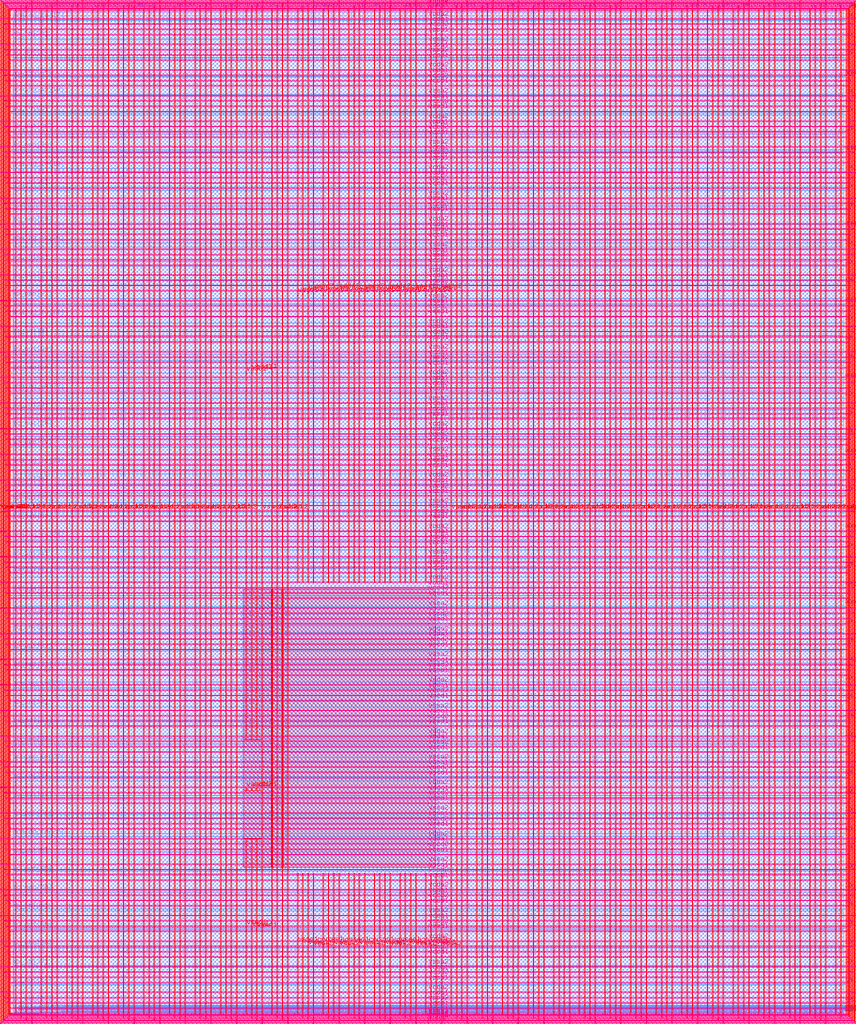
<source format=lef>
VERSION 5.7 ;
  NOWIREEXTENSIONATPIN ON ;
  DIVIDERCHAR "/" ;
  BUSBITCHARS "[]" ;
MACRO user_project_wrapper
  CLASS BLOCK ;
  FOREIGN user_project_wrapper ;
  ORIGIN 0.000 0.000 ;
  SIZE 2920.000 BY 3520.000 ;
  PIN analog_io[0]
    DIRECTION INOUT ;
    USE SIGNAL ;
    PORT
      LAYER met3 ;
        RECT 2917.600 1426.380 2924.800 1427.580 ;
    END
  END analog_io[0]
  PIN analog_io[10]
    DIRECTION INOUT ;
    USE SIGNAL ;
    PORT
      LAYER met2 ;
        RECT 2230.490 3517.600 2231.050 3524.800 ;
    END
  END analog_io[10]
  PIN analog_io[11]
    DIRECTION INOUT ;
    USE SIGNAL ;
    PORT
      LAYER met2 ;
        RECT 1905.730 3517.600 1906.290 3524.800 ;
    END
  END analog_io[11]
  PIN analog_io[12]
    DIRECTION INOUT ;
    USE SIGNAL ;
    PORT
      LAYER met2 ;
        RECT 1581.430 3517.600 1581.990 3524.800 ;
    END
  END analog_io[12]
  PIN analog_io[13]
    DIRECTION INOUT ;
    USE SIGNAL ;
    PORT
      LAYER met2 ;
        RECT 1257.130 3517.600 1257.690 3524.800 ;
    END
  END analog_io[13]
  PIN analog_io[14]
    DIRECTION INOUT ;
    USE SIGNAL ;
    PORT
      LAYER met2 ;
        RECT 932.370 3517.600 932.930 3524.800 ;
    END
  END analog_io[14]
  PIN analog_io[15]
    DIRECTION INOUT ;
    USE SIGNAL ;
    PORT
      LAYER met2 ;
        RECT 608.070 3517.600 608.630 3524.800 ;
    END
  END analog_io[15]
  PIN analog_io[16]
    DIRECTION INOUT ;
    USE SIGNAL ;
    PORT
      LAYER met2 ;
        RECT 283.770 3517.600 284.330 3524.800 ;
    END
  END analog_io[16]
  PIN analog_io[17]
    DIRECTION INOUT ;
    USE SIGNAL ;
    PORT
      LAYER met3 ;
        RECT -4.800 3486.100 2.400 3487.300 ;
    END
  END analog_io[17]
  PIN analog_io[18]
    DIRECTION INOUT ;
    USE SIGNAL ;
    PORT
      LAYER met3 ;
        RECT -4.800 3224.980 2.400 3226.180 ;
    END
  END analog_io[18]
  PIN analog_io[19]
    DIRECTION INOUT ;
    USE SIGNAL ;
    PORT
      LAYER met3 ;
        RECT -4.800 2964.540 2.400 2965.740 ;
    END
  END analog_io[19]
  PIN analog_io[1]
    DIRECTION INOUT ;
    USE SIGNAL ;
    PORT
      LAYER met3 ;
        RECT 2917.600 1692.260 2924.800 1693.460 ;
    END
  END analog_io[1]
  PIN analog_io[20]
    DIRECTION INOUT ;
    USE SIGNAL ;
    PORT
      LAYER met3 ;
        RECT -4.800 2703.420 2.400 2704.620 ;
    END
  END analog_io[20]
  PIN analog_io[21]
    DIRECTION INOUT ;
    USE SIGNAL ;
    PORT
      LAYER met3 ;
        RECT -4.800 2442.980 2.400 2444.180 ;
    END
  END analog_io[21]
  PIN analog_io[22]
    DIRECTION INOUT ;
    USE SIGNAL ;
    PORT
      LAYER met3 ;
        RECT -4.800 2182.540 2.400 2183.740 ;
    END
  END analog_io[22]
  PIN analog_io[23]
    DIRECTION INOUT ;
    USE SIGNAL ;
    PORT
      LAYER met3 ;
        RECT -4.800 1921.420 2.400 1922.620 ;
    END
  END analog_io[23]
  PIN analog_io[24]
    DIRECTION INOUT ;
    USE SIGNAL ;
    PORT
      LAYER met3 ;
        RECT -4.800 1660.980 2.400 1662.180 ;
    END
  END analog_io[24]
  PIN analog_io[25]
    DIRECTION INOUT ;
    USE SIGNAL ;
    PORT
      LAYER met3 ;
        RECT -4.800 1399.860 2.400 1401.060 ;
    END
  END analog_io[25]
  PIN analog_io[26]
    DIRECTION INOUT ;
    USE SIGNAL ;
    PORT
      LAYER met3 ;
        RECT -4.800 1139.420 2.400 1140.620 ;
    END
  END analog_io[26]
  PIN analog_io[27]
    DIRECTION INOUT ;
    USE SIGNAL ;
    PORT
      LAYER met3 ;
        RECT -4.800 878.980 2.400 880.180 ;
    END
  END analog_io[27]
  PIN analog_io[28]
    DIRECTION INOUT ;
    USE SIGNAL ;
    PORT
      LAYER met3 ;
        RECT -4.800 617.860 2.400 619.060 ;
    END
  END analog_io[28]
  PIN analog_io[2]
    DIRECTION INOUT ;
    USE SIGNAL ;
    PORT
      LAYER met3 ;
        RECT 2917.600 1958.140 2924.800 1959.340 ;
    END
  END analog_io[2]
  PIN analog_io[3]
    DIRECTION INOUT ;
    USE SIGNAL ;
    PORT
      LAYER met3 ;
        RECT 2917.600 2223.340 2924.800 2224.540 ;
    END
  END analog_io[3]
  PIN analog_io[4]
    DIRECTION INOUT ;
    USE SIGNAL ;
    PORT
      LAYER met3 ;
        RECT 2917.600 2489.220 2924.800 2490.420 ;
    END
  END analog_io[4]
  PIN analog_io[5]
    DIRECTION INOUT ;
    USE SIGNAL ;
    PORT
      LAYER met3 ;
        RECT 2917.600 2755.100 2924.800 2756.300 ;
    END
  END analog_io[5]
  PIN analog_io[6]
    DIRECTION INOUT ;
    USE SIGNAL ;
    PORT
      LAYER met3 ;
        RECT 2917.600 3020.300 2924.800 3021.500 ;
    END
  END analog_io[6]
  PIN analog_io[7]
    DIRECTION INOUT ;
    USE SIGNAL ;
    PORT
      LAYER met3 ;
        RECT 2917.600 3286.180 2924.800 3287.380 ;
    END
  END analog_io[7]
  PIN analog_io[8]
    DIRECTION INOUT ;
    USE SIGNAL ;
    PORT
      LAYER met2 ;
        RECT 2879.090 3517.600 2879.650 3524.800 ;
    END
  END analog_io[8]
  PIN analog_io[9]
    DIRECTION INOUT ;
    USE SIGNAL ;
    PORT
      LAYER met2 ;
        RECT 2554.790 3517.600 2555.350 3524.800 ;
    END
  END analog_io[9]
  PIN io_in[0]
    DIRECTION INPUT ;
    USE SIGNAL ;
    PORT
      LAYER met3 ;
        RECT 2917.600 32.380 2924.800 33.580 ;
    END
  END io_in[0]
  PIN io_in[10]
    DIRECTION INPUT ;
    USE SIGNAL ;
    PORT
      LAYER met3 ;
        RECT 2917.600 2289.980 2924.800 2291.180 ;
    END
  END io_in[10]
  PIN io_in[11]
    DIRECTION INPUT ;
    USE SIGNAL ;
    PORT
      LAYER met3 ;
        RECT 2917.600 2555.860 2924.800 2557.060 ;
    END
  END io_in[11]
  PIN io_in[12]
    DIRECTION INPUT ;
    USE SIGNAL ;
    PORT
      LAYER met3 ;
        RECT 2917.600 2821.060 2924.800 2822.260 ;
    END
  END io_in[12]
  PIN io_in[13]
    DIRECTION INPUT ;
    USE SIGNAL ;
    PORT
      LAYER met3 ;
        RECT 2917.600 3086.940 2924.800 3088.140 ;
    END
  END io_in[13]
  PIN io_in[14]
    DIRECTION INPUT ;
    USE SIGNAL ;
    PORT
      LAYER met3 ;
        RECT 2917.600 3352.820 2924.800 3354.020 ;
    END
  END io_in[14]
  PIN io_in[15]
    DIRECTION INPUT ;
    USE SIGNAL ;
    PORT
      LAYER met2 ;
        RECT 2798.130 3517.600 2798.690 3524.800 ;
    END
  END io_in[15]
  PIN io_in[16]
    DIRECTION INPUT ;
    USE SIGNAL ;
    PORT
      LAYER met2 ;
        RECT 2473.830 3517.600 2474.390 3524.800 ;
    END
  END io_in[16]
  PIN io_in[17]
    DIRECTION INPUT ;
    USE SIGNAL ;
    PORT
      LAYER met2 ;
        RECT 2149.070 3517.600 2149.630 3524.800 ;
    END
  END io_in[17]
  PIN io_in[18]
    DIRECTION INPUT ;
    USE SIGNAL ;
    PORT
      LAYER met2 ;
        RECT 1824.770 3517.600 1825.330 3524.800 ;
    END
  END io_in[18]
  PIN io_in[19]
    DIRECTION INPUT ;
    USE SIGNAL ;
    PORT
      LAYER met2 ;
        RECT 1500.470 3517.600 1501.030 3524.800 ;
    END
  END io_in[19]
  PIN io_in[1]
    DIRECTION INPUT ;
    USE SIGNAL ;
    PORT
      LAYER met3 ;
        RECT 2917.600 230.940 2924.800 232.140 ;
    END
  END io_in[1]
  PIN io_in[20]
    DIRECTION INPUT ;
    USE SIGNAL ;
    PORT
      LAYER met2 ;
        RECT 1175.710 3517.600 1176.270 3524.800 ;
    END
  END io_in[20]
  PIN io_in[21]
    DIRECTION INPUT ;
    USE SIGNAL ;
    PORT
      LAYER met2 ;
        RECT 851.410 3517.600 851.970 3524.800 ;
    END
  END io_in[21]
  PIN io_in[22]
    DIRECTION INPUT ;
    USE SIGNAL ;
    PORT
      LAYER met2 ;
        RECT 527.110 3517.600 527.670 3524.800 ;
    END
  END io_in[22]
  PIN io_in[23]
    DIRECTION INPUT ;
    USE SIGNAL ;
    PORT
      LAYER met2 ;
        RECT 202.350 3517.600 202.910 3524.800 ;
    END
  END io_in[23]
  PIN io_in[24]
    DIRECTION INPUT ;
    USE SIGNAL ;
    PORT
      LAYER met3 ;
        RECT -4.800 3420.820 2.400 3422.020 ;
    END
  END io_in[24]
  PIN io_in[25]
    DIRECTION INPUT ;
    USE SIGNAL ;
    PORT
      LAYER met3 ;
        RECT -4.800 3159.700 2.400 3160.900 ;
    END
  END io_in[25]
  PIN io_in[26]
    DIRECTION INPUT ;
    USE SIGNAL ;
    PORT
      LAYER met3 ;
        RECT -4.800 2899.260 2.400 2900.460 ;
    END
  END io_in[26]
  PIN io_in[27]
    DIRECTION INPUT ;
    USE SIGNAL ;
    PORT
      LAYER met3 ;
        RECT -4.800 2638.820 2.400 2640.020 ;
    END
  END io_in[27]
  PIN io_in[28]
    DIRECTION INPUT ;
    USE SIGNAL ;
    PORT
      LAYER met3 ;
        RECT -4.800 2377.700 2.400 2378.900 ;
    END
  END io_in[28]
  PIN io_in[29]
    DIRECTION INPUT ;
    USE SIGNAL ;
    PORT
      LAYER met3 ;
        RECT -4.800 2117.260 2.400 2118.460 ;
    END
  END io_in[29]
  PIN io_in[2]
    DIRECTION INPUT ;
    USE SIGNAL ;
    PORT
      LAYER met3 ;
        RECT 2917.600 430.180 2924.800 431.380 ;
    END
  END io_in[2]
  PIN io_in[30]
    DIRECTION INPUT ;
    USE SIGNAL ;
    PORT
      LAYER met3 ;
        RECT -4.800 1856.140 2.400 1857.340 ;
    END
  END io_in[30]
  PIN io_in[31]
    DIRECTION INPUT ;
    USE SIGNAL ;
    PORT
      LAYER met3 ;
        RECT -4.800 1595.700 2.400 1596.900 ;
    END
  END io_in[31]
  PIN io_in[32]
    DIRECTION INPUT ;
    USE SIGNAL ;
    PORT
      LAYER met3 ;
        RECT -4.800 1335.260 2.400 1336.460 ;
    END
  END io_in[32]
  PIN io_in[33]
    DIRECTION INPUT ;
    USE SIGNAL ;
    PORT
      LAYER met3 ;
        RECT -4.800 1074.140 2.400 1075.340 ;
    END
  END io_in[33]
  PIN io_in[34]
    DIRECTION INPUT ;
    USE SIGNAL ;
    PORT
      LAYER met3 ;
        RECT -4.800 813.700 2.400 814.900 ;
    END
  END io_in[34]
  PIN io_in[35]
    DIRECTION INPUT ;
    USE SIGNAL ;
    PORT
      LAYER met3 ;
        RECT -4.800 552.580 2.400 553.780 ;
    END
  END io_in[35]
  PIN io_in[36]
    DIRECTION INPUT ;
    USE SIGNAL ;
    PORT
      LAYER met3 ;
        RECT -4.800 357.420 2.400 358.620 ;
    END
  END io_in[36]
  PIN io_in[37]
    DIRECTION INPUT ;
    USE SIGNAL ;
    PORT
      LAYER met3 ;
        RECT -4.800 161.580 2.400 162.780 ;
    END
  END io_in[37]
  PIN io_in[3]
    DIRECTION INPUT ;
    USE SIGNAL ;
    PORT
      LAYER met3 ;
        RECT 2917.600 629.420 2924.800 630.620 ;
    END
  END io_in[3]
  PIN io_in[4]
    DIRECTION INPUT ;
    USE SIGNAL ;
    PORT
      LAYER met3 ;
        RECT 2917.600 828.660 2924.800 829.860 ;
    END
  END io_in[4]
  PIN io_in[5]
    DIRECTION INPUT ;
    USE SIGNAL ;
    PORT
      LAYER met3 ;
        RECT 2917.600 1027.900 2924.800 1029.100 ;
    END
  END io_in[5]
  PIN io_in[6]
    DIRECTION INPUT ;
    USE SIGNAL ;
    PORT
      LAYER met3 ;
        RECT 2917.600 1227.140 2924.800 1228.340 ;
    END
  END io_in[6]
  PIN io_in[7]
    DIRECTION INPUT ;
    USE SIGNAL ;
    PORT
      LAYER met3 ;
        RECT 2917.600 1493.020 2924.800 1494.220 ;
    END
  END io_in[7]
  PIN io_in[8]
    DIRECTION INPUT ;
    USE SIGNAL ;
    PORT
      LAYER met3 ;
        RECT 2917.600 1758.900 2924.800 1760.100 ;
    END
  END io_in[8]
  PIN io_in[9]
    DIRECTION INPUT ;
    USE SIGNAL ;
    PORT
      LAYER met3 ;
        RECT 2917.600 2024.100 2924.800 2025.300 ;
    END
  END io_in[9]
  PIN io_oeb[0]
    DIRECTION OUTPUT TRISTATE ;
    USE SIGNAL ;
    PORT
      LAYER met3 ;
        RECT 2917.600 164.980 2924.800 166.180 ;
    END
  END io_oeb[0]
  PIN io_oeb[10]
    DIRECTION OUTPUT TRISTATE ;
    USE SIGNAL ;
    PORT
      LAYER met3 ;
        RECT 2917.600 2422.580 2924.800 2423.780 ;
    END
  END io_oeb[10]
  PIN io_oeb[11]
    DIRECTION OUTPUT TRISTATE ;
    USE SIGNAL ;
    PORT
      LAYER met3 ;
        RECT 2917.600 2688.460 2924.800 2689.660 ;
    END
  END io_oeb[11]
  PIN io_oeb[12]
    DIRECTION OUTPUT TRISTATE ;
    USE SIGNAL ;
    PORT
      LAYER met3 ;
        RECT 2917.600 2954.340 2924.800 2955.540 ;
    END
  END io_oeb[12]
  PIN io_oeb[13]
    DIRECTION OUTPUT TRISTATE ;
    USE SIGNAL ;
    PORT
      LAYER met3 ;
        RECT 2917.600 3219.540 2924.800 3220.740 ;
    END
  END io_oeb[13]
  PIN io_oeb[14]
    DIRECTION OUTPUT TRISTATE ;
    USE SIGNAL ;
    PORT
      LAYER met3 ;
        RECT 2917.600 3485.420 2924.800 3486.620 ;
    END
  END io_oeb[14]
  PIN io_oeb[15]
    DIRECTION OUTPUT TRISTATE ;
    USE SIGNAL ;
    PORT
      LAYER met2 ;
        RECT 2635.750 3517.600 2636.310 3524.800 ;
    END
  END io_oeb[15]
  PIN io_oeb[16]
    DIRECTION OUTPUT TRISTATE ;
    USE SIGNAL ;
    PORT
      LAYER met2 ;
        RECT 2311.450 3517.600 2312.010 3524.800 ;
    END
  END io_oeb[16]
  PIN io_oeb[17]
    DIRECTION OUTPUT TRISTATE ;
    USE SIGNAL ;
    PORT
      LAYER met2 ;
        RECT 1987.150 3517.600 1987.710 3524.800 ;
    END
  END io_oeb[17]
  PIN io_oeb[18]
    DIRECTION OUTPUT TRISTATE ;
    USE SIGNAL ;
    PORT
      LAYER met2 ;
        RECT 1662.390 3517.600 1662.950 3524.800 ;
    END
  END io_oeb[18]
  PIN io_oeb[19]
    DIRECTION OUTPUT TRISTATE ;
    USE SIGNAL ;
    PORT
      LAYER met2 ;
        RECT 1338.090 3517.600 1338.650 3524.800 ;
    END
  END io_oeb[19]
  PIN io_oeb[1]
    DIRECTION OUTPUT TRISTATE ;
    USE SIGNAL ;
    PORT
      LAYER met3 ;
        RECT 2917.600 364.220 2924.800 365.420 ;
    END
  END io_oeb[1]
  PIN io_oeb[20]
    DIRECTION OUTPUT TRISTATE ;
    USE SIGNAL ;
    PORT
      LAYER met2 ;
        RECT 1013.790 3517.600 1014.350 3524.800 ;
    END
  END io_oeb[20]
  PIN io_oeb[21]
    DIRECTION OUTPUT TRISTATE ;
    USE SIGNAL ;
    PORT
      LAYER met2 ;
        RECT 689.030 3517.600 689.590 3524.800 ;
    END
  END io_oeb[21]
  PIN io_oeb[22]
    DIRECTION OUTPUT TRISTATE ;
    USE SIGNAL ;
    PORT
      LAYER met2 ;
        RECT 364.730 3517.600 365.290 3524.800 ;
    END
  END io_oeb[22]
  PIN io_oeb[23]
    DIRECTION OUTPUT TRISTATE ;
    USE SIGNAL ;
    PORT
      LAYER met2 ;
        RECT 40.430 3517.600 40.990 3524.800 ;
    END
  END io_oeb[23]
  PIN io_oeb[24]
    DIRECTION OUTPUT TRISTATE ;
    USE SIGNAL ;
    PORT
      LAYER met3 ;
        RECT -4.800 3290.260 2.400 3291.460 ;
    END
  END io_oeb[24]
  PIN io_oeb[25]
    DIRECTION OUTPUT TRISTATE ;
    USE SIGNAL ;
    PORT
      LAYER met3 ;
        RECT -4.800 3029.820 2.400 3031.020 ;
    END
  END io_oeb[25]
  PIN io_oeb[26]
    DIRECTION OUTPUT TRISTATE ;
    USE SIGNAL ;
    PORT
      LAYER met3 ;
        RECT -4.800 2768.700 2.400 2769.900 ;
    END
  END io_oeb[26]
  PIN io_oeb[27]
    DIRECTION OUTPUT TRISTATE ;
    USE SIGNAL ;
    PORT
      LAYER met3 ;
        RECT -4.800 2508.260 2.400 2509.460 ;
    END
  END io_oeb[27]
  PIN io_oeb[28]
    DIRECTION OUTPUT TRISTATE ;
    USE SIGNAL ;
    PORT
      LAYER met3 ;
        RECT -4.800 2247.140 2.400 2248.340 ;
    END
  END io_oeb[28]
  PIN io_oeb[29]
    DIRECTION OUTPUT TRISTATE ;
    USE SIGNAL ;
    PORT
      LAYER met3 ;
        RECT -4.800 1986.700 2.400 1987.900 ;
    END
  END io_oeb[29]
  PIN io_oeb[2]
    DIRECTION OUTPUT TRISTATE ;
    USE SIGNAL ;
    PORT
      LAYER met3 ;
        RECT 2917.600 563.460 2924.800 564.660 ;
    END
  END io_oeb[2]
  PIN io_oeb[30]
    DIRECTION OUTPUT TRISTATE ;
    USE SIGNAL ;
    PORT
      LAYER met3 ;
        RECT -4.800 1726.260 2.400 1727.460 ;
    END
  END io_oeb[30]
  PIN io_oeb[31]
    DIRECTION OUTPUT TRISTATE ;
    USE SIGNAL ;
    PORT
      LAYER met3 ;
        RECT -4.800 1465.140 2.400 1466.340 ;
    END
  END io_oeb[31]
  PIN io_oeb[32]
    DIRECTION OUTPUT TRISTATE ;
    USE SIGNAL ;
    PORT
      LAYER met3 ;
        RECT -4.800 1204.700 2.400 1205.900 ;
    END
  END io_oeb[32]
  PIN io_oeb[33]
    DIRECTION OUTPUT TRISTATE ;
    USE SIGNAL ;
    PORT
      LAYER met3 ;
        RECT -4.800 943.580 2.400 944.780 ;
    END
  END io_oeb[33]
  PIN io_oeb[34]
    DIRECTION OUTPUT TRISTATE ;
    USE SIGNAL ;
    PORT
      LAYER met3 ;
        RECT -4.800 683.140 2.400 684.340 ;
    END
  END io_oeb[34]
  PIN io_oeb[35]
    DIRECTION OUTPUT TRISTATE ;
    USE SIGNAL ;
    PORT
      LAYER met3 ;
        RECT -4.800 422.700 2.400 423.900 ;
    END
  END io_oeb[35]
  PIN io_oeb[36]
    DIRECTION OUTPUT TRISTATE ;
    USE SIGNAL ;
    PORT
      LAYER met3 ;
        RECT -4.800 226.860 2.400 228.060 ;
    END
  END io_oeb[36]
  PIN io_oeb[37]
    DIRECTION OUTPUT TRISTATE ;
    USE SIGNAL ;
    PORT
      LAYER met3 ;
        RECT -4.800 31.700 2.400 32.900 ;
    END
  END io_oeb[37]
  PIN io_oeb[3]
    DIRECTION OUTPUT TRISTATE ;
    USE SIGNAL ;
    PORT
      LAYER met3 ;
        RECT 2917.600 762.700 2924.800 763.900 ;
    END
  END io_oeb[3]
  PIN io_oeb[4]
    DIRECTION OUTPUT TRISTATE ;
    USE SIGNAL ;
    PORT
      LAYER met3 ;
        RECT 2917.600 961.940 2924.800 963.140 ;
    END
  END io_oeb[4]
  PIN io_oeb[5]
    DIRECTION OUTPUT TRISTATE ;
    USE SIGNAL ;
    PORT
      LAYER met3 ;
        RECT 2917.600 1161.180 2924.800 1162.380 ;
    END
  END io_oeb[5]
  PIN io_oeb[6]
    DIRECTION OUTPUT TRISTATE ;
    USE SIGNAL ;
    PORT
      LAYER met3 ;
        RECT 2917.600 1360.420 2924.800 1361.620 ;
    END
  END io_oeb[6]
  PIN io_oeb[7]
    DIRECTION OUTPUT TRISTATE ;
    USE SIGNAL ;
    PORT
      LAYER met3 ;
        RECT 2917.600 1625.620 2924.800 1626.820 ;
    END
  END io_oeb[7]
  PIN io_oeb[8]
    DIRECTION OUTPUT TRISTATE ;
    USE SIGNAL ;
    PORT
      LAYER met3 ;
        RECT 2917.600 1891.500 2924.800 1892.700 ;
    END
  END io_oeb[8]
  PIN io_oeb[9]
    DIRECTION OUTPUT TRISTATE ;
    USE SIGNAL ;
    PORT
      LAYER met3 ;
        RECT 2917.600 2157.380 2924.800 2158.580 ;
    END
  END io_oeb[9]
  PIN io_out[0]
    DIRECTION OUTPUT TRISTATE ;
    USE SIGNAL ;
    PORT
      LAYER met3 ;
        RECT 2917.600 98.340 2924.800 99.540 ;
    END
  END io_out[0]
  PIN io_out[10]
    DIRECTION OUTPUT TRISTATE ;
    USE SIGNAL ;
    PORT
      LAYER met3 ;
        RECT 2917.600 2356.620 2924.800 2357.820 ;
    END
  END io_out[10]
  PIN io_out[11]
    DIRECTION OUTPUT TRISTATE ;
    USE SIGNAL ;
    PORT
      LAYER met3 ;
        RECT 2917.600 2621.820 2924.800 2623.020 ;
    END
  END io_out[11]
  PIN io_out[12]
    DIRECTION OUTPUT TRISTATE ;
    USE SIGNAL ;
    PORT
      LAYER met3 ;
        RECT 2917.600 2887.700 2924.800 2888.900 ;
    END
  END io_out[12]
  PIN io_out[13]
    DIRECTION OUTPUT TRISTATE ;
    USE SIGNAL ;
    PORT
      LAYER met3 ;
        RECT 2917.600 3153.580 2924.800 3154.780 ;
    END
  END io_out[13]
  PIN io_out[14]
    DIRECTION OUTPUT TRISTATE ;
    USE SIGNAL ;
    PORT
      LAYER met3 ;
        RECT 2917.600 3418.780 2924.800 3419.980 ;
    END
  END io_out[14]
  PIN io_out[15]
    DIRECTION OUTPUT TRISTATE ;
    USE SIGNAL ;
    PORT
      LAYER met2 ;
        RECT 2717.170 3517.600 2717.730 3524.800 ;
    END
  END io_out[15]
  PIN io_out[16]
    DIRECTION OUTPUT TRISTATE ;
    USE SIGNAL ;
    PORT
      LAYER met2 ;
        RECT 2392.410 3517.600 2392.970 3524.800 ;
    END
  END io_out[16]
  PIN io_out[17]
    DIRECTION OUTPUT TRISTATE ;
    USE SIGNAL ;
    PORT
      LAYER met2 ;
        RECT 2068.110 3517.600 2068.670 3524.800 ;
    END
  END io_out[17]
  PIN io_out[18]
    DIRECTION OUTPUT TRISTATE ;
    USE SIGNAL ;
    PORT
      LAYER met2 ;
        RECT 1743.810 3517.600 1744.370 3524.800 ;
    END
  END io_out[18]
  PIN io_out[19]
    DIRECTION OUTPUT TRISTATE ;
    USE SIGNAL ;
    PORT
      LAYER met2 ;
        RECT 1419.050 3517.600 1419.610 3524.800 ;
    END
  END io_out[19]
  PIN io_out[1]
    DIRECTION OUTPUT TRISTATE ;
    USE SIGNAL ;
    PORT
      LAYER met3 ;
        RECT 2917.600 297.580 2924.800 298.780 ;
    END
  END io_out[1]
  PIN io_out[20]
    DIRECTION OUTPUT TRISTATE ;
    USE SIGNAL ;
    PORT
      LAYER met2 ;
        RECT 1094.750 3517.600 1095.310 3524.800 ;
    END
  END io_out[20]
  PIN io_out[21]
    DIRECTION OUTPUT TRISTATE ;
    USE SIGNAL ;
    PORT
      LAYER met2 ;
        RECT 770.450 3517.600 771.010 3524.800 ;
    END
  END io_out[21]
  PIN io_out[22]
    DIRECTION OUTPUT TRISTATE ;
    USE SIGNAL ;
    PORT
      LAYER met2 ;
        RECT 445.690 3517.600 446.250 3524.800 ;
    END
  END io_out[22]
  PIN io_out[23]
    DIRECTION OUTPUT TRISTATE ;
    USE SIGNAL ;
    PORT
      LAYER met2 ;
        RECT 121.390 3517.600 121.950 3524.800 ;
    END
  END io_out[23]
  PIN io_out[24]
    DIRECTION OUTPUT TRISTATE ;
    USE SIGNAL ;
    PORT
      LAYER met3 ;
        RECT -4.800 3355.540 2.400 3356.740 ;
    END
  END io_out[24]
  PIN io_out[25]
    DIRECTION OUTPUT TRISTATE ;
    USE SIGNAL ;
    PORT
      LAYER met3 ;
        RECT -4.800 3095.100 2.400 3096.300 ;
    END
  END io_out[25]
  PIN io_out[26]
    DIRECTION OUTPUT TRISTATE ;
    USE SIGNAL ;
    PORT
      LAYER met3 ;
        RECT -4.800 2833.980 2.400 2835.180 ;
    END
  END io_out[26]
  PIN io_out[27]
    DIRECTION OUTPUT TRISTATE ;
    USE SIGNAL ;
    PORT
      LAYER met3 ;
        RECT -4.800 2573.540 2.400 2574.740 ;
    END
  END io_out[27]
  PIN io_out[28]
    DIRECTION OUTPUT TRISTATE ;
    USE SIGNAL ;
    PORT
      LAYER met3 ;
        RECT -4.800 2312.420 2.400 2313.620 ;
    END
  END io_out[28]
  PIN io_out[29]
    DIRECTION OUTPUT TRISTATE ;
    USE SIGNAL ;
    PORT
      LAYER met3 ;
        RECT -4.800 2051.980 2.400 2053.180 ;
    END
  END io_out[29]
  PIN io_out[2]
    DIRECTION OUTPUT TRISTATE ;
    USE SIGNAL ;
    PORT
      LAYER met3 ;
        RECT 2917.600 496.820 2924.800 498.020 ;
    END
  END io_out[2]
  PIN io_out[30]
    DIRECTION OUTPUT TRISTATE ;
    USE SIGNAL ;
    PORT
      LAYER met3 ;
        RECT -4.800 1791.540 2.400 1792.740 ;
    END
  END io_out[30]
  PIN io_out[31]
    DIRECTION OUTPUT TRISTATE ;
    USE SIGNAL ;
    PORT
      LAYER met3 ;
        RECT -4.800 1530.420 2.400 1531.620 ;
    END
  END io_out[31]
  PIN io_out[32]
    DIRECTION OUTPUT TRISTATE ;
    USE SIGNAL ;
    PORT
      LAYER met3 ;
        RECT -4.800 1269.980 2.400 1271.180 ;
    END
  END io_out[32]
  PIN io_out[33]
    DIRECTION OUTPUT TRISTATE ;
    USE SIGNAL ;
    PORT
      LAYER met3 ;
        RECT -4.800 1008.860 2.400 1010.060 ;
    END
  END io_out[33]
  PIN io_out[34]
    DIRECTION OUTPUT TRISTATE ;
    USE SIGNAL ;
    PORT
      LAYER met3 ;
        RECT -4.800 748.420 2.400 749.620 ;
    END
  END io_out[34]
  PIN io_out[35]
    DIRECTION OUTPUT TRISTATE ;
    USE SIGNAL ;
    PORT
      LAYER met3 ;
        RECT -4.800 487.300 2.400 488.500 ;
    END
  END io_out[35]
  PIN io_out[36]
    DIRECTION OUTPUT TRISTATE ;
    USE SIGNAL ;
    PORT
      LAYER met3 ;
        RECT -4.800 292.140 2.400 293.340 ;
    END
  END io_out[36]
  PIN io_out[37]
    DIRECTION OUTPUT TRISTATE ;
    USE SIGNAL ;
    PORT
      LAYER met3 ;
        RECT -4.800 96.300 2.400 97.500 ;
    END
  END io_out[37]
  PIN io_out[3]
    DIRECTION OUTPUT TRISTATE ;
    USE SIGNAL ;
    PORT
      LAYER met3 ;
        RECT 2917.600 696.060 2924.800 697.260 ;
    END
  END io_out[3]
  PIN io_out[4]
    DIRECTION OUTPUT TRISTATE ;
    USE SIGNAL ;
    PORT
      LAYER met3 ;
        RECT 2917.600 895.300 2924.800 896.500 ;
    END
  END io_out[4]
  PIN io_out[5]
    DIRECTION OUTPUT TRISTATE ;
    USE SIGNAL ;
    PORT
      LAYER met3 ;
        RECT 2917.600 1094.540 2924.800 1095.740 ;
    END
  END io_out[5]
  PIN io_out[6]
    DIRECTION OUTPUT TRISTATE ;
    USE SIGNAL ;
    PORT
      LAYER met3 ;
        RECT 2917.600 1293.780 2924.800 1294.980 ;
    END
  END io_out[6]
  PIN io_out[7]
    DIRECTION OUTPUT TRISTATE ;
    USE SIGNAL ;
    PORT
      LAYER met3 ;
        RECT 2917.600 1559.660 2924.800 1560.860 ;
    END
  END io_out[7]
  PIN io_out[8]
    DIRECTION OUTPUT TRISTATE ;
    USE SIGNAL ;
    PORT
      LAYER met3 ;
        RECT 2917.600 1824.860 2924.800 1826.060 ;
    END
  END io_out[8]
  PIN io_out[9]
    DIRECTION OUTPUT TRISTATE ;
    USE SIGNAL ;
    PORT
      LAYER met3 ;
        RECT 2917.600 2090.740 2924.800 2091.940 ;
    END
  END io_out[9]
  PIN la_data_in[0]
    DIRECTION INPUT ;
    USE SIGNAL ;
    PORT
      LAYER met2 ;
        RECT 629.230 -4.800 629.790 2.400 ;
    END
  END la_data_in[0]
  PIN la_data_in[100]
    DIRECTION INPUT ;
    USE SIGNAL ;
    PORT
      LAYER met2 ;
        RECT 2402.530 -4.800 2403.090 2.400 ;
    END
  END la_data_in[100]
  PIN la_data_in[101]
    DIRECTION INPUT ;
    USE SIGNAL ;
    PORT
      LAYER met2 ;
        RECT 2420.010 -4.800 2420.570 2.400 ;
    END
  END la_data_in[101]
  PIN la_data_in[102]
    DIRECTION INPUT ;
    USE SIGNAL ;
    PORT
      LAYER met2 ;
        RECT 2437.950 -4.800 2438.510 2.400 ;
    END
  END la_data_in[102]
  PIN la_data_in[103]
    DIRECTION INPUT ;
    USE SIGNAL ;
    PORT
      LAYER met2 ;
        RECT 2455.430 -4.800 2455.990 2.400 ;
    END
  END la_data_in[103]
  PIN la_data_in[104]
    DIRECTION INPUT ;
    USE SIGNAL ;
    PORT
      LAYER met2 ;
        RECT 2473.370 -4.800 2473.930 2.400 ;
    END
  END la_data_in[104]
  PIN la_data_in[105]
    DIRECTION INPUT ;
    USE SIGNAL ;
    PORT
      LAYER met2 ;
        RECT 2490.850 -4.800 2491.410 2.400 ;
    END
  END la_data_in[105]
  PIN la_data_in[106]
    DIRECTION INPUT ;
    USE SIGNAL ;
    PORT
      LAYER met2 ;
        RECT 2508.790 -4.800 2509.350 2.400 ;
    END
  END la_data_in[106]
  PIN la_data_in[107]
    DIRECTION INPUT ;
    USE SIGNAL ;
    PORT
      LAYER met2 ;
        RECT 2526.730 -4.800 2527.290 2.400 ;
    END
  END la_data_in[107]
  PIN la_data_in[108]
    DIRECTION INPUT ;
    USE SIGNAL ;
    PORT
      LAYER met2 ;
        RECT 2544.210 -4.800 2544.770 2.400 ;
    END
  END la_data_in[108]
  PIN la_data_in[109]
    DIRECTION INPUT ;
    USE SIGNAL ;
    PORT
      LAYER met2 ;
        RECT 2562.150 -4.800 2562.710 2.400 ;
    END
  END la_data_in[109]
  PIN la_data_in[10]
    DIRECTION INPUT ;
    USE SIGNAL ;
    PORT
      LAYER met2 ;
        RECT 806.330 -4.800 806.890 2.400 ;
    END
  END la_data_in[10]
  PIN la_data_in[110]
    DIRECTION INPUT ;
    USE SIGNAL ;
    PORT
      LAYER met2 ;
        RECT 2579.630 -4.800 2580.190 2.400 ;
    END
  END la_data_in[110]
  PIN la_data_in[111]
    DIRECTION INPUT ;
    USE SIGNAL ;
    PORT
      LAYER met2 ;
        RECT 2597.570 -4.800 2598.130 2.400 ;
    END
  END la_data_in[111]
  PIN la_data_in[112]
    DIRECTION INPUT ;
    USE SIGNAL ;
    PORT
      LAYER met2 ;
        RECT 2615.050 -4.800 2615.610 2.400 ;
    END
  END la_data_in[112]
  PIN la_data_in[113]
    DIRECTION INPUT ;
    USE SIGNAL ;
    PORT
      LAYER met2 ;
        RECT 2632.990 -4.800 2633.550 2.400 ;
    END
  END la_data_in[113]
  PIN la_data_in[114]
    DIRECTION INPUT ;
    USE SIGNAL ;
    PORT
      LAYER met2 ;
        RECT 2650.470 -4.800 2651.030 2.400 ;
    END
  END la_data_in[114]
  PIN la_data_in[115]
    DIRECTION INPUT ;
    USE SIGNAL ;
    PORT
      LAYER met2 ;
        RECT 2668.410 -4.800 2668.970 2.400 ;
    END
  END la_data_in[115]
  PIN la_data_in[116]
    DIRECTION INPUT ;
    USE SIGNAL ;
    PORT
      LAYER met2 ;
        RECT 2685.890 -4.800 2686.450 2.400 ;
    END
  END la_data_in[116]
  PIN la_data_in[117]
    DIRECTION INPUT ;
    USE SIGNAL ;
    PORT
      LAYER met2 ;
        RECT 2703.830 -4.800 2704.390 2.400 ;
    END
  END la_data_in[117]
  PIN la_data_in[118]
    DIRECTION INPUT ;
    USE SIGNAL ;
    PORT
      LAYER met2 ;
        RECT 2721.770 -4.800 2722.330 2.400 ;
    END
  END la_data_in[118]
  PIN la_data_in[119]
    DIRECTION INPUT ;
    USE SIGNAL ;
    PORT
      LAYER met2 ;
        RECT 2739.250 -4.800 2739.810 2.400 ;
    END
  END la_data_in[119]
  PIN la_data_in[11]
    DIRECTION INPUT ;
    USE SIGNAL ;
    PORT
      LAYER met2 ;
        RECT 824.270 -4.800 824.830 2.400 ;
    END
  END la_data_in[11]
  PIN la_data_in[120]
    DIRECTION INPUT ;
    USE SIGNAL ;
    PORT
      LAYER met2 ;
        RECT 2757.190 -4.800 2757.750 2.400 ;
    END
  END la_data_in[120]
  PIN la_data_in[121]
    DIRECTION INPUT ;
    USE SIGNAL ;
    PORT
      LAYER met2 ;
        RECT 2774.670 -4.800 2775.230 2.400 ;
    END
  END la_data_in[121]
  PIN la_data_in[122]
    DIRECTION INPUT ;
    USE SIGNAL ;
    PORT
      LAYER met2 ;
        RECT 2792.610 -4.800 2793.170 2.400 ;
    END
  END la_data_in[122]
  PIN la_data_in[123]
    DIRECTION INPUT ;
    USE SIGNAL ;
    PORT
      LAYER met2 ;
        RECT 2810.090 -4.800 2810.650 2.400 ;
    END
  END la_data_in[123]
  PIN la_data_in[124]
    DIRECTION INPUT ;
    USE SIGNAL ;
    PORT
      LAYER met2 ;
        RECT 2828.030 -4.800 2828.590 2.400 ;
    END
  END la_data_in[124]
  PIN la_data_in[125]
    DIRECTION INPUT ;
    USE SIGNAL ;
    PORT
      LAYER met2 ;
        RECT 2845.510 -4.800 2846.070 2.400 ;
    END
  END la_data_in[125]
  PIN la_data_in[126]
    DIRECTION INPUT ;
    USE SIGNAL ;
    PORT
      LAYER met2 ;
        RECT 2863.450 -4.800 2864.010 2.400 ;
    END
  END la_data_in[126]
  PIN la_data_in[127]
    DIRECTION INPUT ;
    USE SIGNAL ;
    PORT
      LAYER met2 ;
        RECT 2881.390 -4.800 2881.950 2.400 ;
    END
  END la_data_in[127]
  PIN la_data_in[12]
    DIRECTION INPUT ;
    USE SIGNAL ;
    PORT
      LAYER met2 ;
        RECT 841.750 -4.800 842.310 2.400 ;
    END
  END la_data_in[12]
  PIN la_data_in[13]
    DIRECTION INPUT ;
    USE SIGNAL ;
    PORT
      LAYER met2 ;
        RECT 859.690 -4.800 860.250 2.400 ;
    END
  END la_data_in[13]
  PIN la_data_in[14]
    DIRECTION INPUT ;
    USE SIGNAL ;
    PORT
      LAYER met2 ;
        RECT 877.170 -4.800 877.730 2.400 ;
    END
  END la_data_in[14]
  PIN la_data_in[15]
    DIRECTION INPUT ;
    USE SIGNAL ;
    PORT
      LAYER met2 ;
        RECT 895.110 -4.800 895.670 2.400 ;
    END
  END la_data_in[15]
  PIN la_data_in[16]
    DIRECTION INPUT ;
    USE SIGNAL ;
    PORT
      LAYER met2 ;
        RECT 912.590 -4.800 913.150 2.400 ;
    END
  END la_data_in[16]
  PIN la_data_in[17]
    DIRECTION INPUT ;
    USE SIGNAL ;
    PORT
      LAYER met2 ;
        RECT 930.530 -4.800 931.090 2.400 ;
    END
  END la_data_in[17]
  PIN la_data_in[18]
    DIRECTION INPUT ;
    USE SIGNAL ;
    PORT
      LAYER met2 ;
        RECT 948.470 -4.800 949.030 2.400 ;
    END
  END la_data_in[18]
  PIN la_data_in[19]
    DIRECTION INPUT ;
    USE SIGNAL ;
    PORT
      LAYER met2 ;
        RECT 965.950 -4.800 966.510 2.400 ;
    END
  END la_data_in[19]
  PIN la_data_in[1]
    DIRECTION INPUT ;
    USE SIGNAL ;
    PORT
      LAYER met2 ;
        RECT 646.710 -4.800 647.270 2.400 ;
    END
  END la_data_in[1]
  PIN la_data_in[20]
    DIRECTION INPUT ;
    USE SIGNAL ;
    PORT
      LAYER met2 ;
        RECT 983.890 -4.800 984.450 2.400 ;
    END
  END la_data_in[20]
  PIN la_data_in[21]
    DIRECTION INPUT ;
    USE SIGNAL ;
    PORT
      LAYER met2 ;
        RECT 1001.370 -4.800 1001.930 2.400 ;
    END
  END la_data_in[21]
  PIN la_data_in[22]
    DIRECTION INPUT ;
    USE SIGNAL ;
    PORT
      LAYER met2 ;
        RECT 1019.310 -4.800 1019.870 2.400 ;
    END
  END la_data_in[22]
  PIN la_data_in[23]
    DIRECTION INPUT ;
    USE SIGNAL ;
    PORT
      LAYER met2 ;
        RECT 1036.790 -4.800 1037.350 2.400 ;
    END
  END la_data_in[23]
  PIN la_data_in[24]
    DIRECTION INPUT ;
    USE SIGNAL ;
    PORT
      LAYER met2 ;
        RECT 1054.730 -4.800 1055.290 2.400 ;
    END
  END la_data_in[24]
  PIN la_data_in[25]
    DIRECTION INPUT ;
    USE SIGNAL ;
    PORT
      LAYER met2 ;
        RECT 1072.210 -4.800 1072.770 2.400 ;
    END
  END la_data_in[25]
  PIN la_data_in[26]
    DIRECTION INPUT ;
    USE SIGNAL ;
    PORT
      LAYER met2 ;
        RECT 1090.150 -4.800 1090.710 2.400 ;
    END
  END la_data_in[26]
  PIN la_data_in[27]
    DIRECTION INPUT ;
    USE SIGNAL ;
    PORT
      LAYER met2 ;
        RECT 1107.630 -4.800 1108.190 2.400 ;
    END
  END la_data_in[27]
  PIN la_data_in[28]
    DIRECTION INPUT ;
    USE SIGNAL ;
    PORT
      LAYER met2 ;
        RECT 1125.570 -4.800 1126.130 2.400 ;
    END
  END la_data_in[28]
  PIN la_data_in[29]
    DIRECTION INPUT ;
    USE SIGNAL ;
    PORT
      LAYER met2 ;
        RECT 1143.510 -4.800 1144.070 2.400 ;
    END
  END la_data_in[29]
  PIN la_data_in[2]
    DIRECTION INPUT ;
    USE SIGNAL ;
    PORT
      LAYER met2 ;
        RECT 664.650 -4.800 665.210 2.400 ;
    END
  END la_data_in[2]
  PIN la_data_in[30]
    DIRECTION INPUT ;
    USE SIGNAL ;
    PORT
      LAYER met2 ;
        RECT 1160.990 -4.800 1161.550 2.400 ;
    END
  END la_data_in[30]
  PIN la_data_in[31]
    DIRECTION INPUT ;
    USE SIGNAL ;
    PORT
      LAYER met2 ;
        RECT 1178.930 -4.800 1179.490 2.400 ;
    END
  END la_data_in[31]
  PIN la_data_in[32]
    DIRECTION INPUT ;
    USE SIGNAL ;
    PORT
      LAYER met2 ;
        RECT 1196.410 -4.800 1196.970 2.400 ;
    END
  END la_data_in[32]
  PIN la_data_in[33]
    DIRECTION INPUT ;
    USE SIGNAL ;
    PORT
      LAYER met2 ;
        RECT 1214.350 -4.800 1214.910 2.400 ;
    END
  END la_data_in[33]
  PIN la_data_in[34]
    DIRECTION INPUT ;
    USE SIGNAL ;
    PORT
      LAYER met2 ;
        RECT 1231.830 -4.800 1232.390 2.400 ;
    END
  END la_data_in[34]
  PIN la_data_in[35]
    DIRECTION INPUT ;
    USE SIGNAL ;
    PORT
      LAYER met2 ;
        RECT 1249.770 -4.800 1250.330 2.400 ;
    END
  END la_data_in[35]
  PIN la_data_in[36]
    DIRECTION INPUT ;
    USE SIGNAL ;
    PORT
      LAYER met2 ;
        RECT 1267.250 -4.800 1267.810 2.400 ;
    END
  END la_data_in[36]
  PIN la_data_in[37]
    DIRECTION INPUT ;
    USE SIGNAL ;
    PORT
      LAYER met2 ;
        RECT 1285.190 -4.800 1285.750 2.400 ;
    END
  END la_data_in[37]
  PIN la_data_in[38]
    DIRECTION INPUT ;
    USE SIGNAL ;
    PORT
      LAYER met2 ;
        RECT 1303.130 -4.800 1303.690 2.400 ;
    END
  END la_data_in[38]
  PIN la_data_in[39]
    DIRECTION INPUT ;
    USE SIGNAL ;
    PORT
      LAYER met2 ;
        RECT 1320.610 -4.800 1321.170 2.400 ;
    END
  END la_data_in[39]
  PIN la_data_in[3]
    DIRECTION INPUT ;
    USE SIGNAL ;
    PORT
      LAYER met2 ;
        RECT 682.130 -4.800 682.690 2.400 ;
    END
  END la_data_in[3]
  PIN la_data_in[40]
    DIRECTION INPUT ;
    USE SIGNAL ;
    PORT
      LAYER met2 ;
        RECT 1338.550 -4.800 1339.110 2.400 ;
    END
  END la_data_in[40]
  PIN la_data_in[41]
    DIRECTION INPUT ;
    USE SIGNAL ;
    PORT
      LAYER met2 ;
        RECT 1356.030 -4.800 1356.590 2.400 ;
    END
  END la_data_in[41]
  PIN la_data_in[42]
    DIRECTION INPUT ;
    USE SIGNAL ;
    PORT
      LAYER met2 ;
        RECT 1373.970 -4.800 1374.530 2.400 ;
    END
  END la_data_in[42]
  PIN la_data_in[43]
    DIRECTION INPUT ;
    USE SIGNAL ;
    PORT
      LAYER met2 ;
        RECT 1391.450 -4.800 1392.010 2.400 ;
    END
  END la_data_in[43]
  PIN la_data_in[44]
    DIRECTION INPUT ;
    USE SIGNAL ;
    PORT
      LAYER met2 ;
        RECT 1409.390 -4.800 1409.950 2.400 ;
    END
  END la_data_in[44]
  PIN la_data_in[45]
    DIRECTION INPUT ;
    USE SIGNAL ;
    PORT
      LAYER met2 ;
        RECT 1426.870 -4.800 1427.430 2.400 ;
    END
  END la_data_in[45]
  PIN la_data_in[46]
    DIRECTION INPUT ;
    USE SIGNAL ;
    PORT
      LAYER met2 ;
        RECT 1444.810 -4.800 1445.370 2.400 ;
    END
  END la_data_in[46]
  PIN la_data_in[47]
    DIRECTION INPUT ;
    USE SIGNAL ;
    PORT
      LAYER met2 ;
        RECT 1462.750 -4.800 1463.310 2.400 ;
    END
  END la_data_in[47]
  PIN la_data_in[48]
    DIRECTION INPUT ;
    USE SIGNAL ;
    PORT
      LAYER met2 ;
        RECT 1480.230 -4.800 1480.790 2.400 ;
    END
  END la_data_in[48]
  PIN la_data_in[49]
    DIRECTION INPUT ;
    USE SIGNAL ;
    PORT
      LAYER met2 ;
        RECT 1498.170 -4.800 1498.730 2.400 ;
    END
  END la_data_in[49]
  PIN la_data_in[4]
    DIRECTION INPUT ;
    USE SIGNAL ;
    PORT
      LAYER met2 ;
        RECT 700.070 -4.800 700.630 2.400 ;
    END
  END la_data_in[4]
  PIN la_data_in[50]
    DIRECTION INPUT ;
    USE SIGNAL ;
    PORT
      LAYER met2 ;
        RECT 1515.650 -4.800 1516.210 2.400 ;
    END
  END la_data_in[50]
  PIN la_data_in[51]
    DIRECTION INPUT ;
    USE SIGNAL ;
    PORT
      LAYER met2 ;
        RECT 1533.590 -4.800 1534.150 2.400 ;
    END
  END la_data_in[51]
  PIN la_data_in[52]
    DIRECTION INPUT ;
    USE SIGNAL ;
    PORT
      LAYER met2 ;
        RECT 1551.070 -4.800 1551.630 2.400 ;
    END
  END la_data_in[52]
  PIN la_data_in[53]
    DIRECTION INPUT ;
    USE SIGNAL ;
    PORT
      LAYER met2 ;
        RECT 1569.010 -4.800 1569.570 2.400 ;
    END
  END la_data_in[53]
  PIN la_data_in[54]
    DIRECTION INPUT ;
    USE SIGNAL ;
    PORT
      LAYER met2 ;
        RECT 1586.490 -4.800 1587.050 2.400 ;
    END
  END la_data_in[54]
  PIN la_data_in[55]
    DIRECTION INPUT ;
    USE SIGNAL ;
    PORT
      LAYER met2 ;
        RECT 1604.430 -4.800 1604.990 2.400 ;
    END
  END la_data_in[55]
  PIN la_data_in[56]
    DIRECTION INPUT ;
    USE SIGNAL ;
    PORT
      LAYER met2 ;
        RECT 1621.910 -4.800 1622.470 2.400 ;
    END
  END la_data_in[56]
  PIN la_data_in[57]
    DIRECTION INPUT ;
    USE SIGNAL ;
    PORT
      LAYER met2 ;
        RECT 1639.850 -4.800 1640.410 2.400 ;
    END
  END la_data_in[57]
  PIN la_data_in[58]
    DIRECTION INPUT ;
    USE SIGNAL ;
    PORT
      LAYER met2 ;
        RECT 1657.790 -4.800 1658.350 2.400 ;
    END
  END la_data_in[58]
  PIN la_data_in[59]
    DIRECTION INPUT ;
    USE SIGNAL ;
    PORT
      LAYER met2 ;
        RECT 1675.270 -4.800 1675.830 2.400 ;
    END
  END la_data_in[59]
  PIN la_data_in[5]
    DIRECTION INPUT ;
    USE SIGNAL ;
    PORT
      LAYER met2 ;
        RECT 717.550 -4.800 718.110 2.400 ;
    END
  END la_data_in[5]
  PIN la_data_in[60]
    DIRECTION INPUT ;
    USE SIGNAL ;
    PORT
      LAYER met2 ;
        RECT 1693.210 -4.800 1693.770 2.400 ;
    END
  END la_data_in[60]
  PIN la_data_in[61]
    DIRECTION INPUT ;
    USE SIGNAL ;
    PORT
      LAYER met2 ;
        RECT 1710.690 -4.800 1711.250 2.400 ;
    END
  END la_data_in[61]
  PIN la_data_in[62]
    DIRECTION INPUT ;
    USE SIGNAL ;
    PORT
      LAYER met2 ;
        RECT 1728.630 -4.800 1729.190 2.400 ;
    END
  END la_data_in[62]
  PIN la_data_in[63]
    DIRECTION INPUT ;
    USE SIGNAL ;
    PORT
      LAYER met2 ;
        RECT 1746.110 -4.800 1746.670 2.400 ;
    END
  END la_data_in[63]
  PIN la_data_in[64]
    DIRECTION INPUT ;
    USE SIGNAL ;
    PORT
      LAYER met2 ;
        RECT 1764.050 -4.800 1764.610 2.400 ;
    END
  END la_data_in[64]
  PIN la_data_in[65]
    DIRECTION INPUT ;
    USE SIGNAL ;
    PORT
      LAYER met2 ;
        RECT 1781.530 -4.800 1782.090 2.400 ;
    END
  END la_data_in[65]
  PIN la_data_in[66]
    DIRECTION INPUT ;
    USE SIGNAL ;
    PORT
      LAYER met2 ;
        RECT 1799.470 -4.800 1800.030 2.400 ;
    END
  END la_data_in[66]
  PIN la_data_in[67]
    DIRECTION INPUT ;
    USE SIGNAL ;
    PORT
      LAYER met2 ;
        RECT 1817.410 -4.800 1817.970 2.400 ;
    END
  END la_data_in[67]
  PIN la_data_in[68]
    DIRECTION INPUT ;
    USE SIGNAL ;
    PORT
      LAYER met2 ;
        RECT 1834.890 -4.800 1835.450 2.400 ;
    END
  END la_data_in[68]
  PIN la_data_in[69]
    DIRECTION INPUT ;
    USE SIGNAL ;
    PORT
      LAYER met2 ;
        RECT 1852.830 -4.800 1853.390 2.400 ;
    END
  END la_data_in[69]
  PIN la_data_in[6]
    DIRECTION INPUT ;
    USE SIGNAL ;
    PORT
      LAYER met2 ;
        RECT 735.490 -4.800 736.050 2.400 ;
    END
  END la_data_in[6]
  PIN la_data_in[70]
    DIRECTION INPUT ;
    USE SIGNAL ;
    PORT
      LAYER met2 ;
        RECT 1870.310 -4.800 1870.870 2.400 ;
    END
  END la_data_in[70]
  PIN la_data_in[71]
    DIRECTION INPUT ;
    USE SIGNAL ;
    PORT
      LAYER met2 ;
        RECT 1888.250 -4.800 1888.810 2.400 ;
    END
  END la_data_in[71]
  PIN la_data_in[72]
    DIRECTION INPUT ;
    USE SIGNAL ;
    PORT
      LAYER met2 ;
        RECT 1905.730 -4.800 1906.290 2.400 ;
    END
  END la_data_in[72]
  PIN la_data_in[73]
    DIRECTION INPUT ;
    USE SIGNAL ;
    PORT
      LAYER met2 ;
        RECT 1923.670 -4.800 1924.230 2.400 ;
    END
  END la_data_in[73]
  PIN la_data_in[74]
    DIRECTION INPUT ;
    USE SIGNAL ;
    PORT
      LAYER met2 ;
        RECT 1941.150 -4.800 1941.710 2.400 ;
    END
  END la_data_in[74]
  PIN la_data_in[75]
    DIRECTION INPUT ;
    USE SIGNAL ;
    PORT
      LAYER met2 ;
        RECT 1959.090 -4.800 1959.650 2.400 ;
    END
  END la_data_in[75]
  PIN la_data_in[76]
    DIRECTION INPUT ;
    USE SIGNAL ;
    PORT
      LAYER met2 ;
        RECT 1976.570 -4.800 1977.130 2.400 ;
    END
  END la_data_in[76]
  PIN la_data_in[77]
    DIRECTION INPUT ;
    USE SIGNAL ;
    PORT
      LAYER met2 ;
        RECT 1994.510 -4.800 1995.070 2.400 ;
    END
  END la_data_in[77]
  PIN la_data_in[78]
    DIRECTION INPUT ;
    USE SIGNAL ;
    PORT
      LAYER met2 ;
        RECT 2012.450 -4.800 2013.010 2.400 ;
    END
  END la_data_in[78]
  PIN la_data_in[79]
    DIRECTION INPUT ;
    USE SIGNAL ;
    PORT
      LAYER met2 ;
        RECT 2029.930 -4.800 2030.490 2.400 ;
    END
  END la_data_in[79]
  PIN la_data_in[7]
    DIRECTION INPUT ;
    USE SIGNAL ;
    PORT
      LAYER met2 ;
        RECT 752.970 -4.800 753.530 2.400 ;
    END
  END la_data_in[7]
  PIN la_data_in[80]
    DIRECTION INPUT ;
    USE SIGNAL ;
    PORT
      LAYER met2 ;
        RECT 2047.870 -4.800 2048.430 2.400 ;
    END
  END la_data_in[80]
  PIN la_data_in[81]
    DIRECTION INPUT ;
    USE SIGNAL ;
    PORT
      LAYER met2 ;
        RECT 2065.350 -4.800 2065.910 2.400 ;
    END
  END la_data_in[81]
  PIN la_data_in[82]
    DIRECTION INPUT ;
    USE SIGNAL ;
    PORT
      LAYER met2 ;
        RECT 2083.290 -4.800 2083.850 2.400 ;
    END
  END la_data_in[82]
  PIN la_data_in[83]
    DIRECTION INPUT ;
    USE SIGNAL ;
    PORT
      LAYER met2 ;
        RECT 2100.770 -4.800 2101.330 2.400 ;
    END
  END la_data_in[83]
  PIN la_data_in[84]
    DIRECTION INPUT ;
    USE SIGNAL ;
    PORT
      LAYER met2 ;
        RECT 2118.710 -4.800 2119.270 2.400 ;
    END
  END la_data_in[84]
  PIN la_data_in[85]
    DIRECTION INPUT ;
    USE SIGNAL ;
    PORT
      LAYER met2 ;
        RECT 2136.190 -4.800 2136.750 2.400 ;
    END
  END la_data_in[85]
  PIN la_data_in[86]
    DIRECTION INPUT ;
    USE SIGNAL ;
    PORT
      LAYER met2 ;
        RECT 2154.130 -4.800 2154.690 2.400 ;
    END
  END la_data_in[86]
  PIN la_data_in[87]
    DIRECTION INPUT ;
    USE SIGNAL ;
    PORT
      LAYER met2 ;
        RECT 2172.070 -4.800 2172.630 2.400 ;
    END
  END la_data_in[87]
  PIN la_data_in[88]
    DIRECTION INPUT ;
    USE SIGNAL ;
    PORT
      LAYER met2 ;
        RECT 2189.550 -4.800 2190.110 2.400 ;
    END
  END la_data_in[88]
  PIN la_data_in[89]
    DIRECTION INPUT ;
    USE SIGNAL ;
    PORT
      LAYER met2 ;
        RECT 2207.490 -4.800 2208.050 2.400 ;
    END
  END la_data_in[89]
  PIN la_data_in[8]
    DIRECTION INPUT ;
    USE SIGNAL ;
    PORT
      LAYER met2 ;
        RECT 770.910 -4.800 771.470 2.400 ;
    END
  END la_data_in[8]
  PIN la_data_in[90]
    DIRECTION INPUT ;
    USE SIGNAL ;
    PORT
      LAYER met2 ;
        RECT 2224.970 -4.800 2225.530 2.400 ;
    END
  END la_data_in[90]
  PIN la_data_in[91]
    DIRECTION INPUT ;
    USE SIGNAL ;
    PORT
      LAYER met2 ;
        RECT 2242.910 -4.800 2243.470 2.400 ;
    END
  END la_data_in[91]
  PIN la_data_in[92]
    DIRECTION INPUT ;
    USE SIGNAL ;
    PORT
      LAYER met2 ;
        RECT 2260.390 -4.800 2260.950 2.400 ;
    END
  END la_data_in[92]
  PIN la_data_in[93]
    DIRECTION INPUT ;
    USE SIGNAL ;
    PORT
      LAYER met2 ;
        RECT 2278.330 -4.800 2278.890 2.400 ;
    END
  END la_data_in[93]
  PIN la_data_in[94]
    DIRECTION INPUT ;
    USE SIGNAL ;
    PORT
      LAYER met2 ;
        RECT 2295.810 -4.800 2296.370 2.400 ;
    END
  END la_data_in[94]
  PIN la_data_in[95]
    DIRECTION INPUT ;
    USE SIGNAL ;
    PORT
      LAYER met2 ;
        RECT 2313.750 -4.800 2314.310 2.400 ;
    END
  END la_data_in[95]
  PIN la_data_in[96]
    DIRECTION INPUT ;
    USE SIGNAL ;
    PORT
      LAYER met2 ;
        RECT 2331.230 -4.800 2331.790 2.400 ;
    END
  END la_data_in[96]
  PIN la_data_in[97]
    DIRECTION INPUT ;
    USE SIGNAL ;
    PORT
      LAYER met2 ;
        RECT 2349.170 -4.800 2349.730 2.400 ;
    END
  END la_data_in[97]
  PIN la_data_in[98]
    DIRECTION INPUT ;
    USE SIGNAL ;
    PORT
      LAYER met2 ;
        RECT 2367.110 -4.800 2367.670 2.400 ;
    END
  END la_data_in[98]
  PIN la_data_in[99]
    DIRECTION INPUT ;
    USE SIGNAL ;
    PORT
      LAYER met2 ;
        RECT 2384.590 -4.800 2385.150 2.400 ;
    END
  END la_data_in[99]
  PIN la_data_in[9]
    DIRECTION INPUT ;
    USE SIGNAL ;
    PORT
      LAYER met2 ;
        RECT 788.850 -4.800 789.410 2.400 ;
    END
  END la_data_in[9]
  PIN la_data_out[0]
    DIRECTION OUTPUT TRISTATE ;
    USE SIGNAL ;
    PORT
      LAYER met2 ;
        RECT 634.750 -4.800 635.310 2.400 ;
    END
  END la_data_out[0]
  PIN la_data_out[100]
    DIRECTION OUTPUT TRISTATE ;
    USE SIGNAL ;
    PORT
      LAYER met2 ;
        RECT 2408.510 -4.800 2409.070 2.400 ;
    END
  END la_data_out[100]
  PIN la_data_out[101]
    DIRECTION OUTPUT TRISTATE ;
    USE SIGNAL ;
    PORT
      LAYER met2 ;
        RECT 2425.990 -4.800 2426.550 2.400 ;
    END
  END la_data_out[101]
  PIN la_data_out[102]
    DIRECTION OUTPUT TRISTATE ;
    USE SIGNAL ;
    PORT
      LAYER met2 ;
        RECT 2443.930 -4.800 2444.490 2.400 ;
    END
  END la_data_out[102]
  PIN la_data_out[103]
    DIRECTION OUTPUT TRISTATE ;
    USE SIGNAL ;
    PORT
      LAYER met2 ;
        RECT 2461.410 -4.800 2461.970 2.400 ;
    END
  END la_data_out[103]
  PIN la_data_out[104]
    DIRECTION OUTPUT TRISTATE ;
    USE SIGNAL ;
    PORT
      LAYER met2 ;
        RECT 2479.350 -4.800 2479.910 2.400 ;
    END
  END la_data_out[104]
  PIN la_data_out[105]
    DIRECTION OUTPUT TRISTATE ;
    USE SIGNAL ;
    PORT
      LAYER met2 ;
        RECT 2496.830 -4.800 2497.390 2.400 ;
    END
  END la_data_out[105]
  PIN la_data_out[106]
    DIRECTION OUTPUT TRISTATE ;
    USE SIGNAL ;
    PORT
      LAYER met2 ;
        RECT 2514.770 -4.800 2515.330 2.400 ;
    END
  END la_data_out[106]
  PIN la_data_out[107]
    DIRECTION OUTPUT TRISTATE ;
    USE SIGNAL ;
    PORT
      LAYER met2 ;
        RECT 2532.250 -4.800 2532.810 2.400 ;
    END
  END la_data_out[107]
  PIN la_data_out[108]
    DIRECTION OUTPUT TRISTATE ;
    USE SIGNAL ;
    PORT
      LAYER met2 ;
        RECT 2550.190 -4.800 2550.750 2.400 ;
    END
  END la_data_out[108]
  PIN la_data_out[109]
    DIRECTION OUTPUT TRISTATE ;
    USE SIGNAL ;
    PORT
      LAYER met2 ;
        RECT 2567.670 -4.800 2568.230 2.400 ;
    END
  END la_data_out[109]
  PIN la_data_out[10]
    DIRECTION OUTPUT TRISTATE ;
    USE SIGNAL ;
    PORT
      LAYER met2 ;
        RECT 812.310 -4.800 812.870 2.400 ;
    END
  END la_data_out[10]
  PIN la_data_out[110]
    DIRECTION OUTPUT TRISTATE ;
    USE SIGNAL ;
    PORT
      LAYER met2 ;
        RECT 2585.610 -4.800 2586.170 2.400 ;
    END
  END la_data_out[110]
  PIN la_data_out[111]
    DIRECTION OUTPUT TRISTATE ;
    USE SIGNAL ;
    PORT
      LAYER met2 ;
        RECT 2603.550 -4.800 2604.110 2.400 ;
    END
  END la_data_out[111]
  PIN la_data_out[112]
    DIRECTION OUTPUT TRISTATE ;
    USE SIGNAL ;
    PORT
      LAYER met2 ;
        RECT 2621.030 -4.800 2621.590 2.400 ;
    END
  END la_data_out[112]
  PIN la_data_out[113]
    DIRECTION OUTPUT TRISTATE ;
    USE SIGNAL ;
    PORT
      LAYER met2 ;
        RECT 2638.970 -4.800 2639.530 2.400 ;
    END
  END la_data_out[113]
  PIN la_data_out[114]
    DIRECTION OUTPUT TRISTATE ;
    USE SIGNAL ;
    PORT
      LAYER met2 ;
        RECT 2656.450 -4.800 2657.010 2.400 ;
    END
  END la_data_out[114]
  PIN la_data_out[115]
    DIRECTION OUTPUT TRISTATE ;
    USE SIGNAL ;
    PORT
      LAYER met2 ;
        RECT 2674.390 -4.800 2674.950 2.400 ;
    END
  END la_data_out[115]
  PIN la_data_out[116]
    DIRECTION OUTPUT TRISTATE ;
    USE SIGNAL ;
    PORT
      LAYER met2 ;
        RECT 2691.870 -4.800 2692.430 2.400 ;
    END
  END la_data_out[116]
  PIN la_data_out[117]
    DIRECTION OUTPUT TRISTATE ;
    USE SIGNAL ;
    PORT
      LAYER met2 ;
        RECT 2709.810 -4.800 2710.370 2.400 ;
    END
  END la_data_out[117]
  PIN la_data_out[118]
    DIRECTION OUTPUT TRISTATE ;
    USE SIGNAL ;
    PORT
      LAYER met2 ;
        RECT 2727.290 -4.800 2727.850 2.400 ;
    END
  END la_data_out[118]
  PIN la_data_out[119]
    DIRECTION OUTPUT TRISTATE ;
    USE SIGNAL ;
    PORT
      LAYER met2 ;
        RECT 2745.230 -4.800 2745.790 2.400 ;
    END
  END la_data_out[119]
  PIN la_data_out[11]
    DIRECTION OUTPUT TRISTATE ;
    USE SIGNAL ;
    PORT
      LAYER met2 ;
        RECT 830.250 -4.800 830.810 2.400 ;
    END
  END la_data_out[11]
  PIN la_data_out[120]
    DIRECTION OUTPUT TRISTATE ;
    USE SIGNAL ;
    PORT
      LAYER met2 ;
        RECT 2763.170 -4.800 2763.730 2.400 ;
    END
  END la_data_out[120]
  PIN la_data_out[121]
    DIRECTION OUTPUT TRISTATE ;
    USE SIGNAL ;
    PORT
      LAYER met2 ;
        RECT 2780.650 -4.800 2781.210 2.400 ;
    END
  END la_data_out[121]
  PIN la_data_out[122]
    DIRECTION OUTPUT TRISTATE ;
    USE SIGNAL ;
    PORT
      LAYER met2 ;
        RECT 2798.590 -4.800 2799.150 2.400 ;
    END
  END la_data_out[122]
  PIN la_data_out[123]
    DIRECTION OUTPUT TRISTATE ;
    USE SIGNAL ;
    PORT
      LAYER met2 ;
        RECT 2816.070 -4.800 2816.630 2.400 ;
    END
  END la_data_out[123]
  PIN la_data_out[124]
    DIRECTION OUTPUT TRISTATE ;
    USE SIGNAL ;
    PORT
      LAYER met2 ;
        RECT 2834.010 -4.800 2834.570 2.400 ;
    END
  END la_data_out[124]
  PIN la_data_out[125]
    DIRECTION OUTPUT TRISTATE ;
    USE SIGNAL ;
    PORT
      LAYER met2 ;
        RECT 2851.490 -4.800 2852.050 2.400 ;
    END
  END la_data_out[125]
  PIN la_data_out[126]
    DIRECTION OUTPUT TRISTATE ;
    USE SIGNAL ;
    PORT
      LAYER met2 ;
        RECT 2869.430 -4.800 2869.990 2.400 ;
    END
  END la_data_out[126]
  PIN la_data_out[127]
    DIRECTION OUTPUT TRISTATE ;
    USE SIGNAL ;
    PORT
      LAYER met2 ;
        RECT 2886.910 -4.800 2887.470 2.400 ;
    END
  END la_data_out[127]
  PIN la_data_out[12]
    DIRECTION OUTPUT TRISTATE ;
    USE SIGNAL ;
    PORT
      LAYER met2 ;
        RECT 847.730 -4.800 848.290 2.400 ;
    END
  END la_data_out[12]
  PIN la_data_out[13]
    DIRECTION OUTPUT TRISTATE ;
    USE SIGNAL ;
    PORT
      LAYER met2 ;
        RECT 865.670 -4.800 866.230 2.400 ;
    END
  END la_data_out[13]
  PIN la_data_out[14]
    DIRECTION OUTPUT TRISTATE ;
    USE SIGNAL ;
    PORT
      LAYER met2 ;
        RECT 883.150 -4.800 883.710 2.400 ;
    END
  END la_data_out[14]
  PIN la_data_out[15]
    DIRECTION OUTPUT TRISTATE ;
    USE SIGNAL ;
    PORT
      LAYER met2 ;
        RECT 901.090 -4.800 901.650 2.400 ;
    END
  END la_data_out[15]
  PIN la_data_out[16]
    DIRECTION OUTPUT TRISTATE ;
    USE SIGNAL ;
    PORT
      LAYER met2 ;
        RECT 918.570 -4.800 919.130 2.400 ;
    END
  END la_data_out[16]
  PIN la_data_out[17]
    DIRECTION OUTPUT TRISTATE ;
    USE SIGNAL ;
    PORT
      LAYER met2 ;
        RECT 936.510 -4.800 937.070 2.400 ;
    END
  END la_data_out[17]
  PIN la_data_out[18]
    DIRECTION OUTPUT TRISTATE ;
    USE SIGNAL ;
    PORT
      LAYER met2 ;
        RECT 953.990 -4.800 954.550 2.400 ;
    END
  END la_data_out[18]
  PIN la_data_out[19]
    DIRECTION OUTPUT TRISTATE ;
    USE SIGNAL ;
    PORT
      LAYER met2 ;
        RECT 971.930 -4.800 972.490 2.400 ;
    END
  END la_data_out[19]
  PIN la_data_out[1]
    DIRECTION OUTPUT TRISTATE ;
    USE SIGNAL ;
    PORT
      LAYER met2 ;
        RECT 652.690 -4.800 653.250 2.400 ;
    END
  END la_data_out[1]
  PIN la_data_out[20]
    DIRECTION OUTPUT TRISTATE ;
    USE SIGNAL ;
    PORT
      LAYER met2 ;
        RECT 989.410 -4.800 989.970 2.400 ;
    END
  END la_data_out[20]
  PIN la_data_out[21]
    DIRECTION OUTPUT TRISTATE ;
    USE SIGNAL ;
    PORT
      LAYER met2 ;
        RECT 1007.350 -4.800 1007.910 2.400 ;
    END
  END la_data_out[21]
  PIN la_data_out[22]
    DIRECTION OUTPUT TRISTATE ;
    USE SIGNAL ;
    PORT
      LAYER met2 ;
        RECT 1025.290 -4.800 1025.850 2.400 ;
    END
  END la_data_out[22]
  PIN la_data_out[23]
    DIRECTION OUTPUT TRISTATE ;
    USE SIGNAL ;
    PORT
      LAYER met2 ;
        RECT 1042.770 -4.800 1043.330 2.400 ;
    END
  END la_data_out[23]
  PIN la_data_out[24]
    DIRECTION OUTPUT TRISTATE ;
    USE SIGNAL ;
    PORT
      LAYER met2 ;
        RECT 1060.710 -4.800 1061.270 2.400 ;
    END
  END la_data_out[24]
  PIN la_data_out[25]
    DIRECTION OUTPUT TRISTATE ;
    USE SIGNAL ;
    PORT
      LAYER met2 ;
        RECT 1078.190 -4.800 1078.750 2.400 ;
    END
  END la_data_out[25]
  PIN la_data_out[26]
    DIRECTION OUTPUT TRISTATE ;
    USE SIGNAL ;
    PORT
      LAYER met2 ;
        RECT 1096.130 -4.800 1096.690 2.400 ;
    END
  END la_data_out[26]
  PIN la_data_out[27]
    DIRECTION OUTPUT TRISTATE ;
    USE SIGNAL ;
    PORT
      LAYER met2 ;
        RECT 1113.610 -4.800 1114.170 2.400 ;
    END
  END la_data_out[27]
  PIN la_data_out[28]
    DIRECTION OUTPUT TRISTATE ;
    USE SIGNAL ;
    PORT
      LAYER met2 ;
        RECT 1131.550 -4.800 1132.110 2.400 ;
    END
  END la_data_out[28]
  PIN la_data_out[29]
    DIRECTION OUTPUT TRISTATE ;
    USE SIGNAL ;
    PORT
      LAYER met2 ;
        RECT 1149.030 -4.800 1149.590 2.400 ;
    END
  END la_data_out[29]
  PIN la_data_out[2]
    DIRECTION OUTPUT TRISTATE ;
    USE SIGNAL ;
    PORT
      LAYER met2 ;
        RECT 670.630 -4.800 671.190 2.400 ;
    END
  END la_data_out[2]
  PIN la_data_out[30]
    DIRECTION OUTPUT TRISTATE ;
    USE SIGNAL ;
    PORT
      LAYER met2 ;
        RECT 1166.970 -4.800 1167.530 2.400 ;
    END
  END la_data_out[30]
  PIN la_data_out[31]
    DIRECTION OUTPUT TRISTATE ;
    USE SIGNAL ;
    PORT
      LAYER met2 ;
        RECT 1184.910 -4.800 1185.470 2.400 ;
    END
  END la_data_out[31]
  PIN la_data_out[32]
    DIRECTION OUTPUT TRISTATE ;
    USE SIGNAL ;
    PORT
      LAYER met2 ;
        RECT 1202.390 -4.800 1202.950 2.400 ;
    END
  END la_data_out[32]
  PIN la_data_out[33]
    DIRECTION OUTPUT TRISTATE ;
    USE SIGNAL ;
    PORT
      LAYER met2 ;
        RECT 1220.330 -4.800 1220.890 2.400 ;
    END
  END la_data_out[33]
  PIN la_data_out[34]
    DIRECTION OUTPUT TRISTATE ;
    USE SIGNAL ;
    PORT
      LAYER met2 ;
        RECT 1237.810 -4.800 1238.370 2.400 ;
    END
  END la_data_out[34]
  PIN la_data_out[35]
    DIRECTION OUTPUT TRISTATE ;
    USE SIGNAL ;
    PORT
      LAYER met2 ;
        RECT 1255.750 -4.800 1256.310 2.400 ;
    END
  END la_data_out[35]
  PIN la_data_out[36]
    DIRECTION OUTPUT TRISTATE ;
    USE SIGNAL ;
    PORT
      LAYER met2 ;
        RECT 1273.230 -4.800 1273.790 2.400 ;
    END
  END la_data_out[36]
  PIN la_data_out[37]
    DIRECTION OUTPUT TRISTATE ;
    USE SIGNAL ;
    PORT
      LAYER met2 ;
        RECT 1291.170 -4.800 1291.730 2.400 ;
    END
  END la_data_out[37]
  PIN la_data_out[38]
    DIRECTION OUTPUT TRISTATE ;
    USE SIGNAL ;
    PORT
      LAYER met2 ;
        RECT 1308.650 -4.800 1309.210 2.400 ;
    END
  END la_data_out[38]
  PIN la_data_out[39]
    DIRECTION OUTPUT TRISTATE ;
    USE SIGNAL ;
    PORT
      LAYER met2 ;
        RECT 1326.590 -4.800 1327.150 2.400 ;
    END
  END la_data_out[39]
  PIN la_data_out[3]
    DIRECTION OUTPUT TRISTATE ;
    USE SIGNAL ;
    PORT
      LAYER met2 ;
        RECT 688.110 -4.800 688.670 2.400 ;
    END
  END la_data_out[3]
  PIN la_data_out[40]
    DIRECTION OUTPUT TRISTATE ;
    USE SIGNAL ;
    PORT
      LAYER met2 ;
        RECT 1344.070 -4.800 1344.630 2.400 ;
    END
  END la_data_out[40]
  PIN la_data_out[41]
    DIRECTION OUTPUT TRISTATE ;
    USE SIGNAL ;
    PORT
      LAYER met2 ;
        RECT 1362.010 -4.800 1362.570 2.400 ;
    END
  END la_data_out[41]
  PIN la_data_out[42]
    DIRECTION OUTPUT TRISTATE ;
    USE SIGNAL ;
    PORT
      LAYER met2 ;
        RECT 1379.950 -4.800 1380.510 2.400 ;
    END
  END la_data_out[42]
  PIN la_data_out[43]
    DIRECTION OUTPUT TRISTATE ;
    USE SIGNAL ;
    PORT
      LAYER met2 ;
        RECT 1397.430 -4.800 1397.990 2.400 ;
    END
  END la_data_out[43]
  PIN la_data_out[44]
    DIRECTION OUTPUT TRISTATE ;
    USE SIGNAL ;
    PORT
      LAYER met2 ;
        RECT 1415.370 -4.800 1415.930 2.400 ;
    END
  END la_data_out[44]
  PIN la_data_out[45]
    DIRECTION OUTPUT TRISTATE ;
    USE SIGNAL ;
    PORT
      LAYER met2 ;
        RECT 1432.850 -4.800 1433.410 2.400 ;
    END
  END la_data_out[45]
  PIN la_data_out[46]
    DIRECTION OUTPUT TRISTATE ;
    USE SIGNAL ;
    PORT
      LAYER met2 ;
        RECT 1450.790 -4.800 1451.350 2.400 ;
    END
  END la_data_out[46]
  PIN la_data_out[47]
    DIRECTION OUTPUT TRISTATE ;
    USE SIGNAL ;
    PORT
      LAYER met2 ;
        RECT 1468.270 -4.800 1468.830 2.400 ;
    END
  END la_data_out[47]
  PIN la_data_out[48]
    DIRECTION OUTPUT TRISTATE ;
    USE SIGNAL ;
    PORT
      LAYER met2 ;
        RECT 1486.210 -4.800 1486.770 2.400 ;
    END
  END la_data_out[48]
  PIN la_data_out[49]
    DIRECTION OUTPUT TRISTATE ;
    USE SIGNAL ;
    PORT
      LAYER met2 ;
        RECT 1503.690 -4.800 1504.250 2.400 ;
    END
  END la_data_out[49]
  PIN la_data_out[4]
    DIRECTION OUTPUT TRISTATE ;
    USE SIGNAL ;
    PORT
      LAYER met2 ;
        RECT 706.050 -4.800 706.610 2.400 ;
    END
  END la_data_out[4]
  PIN la_data_out[50]
    DIRECTION OUTPUT TRISTATE ;
    USE SIGNAL ;
    PORT
      LAYER met2 ;
        RECT 1521.630 -4.800 1522.190 2.400 ;
    END
  END la_data_out[50]
  PIN la_data_out[51]
    DIRECTION OUTPUT TRISTATE ;
    USE SIGNAL ;
    PORT
      LAYER met2 ;
        RECT 1539.570 -4.800 1540.130 2.400 ;
    END
  END la_data_out[51]
  PIN la_data_out[52]
    DIRECTION OUTPUT TRISTATE ;
    USE SIGNAL ;
    PORT
      LAYER met2 ;
        RECT 1557.050 -4.800 1557.610 2.400 ;
    END
  END la_data_out[52]
  PIN la_data_out[53]
    DIRECTION OUTPUT TRISTATE ;
    USE SIGNAL ;
    PORT
      LAYER met2 ;
        RECT 1574.990 -4.800 1575.550 2.400 ;
    END
  END la_data_out[53]
  PIN la_data_out[54]
    DIRECTION OUTPUT TRISTATE ;
    USE SIGNAL ;
    PORT
      LAYER met2 ;
        RECT 1592.470 -4.800 1593.030 2.400 ;
    END
  END la_data_out[54]
  PIN la_data_out[55]
    DIRECTION OUTPUT TRISTATE ;
    USE SIGNAL ;
    PORT
      LAYER met2 ;
        RECT 1610.410 -4.800 1610.970 2.400 ;
    END
  END la_data_out[55]
  PIN la_data_out[56]
    DIRECTION OUTPUT TRISTATE ;
    USE SIGNAL ;
    PORT
      LAYER met2 ;
        RECT 1627.890 -4.800 1628.450 2.400 ;
    END
  END la_data_out[56]
  PIN la_data_out[57]
    DIRECTION OUTPUT TRISTATE ;
    USE SIGNAL ;
    PORT
      LAYER met2 ;
        RECT 1645.830 -4.800 1646.390 2.400 ;
    END
  END la_data_out[57]
  PIN la_data_out[58]
    DIRECTION OUTPUT TRISTATE ;
    USE SIGNAL ;
    PORT
      LAYER met2 ;
        RECT 1663.310 -4.800 1663.870 2.400 ;
    END
  END la_data_out[58]
  PIN la_data_out[59]
    DIRECTION OUTPUT TRISTATE ;
    USE SIGNAL ;
    PORT
      LAYER met2 ;
        RECT 1681.250 -4.800 1681.810 2.400 ;
    END
  END la_data_out[59]
  PIN la_data_out[5]
    DIRECTION OUTPUT TRISTATE ;
    USE SIGNAL ;
    PORT
      LAYER met2 ;
        RECT 723.530 -4.800 724.090 2.400 ;
    END
  END la_data_out[5]
  PIN la_data_out[60]
    DIRECTION OUTPUT TRISTATE ;
    USE SIGNAL ;
    PORT
      LAYER met2 ;
        RECT 1699.190 -4.800 1699.750 2.400 ;
    END
  END la_data_out[60]
  PIN la_data_out[61]
    DIRECTION OUTPUT TRISTATE ;
    USE SIGNAL ;
    PORT
      LAYER met2 ;
        RECT 1716.670 -4.800 1717.230 2.400 ;
    END
  END la_data_out[61]
  PIN la_data_out[62]
    DIRECTION OUTPUT TRISTATE ;
    USE SIGNAL ;
    PORT
      LAYER met2 ;
        RECT 1734.610 -4.800 1735.170 2.400 ;
    END
  END la_data_out[62]
  PIN la_data_out[63]
    DIRECTION OUTPUT TRISTATE ;
    USE SIGNAL ;
    PORT
      LAYER met2 ;
        RECT 1752.090 -4.800 1752.650 2.400 ;
    END
  END la_data_out[63]
  PIN la_data_out[64]
    DIRECTION OUTPUT TRISTATE ;
    USE SIGNAL ;
    PORT
      LAYER met2 ;
        RECT 1770.030 -4.800 1770.590 2.400 ;
    END
  END la_data_out[64]
  PIN la_data_out[65]
    DIRECTION OUTPUT TRISTATE ;
    USE SIGNAL ;
    PORT
      LAYER met2 ;
        RECT 1787.510 -4.800 1788.070 2.400 ;
    END
  END la_data_out[65]
  PIN la_data_out[66]
    DIRECTION OUTPUT TRISTATE ;
    USE SIGNAL ;
    PORT
      LAYER met2 ;
        RECT 1805.450 -4.800 1806.010 2.400 ;
    END
  END la_data_out[66]
  PIN la_data_out[67]
    DIRECTION OUTPUT TRISTATE ;
    USE SIGNAL ;
    PORT
      LAYER met2 ;
        RECT 1822.930 -4.800 1823.490 2.400 ;
    END
  END la_data_out[67]
  PIN la_data_out[68]
    DIRECTION OUTPUT TRISTATE ;
    USE SIGNAL ;
    PORT
      LAYER met2 ;
        RECT 1840.870 -4.800 1841.430 2.400 ;
    END
  END la_data_out[68]
  PIN la_data_out[69]
    DIRECTION OUTPUT TRISTATE ;
    USE SIGNAL ;
    PORT
      LAYER met2 ;
        RECT 1858.350 -4.800 1858.910 2.400 ;
    END
  END la_data_out[69]
  PIN la_data_out[6]
    DIRECTION OUTPUT TRISTATE ;
    USE SIGNAL ;
    PORT
      LAYER met2 ;
        RECT 741.470 -4.800 742.030 2.400 ;
    END
  END la_data_out[6]
  PIN la_data_out[70]
    DIRECTION OUTPUT TRISTATE ;
    USE SIGNAL ;
    PORT
      LAYER met2 ;
        RECT 1876.290 -4.800 1876.850 2.400 ;
    END
  END la_data_out[70]
  PIN la_data_out[71]
    DIRECTION OUTPUT TRISTATE ;
    USE SIGNAL ;
    PORT
      LAYER met2 ;
        RECT 1894.230 -4.800 1894.790 2.400 ;
    END
  END la_data_out[71]
  PIN la_data_out[72]
    DIRECTION OUTPUT TRISTATE ;
    USE SIGNAL ;
    PORT
      LAYER met2 ;
        RECT 1911.710 -4.800 1912.270 2.400 ;
    END
  END la_data_out[72]
  PIN la_data_out[73]
    DIRECTION OUTPUT TRISTATE ;
    USE SIGNAL ;
    PORT
      LAYER met2 ;
        RECT 1929.650 -4.800 1930.210 2.400 ;
    END
  END la_data_out[73]
  PIN la_data_out[74]
    DIRECTION OUTPUT TRISTATE ;
    USE SIGNAL ;
    PORT
      LAYER met2 ;
        RECT 1947.130 -4.800 1947.690 2.400 ;
    END
  END la_data_out[74]
  PIN la_data_out[75]
    DIRECTION OUTPUT TRISTATE ;
    USE SIGNAL ;
    PORT
      LAYER met2 ;
        RECT 1965.070 -4.800 1965.630 2.400 ;
    END
  END la_data_out[75]
  PIN la_data_out[76]
    DIRECTION OUTPUT TRISTATE ;
    USE SIGNAL ;
    PORT
      LAYER met2 ;
        RECT 1982.550 -4.800 1983.110 2.400 ;
    END
  END la_data_out[76]
  PIN la_data_out[77]
    DIRECTION OUTPUT TRISTATE ;
    USE SIGNAL ;
    PORT
      LAYER met2 ;
        RECT 2000.490 -4.800 2001.050 2.400 ;
    END
  END la_data_out[77]
  PIN la_data_out[78]
    DIRECTION OUTPUT TRISTATE ;
    USE SIGNAL ;
    PORT
      LAYER met2 ;
        RECT 2017.970 -4.800 2018.530 2.400 ;
    END
  END la_data_out[78]
  PIN la_data_out[79]
    DIRECTION OUTPUT TRISTATE ;
    USE SIGNAL ;
    PORT
      LAYER met2 ;
        RECT 2035.910 -4.800 2036.470 2.400 ;
    END
  END la_data_out[79]
  PIN la_data_out[7]
    DIRECTION OUTPUT TRISTATE ;
    USE SIGNAL ;
    PORT
      LAYER met2 ;
        RECT 758.950 -4.800 759.510 2.400 ;
    END
  END la_data_out[7]
  PIN la_data_out[80]
    DIRECTION OUTPUT TRISTATE ;
    USE SIGNAL ;
    PORT
      LAYER met2 ;
        RECT 2053.850 -4.800 2054.410 2.400 ;
    END
  END la_data_out[80]
  PIN la_data_out[81]
    DIRECTION OUTPUT TRISTATE ;
    USE SIGNAL ;
    PORT
      LAYER met2 ;
        RECT 2071.330 -4.800 2071.890 2.400 ;
    END
  END la_data_out[81]
  PIN la_data_out[82]
    DIRECTION OUTPUT TRISTATE ;
    USE SIGNAL ;
    PORT
      LAYER met2 ;
        RECT 2089.270 -4.800 2089.830 2.400 ;
    END
  END la_data_out[82]
  PIN la_data_out[83]
    DIRECTION OUTPUT TRISTATE ;
    USE SIGNAL ;
    PORT
      LAYER met2 ;
        RECT 2106.750 -4.800 2107.310 2.400 ;
    END
  END la_data_out[83]
  PIN la_data_out[84]
    DIRECTION OUTPUT TRISTATE ;
    USE SIGNAL ;
    PORT
      LAYER met2 ;
        RECT 2124.690 -4.800 2125.250 2.400 ;
    END
  END la_data_out[84]
  PIN la_data_out[85]
    DIRECTION OUTPUT TRISTATE ;
    USE SIGNAL ;
    PORT
      LAYER met2 ;
        RECT 2142.170 -4.800 2142.730 2.400 ;
    END
  END la_data_out[85]
  PIN la_data_out[86]
    DIRECTION OUTPUT TRISTATE ;
    USE SIGNAL ;
    PORT
      LAYER met2 ;
        RECT 2160.110 -4.800 2160.670 2.400 ;
    END
  END la_data_out[86]
  PIN la_data_out[87]
    DIRECTION OUTPUT TRISTATE ;
    USE SIGNAL ;
    PORT
      LAYER met2 ;
        RECT 2177.590 -4.800 2178.150 2.400 ;
    END
  END la_data_out[87]
  PIN la_data_out[88]
    DIRECTION OUTPUT TRISTATE ;
    USE SIGNAL ;
    PORT
      LAYER met2 ;
        RECT 2195.530 -4.800 2196.090 2.400 ;
    END
  END la_data_out[88]
  PIN la_data_out[89]
    DIRECTION OUTPUT TRISTATE ;
    USE SIGNAL ;
    PORT
      LAYER met2 ;
        RECT 2213.010 -4.800 2213.570 2.400 ;
    END
  END la_data_out[89]
  PIN la_data_out[8]
    DIRECTION OUTPUT TRISTATE ;
    USE SIGNAL ;
    PORT
      LAYER met2 ;
        RECT 776.890 -4.800 777.450 2.400 ;
    END
  END la_data_out[8]
  PIN la_data_out[90]
    DIRECTION OUTPUT TRISTATE ;
    USE SIGNAL ;
    PORT
      LAYER met2 ;
        RECT 2230.950 -4.800 2231.510 2.400 ;
    END
  END la_data_out[90]
  PIN la_data_out[91]
    DIRECTION OUTPUT TRISTATE ;
    USE SIGNAL ;
    PORT
      LAYER met2 ;
        RECT 2248.890 -4.800 2249.450 2.400 ;
    END
  END la_data_out[91]
  PIN la_data_out[92]
    DIRECTION OUTPUT TRISTATE ;
    USE SIGNAL ;
    PORT
      LAYER met2 ;
        RECT 2266.370 -4.800 2266.930 2.400 ;
    END
  END la_data_out[92]
  PIN la_data_out[93]
    DIRECTION OUTPUT TRISTATE ;
    USE SIGNAL ;
    PORT
      LAYER met2 ;
        RECT 2284.310 -4.800 2284.870 2.400 ;
    END
  END la_data_out[93]
  PIN la_data_out[94]
    DIRECTION OUTPUT TRISTATE ;
    USE SIGNAL ;
    PORT
      LAYER met2 ;
        RECT 2301.790 -4.800 2302.350 2.400 ;
    END
  END la_data_out[94]
  PIN la_data_out[95]
    DIRECTION OUTPUT TRISTATE ;
    USE SIGNAL ;
    PORT
      LAYER met2 ;
        RECT 2319.730 -4.800 2320.290 2.400 ;
    END
  END la_data_out[95]
  PIN la_data_out[96]
    DIRECTION OUTPUT TRISTATE ;
    USE SIGNAL ;
    PORT
      LAYER met2 ;
        RECT 2337.210 -4.800 2337.770 2.400 ;
    END
  END la_data_out[96]
  PIN la_data_out[97]
    DIRECTION OUTPUT TRISTATE ;
    USE SIGNAL ;
    PORT
      LAYER met2 ;
        RECT 2355.150 -4.800 2355.710 2.400 ;
    END
  END la_data_out[97]
  PIN la_data_out[98]
    DIRECTION OUTPUT TRISTATE ;
    USE SIGNAL ;
    PORT
      LAYER met2 ;
        RECT 2372.630 -4.800 2373.190 2.400 ;
    END
  END la_data_out[98]
  PIN la_data_out[99]
    DIRECTION OUTPUT TRISTATE ;
    USE SIGNAL ;
    PORT
      LAYER met2 ;
        RECT 2390.570 -4.800 2391.130 2.400 ;
    END
  END la_data_out[99]
  PIN la_data_out[9]
    DIRECTION OUTPUT TRISTATE ;
    USE SIGNAL ;
    PORT
      LAYER met2 ;
        RECT 794.370 -4.800 794.930 2.400 ;
    END
  END la_data_out[9]
  PIN la_oenb[0]
    DIRECTION INPUT ;
    USE SIGNAL ;
    PORT
      LAYER met2 ;
        RECT 640.730 -4.800 641.290 2.400 ;
    END
  END la_oenb[0]
  PIN la_oenb[100]
    DIRECTION INPUT ;
    USE SIGNAL ;
    PORT
      LAYER met2 ;
        RECT 2414.030 -4.800 2414.590 2.400 ;
    END
  END la_oenb[100]
  PIN la_oenb[101]
    DIRECTION INPUT ;
    USE SIGNAL ;
    PORT
      LAYER met2 ;
        RECT 2431.970 -4.800 2432.530 2.400 ;
    END
  END la_oenb[101]
  PIN la_oenb[102]
    DIRECTION INPUT ;
    USE SIGNAL ;
    PORT
      LAYER met2 ;
        RECT 2449.450 -4.800 2450.010 2.400 ;
    END
  END la_oenb[102]
  PIN la_oenb[103]
    DIRECTION INPUT ;
    USE SIGNAL ;
    PORT
      LAYER met2 ;
        RECT 2467.390 -4.800 2467.950 2.400 ;
    END
  END la_oenb[103]
  PIN la_oenb[104]
    DIRECTION INPUT ;
    USE SIGNAL ;
    PORT
      LAYER met2 ;
        RECT 2485.330 -4.800 2485.890 2.400 ;
    END
  END la_oenb[104]
  PIN la_oenb[105]
    DIRECTION INPUT ;
    USE SIGNAL ;
    PORT
      LAYER met2 ;
        RECT 2502.810 -4.800 2503.370 2.400 ;
    END
  END la_oenb[105]
  PIN la_oenb[106]
    DIRECTION INPUT ;
    USE SIGNAL ;
    PORT
      LAYER met2 ;
        RECT 2520.750 -4.800 2521.310 2.400 ;
    END
  END la_oenb[106]
  PIN la_oenb[107]
    DIRECTION INPUT ;
    USE SIGNAL ;
    PORT
      LAYER met2 ;
        RECT 2538.230 -4.800 2538.790 2.400 ;
    END
  END la_oenb[107]
  PIN la_oenb[108]
    DIRECTION INPUT ;
    USE SIGNAL ;
    PORT
      LAYER met2 ;
        RECT 2556.170 -4.800 2556.730 2.400 ;
    END
  END la_oenb[108]
  PIN la_oenb[109]
    DIRECTION INPUT ;
    USE SIGNAL ;
    PORT
      LAYER met2 ;
        RECT 2573.650 -4.800 2574.210 2.400 ;
    END
  END la_oenb[109]
  PIN la_oenb[10]
    DIRECTION INPUT ;
    USE SIGNAL ;
    PORT
      LAYER met2 ;
        RECT 818.290 -4.800 818.850 2.400 ;
    END
  END la_oenb[10]
  PIN la_oenb[110]
    DIRECTION INPUT ;
    USE SIGNAL ;
    PORT
      LAYER met2 ;
        RECT 2591.590 -4.800 2592.150 2.400 ;
    END
  END la_oenb[110]
  PIN la_oenb[111]
    DIRECTION INPUT ;
    USE SIGNAL ;
    PORT
      LAYER met2 ;
        RECT 2609.070 -4.800 2609.630 2.400 ;
    END
  END la_oenb[111]
  PIN la_oenb[112]
    DIRECTION INPUT ;
    USE SIGNAL ;
    PORT
      LAYER met2 ;
        RECT 2627.010 -4.800 2627.570 2.400 ;
    END
  END la_oenb[112]
  PIN la_oenb[113]
    DIRECTION INPUT ;
    USE SIGNAL ;
    PORT
      LAYER met2 ;
        RECT 2644.950 -4.800 2645.510 2.400 ;
    END
  END la_oenb[113]
  PIN la_oenb[114]
    DIRECTION INPUT ;
    USE SIGNAL ;
    PORT
      LAYER met2 ;
        RECT 2662.430 -4.800 2662.990 2.400 ;
    END
  END la_oenb[114]
  PIN la_oenb[115]
    DIRECTION INPUT ;
    USE SIGNAL ;
    PORT
      LAYER met2 ;
        RECT 2680.370 -4.800 2680.930 2.400 ;
    END
  END la_oenb[115]
  PIN la_oenb[116]
    DIRECTION INPUT ;
    USE SIGNAL ;
    PORT
      LAYER met2 ;
        RECT 2697.850 -4.800 2698.410 2.400 ;
    END
  END la_oenb[116]
  PIN la_oenb[117]
    DIRECTION INPUT ;
    USE SIGNAL ;
    PORT
      LAYER met2 ;
        RECT 2715.790 -4.800 2716.350 2.400 ;
    END
  END la_oenb[117]
  PIN la_oenb[118]
    DIRECTION INPUT ;
    USE SIGNAL ;
    PORT
      LAYER met2 ;
        RECT 2733.270 -4.800 2733.830 2.400 ;
    END
  END la_oenb[118]
  PIN la_oenb[119]
    DIRECTION INPUT ;
    USE SIGNAL ;
    PORT
      LAYER met2 ;
        RECT 2751.210 -4.800 2751.770 2.400 ;
    END
  END la_oenb[119]
  PIN la_oenb[11]
    DIRECTION INPUT ;
    USE SIGNAL ;
    PORT
      LAYER met2 ;
        RECT 835.770 -4.800 836.330 2.400 ;
    END
  END la_oenb[11]
  PIN la_oenb[120]
    DIRECTION INPUT ;
    USE SIGNAL ;
    PORT
      LAYER met2 ;
        RECT 2768.690 -4.800 2769.250 2.400 ;
    END
  END la_oenb[120]
  PIN la_oenb[121]
    DIRECTION INPUT ;
    USE SIGNAL ;
    PORT
      LAYER met2 ;
        RECT 2786.630 -4.800 2787.190 2.400 ;
    END
  END la_oenb[121]
  PIN la_oenb[122]
    DIRECTION INPUT ;
    USE SIGNAL ;
    PORT
      LAYER met2 ;
        RECT 2804.110 -4.800 2804.670 2.400 ;
    END
  END la_oenb[122]
  PIN la_oenb[123]
    DIRECTION INPUT ;
    USE SIGNAL ;
    PORT
      LAYER met2 ;
        RECT 2822.050 -4.800 2822.610 2.400 ;
    END
  END la_oenb[123]
  PIN la_oenb[124]
    DIRECTION INPUT ;
    USE SIGNAL ;
    PORT
      LAYER met2 ;
        RECT 2839.990 -4.800 2840.550 2.400 ;
    END
  END la_oenb[124]
  PIN la_oenb[125]
    DIRECTION INPUT ;
    USE SIGNAL ;
    PORT
      LAYER met2 ;
        RECT 2857.470 -4.800 2858.030 2.400 ;
    END
  END la_oenb[125]
  PIN la_oenb[126]
    DIRECTION INPUT ;
    USE SIGNAL ;
    PORT
      LAYER met2 ;
        RECT 2875.410 -4.800 2875.970 2.400 ;
    END
  END la_oenb[126]
  PIN la_oenb[127]
    DIRECTION INPUT ;
    USE SIGNAL ;
    PORT
      LAYER met2 ;
        RECT 2892.890 -4.800 2893.450 2.400 ;
    END
  END la_oenb[127]
  PIN la_oenb[12]
    DIRECTION INPUT ;
    USE SIGNAL ;
    PORT
      LAYER met2 ;
        RECT 853.710 -4.800 854.270 2.400 ;
    END
  END la_oenb[12]
  PIN la_oenb[13]
    DIRECTION INPUT ;
    USE SIGNAL ;
    PORT
      LAYER met2 ;
        RECT 871.190 -4.800 871.750 2.400 ;
    END
  END la_oenb[13]
  PIN la_oenb[14]
    DIRECTION INPUT ;
    USE SIGNAL ;
    PORT
      LAYER met2 ;
        RECT 889.130 -4.800 889.690 2.400 ;
    END
  END la_oenb[14]
  PIN la_oenb[15]
    DIRECTION INPUT ;
    USE SIGNAL ;
    PORT
      LAYER met2 ;
        RECT 907.070 -4.800 907.630 2.400 ;
    END
  END la_oenb[15]
  PIN la_oenb[16]
    DIRECTION INPUT ;
    USE SIGNAL ;
    PORT
      LAYER met2 ;
        RECT 924.550 -4.800 925.110 2.400 ;
    END
  END la_oenb[16]
  PIN la_oenb[17]
    DIRECTION INPUT ;
    USE SIGNAL ;
    PORT
      LAYER met2 ;
        RECT 942.490 -4.800 943.050 2.400 ;
    END
  END la_oenb[17]
  PIN la_oenb[18]
    DIRECTION INPUT ;
    USE SIGNAL ;
    PORT
      LAYER met2 ;
        RECT 959.970 -4.800 960.530 2.400 ;
    END
  END la_oenb[18]
  PIN la_oenb[19]
    DIRECTION INPUT ;
    USE SIGNAL ;
    PORT
      LAYER met2 ;
        RECT 977.910 -4.800 978.470 2.400 ;
    END
  END la_oenb[19]
  PIN la_oenb[1]
    DIRECTION INPUT ;
    USE SIGNAL ;
    PORT
      LAYER met2 ;
        RECT 658.670 -4.800 659.230 2.400 ;
    END
  END la_oenb[1]
  PIN la_oenb[20]
    DIRECTION INPUT ;
    USE SIGNAL ;
    PORT
      LAYER met2 ;
        RECT 995.390 -4.800 995.950 2.400 ;
    END
  END la_oenb[20]
  PIN la_oenb[21]
    DIRECTION INPUT ;
    USE SIGNAL ;
    PORT
      LAYER met2 ;
        RECT 1013.330 -4.800 1013.890 2.400 ;
    END
  END la_oenb[21]
  PIN la_oenb[22]
    DIRECTION INPUT ;
    USE SIGNAL ;
    PORT
      LAYER met2 ;
        RECT 1030.810 -4.800 1031.370 2.400 ;
    END
  END la_oenb[22]
  PIN la_oenb[23]
    DIRECTION INPUT ;
    USE SIGNAL ;
    PORT
      LAYER met2 ;
        RECT 1048.750 -4.800 1049.310 2.400 ;
    END
  END la_oenb[23]
  PIN la_oenb[24]
    DIRECTION INPUT ;
    USE SIGNAL ;
    PORT
      LAYER met2 ;
        RECT 1066.690 -4.800 1067.250 2.400 ;
    END
  END la_oenb[24]
  PIN la_oenb[25]
    DIRECTION INPUT ;
    USE SIGNAL ;
    PORT
      LAYER met2 ;
        RECT 1084.170 -4.800 1084.730 2.400 ;
    END
  END la_oenb[25]
  PIN la_oenb[26]
    DIRECTION INPUT ;
    USE SIGNAL ;
    PORT
      LAYER met2 ;
        RECT 1102.110 -4.800 1102.670 2.400 ;
    END
  END la_oenb[26]
  PIN la_oenb[27]
    DIRECTION INPUT ;
    USE SIGNAL ;
    PORT
      LAYER met2 ;
        RECT 1119.590 -4.800 1120.150 2.400 ;
    END
  END la_oenb[27]
  PIN la_oenb[28]
    DIRECTION INPUT ;
    USE SIGNAL ;
    PORT
      LAYER met2 ;
        RECT 1137.530 -4.800 1138.090 2.400 ;
    END
  END la_oenb[28]
  PIN la_oenb[29]
    DIRECTION INPUT ;
    USE SIGNAL ;
    PORT
      LAYER met2 ;
        RECT 1155.010 -4.800 1155.570 2.400 ;
    END
  END la_oenb[29]
  PIN la_oenb[2]
    DIRECTION INPUT ;
    USE SIGNAL ;
    PORT
      LAYER met2 ;
        RECT 676.150 -4.800 676.710 2.400 ;
    END
  END la_oenb[2]
  PIN la_oenb[30]
    DIRECTION INPUT ;
    USE SIGNAL ;
    PORT
      LAYER met2 ;
        RECT 1172.950 -4.800 1173.510 2.400 ;
    END
  END la_oenb[30]
  PIN la_oenb[31]
    DIRECTION INPUT ;
    USE SIGNAL ;
    PORT
      LAYER met2 ;
        RECT 1190.430 -4.800 1190.990 2.400 ;
    END
  END la_oenb[31]
  PIN la_oenb[32]
    DIRECTION INPUT ;
    USE SIGNAL ;
    PORT
      LAYER met2 ;
        RECT 1208.370 -4.800 1208.930 2.400 ;
    END
  END la_oenb[32]
  PIN la_oenb[33]
    DIRECTION INPUT ;
    USE SIGNAL ;
    PORT
      LAYER met2 ;
        RECT 1225.850 -4.800 1226.410 2.400 ;
    END
  END la_oenb[33]
  PIN la_oenb[34]
    DIRECTION INPUT ;
    USE SIGNAL ;
    PORT
      LAYER met2 ;
        RECT 1243.790 -4.800 1244.350 2.400 ;
    END
  END la_oenb[34]
  PIN la_oenb[35]
    DIRECTION INPUT ;
    USE SIGNAL ;
    PORT
      LAYER met2 ;
        RECT 1261.730 -4.800 1262.290 2.400 ;
    END
  END la_oenb[35]
  PIN la_oenb[36]
    DIRECTION INPUT ;
    USE SIGNAL ;
    PORT
      LAYER met2 ;
        RECT 1279.210 -4.800 1279.770 2.400 ;
    END
  END la_oenb[36]
  PIN la_oenb[37]
    DIRECTION INPUT ;
    USE SIGNAL ;
    PORT
      LAYER met2 ;
        RECT 1297.150 -4.800 1297.710 2.400 ;
    END
  END la_oenb[37]
  PIN la_oenb[38]
    DIRECTION INPUT ;
    USE SIGNAL ;
    PORT
      LAYER met2 ;
        RECT 1314.630 -4.800 1315.190 2.400 ;
    END
  END la_oenb[38]
  PIN la_oenb[39]
    DIRECTION INPUT ;
    USE SIGNAL ;
    PORT
      LAYER met2 ;
        RECT 1332.570 -4.800 1333.130 2.400 ;
    END
  END la_oenb[39]
  PIN la_oenb[3]
    DIRECTION INPUT ;
    USE SIGNAL ;
    PORT
      LAYER met2 ;
        RECT 694.090 -4.800 694.650 2.400 ;
    END
  END la_oenb[3]
  PIN la_oenb[40]
    DIRECTION INPUT ;
    USE SIGNAL ;
    PORT
      LAYER met2 ;
        RECT 1350.050 -4.800 1350.610 2.400 ;
    END
  END la_oenb[40]
  PIN la_oenb[41]
    DIRECTION INPUT ;
    USE SIGNAL ;
    PORT
      LAYER met2 ;
        RECT 1367.990 -4.800 1368.550 2.400 ;
    END
  END la_oenb[41]
  PIN la_oenb[42]
    DIRECTION INPUT ;
    USE SIGNAL ;
    PORT
      LAYER met2 ;
        RECT 1385.470 -4.800 1386.030 2.400 ;
    END
  END la_oenb[42]
  PIN la_oenb[43]
    DIRECTION INPUT ;
    USE SIGNAL ;
    PORT
      LAYER met2 ;
        RECT 1403.410 -4.800 1403.970 2.400 ;
    END
  END la_oenb[43]
  PIN la_oenb[44]
    DIRECTION INPUT ;
    USE SIGNAL ;
    PORT
      LAYER met2 ;
        RECT 1421.350 -4.800 1421.910 2.400 ;
    END
  END la_oenb[44]
  PIN la_oenb[45]
    DIRECTION INPUT ;
    USE SIGNAL ;
    PORT
      LAYER met2 ;
        RECT 1438.830 -4.800 1439.390 2.400 ;
    END
  END la_oenb[45]
  PIN la_oenb[46]
    DIRECTION INPUT ;
    USE SIGNAL ;
    PORT
      LAYER met2 ;
        RECT 1456.770 -4.800 1457.330 2.400 ;
    END
  END la_oenb[46]
  PIN la_oenb[47]
    DIRECTION INPUT ;
    USE SIGNAL ;
    PORT
      LAYER met2 ;
        RECT 1474.250 -4.800 1474.810 2.400 ;
    END
  END la_oenb[47]
  PIN la_oenb[48]
    DIRECTION INPUT ;
    USE SIGNAL ;
    PORT
      LAYER met2 ;
        RECT 1492.190 -4.800 1492.750 2.400 ;
    END
  END la_oenb[48]
  PIN la_oenb[49]
    DIRECTION INPUT ;
    USE SIGNAL ;
    PORT
      LAYER met2 ;
        RECT 1509.670 -4.800 1510.230 2.400 ;
    END
  END la_oenb[49]
  PIN la_oenb[4]
    DIRECTION INPUT ;
    USE SIGNAL ;
    PORT
      LAYER met2 ;
        RECT 712.030 -4.800 712.590 2.400 ;
    END
  END la_oenb[4]
  PIN la_oenb[50]
    DIRECTION INPUT ;
    USE SIGNAL ;
    PORT
      LAYER met2 ;
        RECT 1527.610 -4.800 1528.170 2.400 ;
    END
  END la_oenb[50]
  PIN la_oenb[51]
    DIRECTION INPUT ;
    USE SIGNAL ;
    PORT
      LAYER met2 ;
        RECT 1545.090 -4.800 1545.650 2.400 ;
    END
  END la_oenb[51]
  PIN la_oenb[52]
    DIRECTION INPUT ;
    USE SIGNAL ;
    PORT
      LAYER met2 ;
        RECT 1563.030 -4.800 1563.590 2.400 ;
    END
  END la_oenb[52]
  PIN la_oenb[53]
    DIRECTION INPUT ;
    USE SIGNAL ;
    PORT
      LAYER met2 ;
        RECT 1580.970 -4.800 1581.530 2.400 ;
    END
  END la_oenb[53]
  PIN la_oenb[54]
    DIRECTION INPUT ;
    USE SIGNAL ;
    PORT
      LAYER met2 ;
        RECT 1598.450 -4.800 1599.010 2.400 ;
    END
  END la_oenb[54]
  PIN la_oenb[55]
    DIRECTION INPUT ;
    USE SIGNAL ;
    PORT
      LAYER met2 ;
        RECT 1616.390 -4.800 1616.950 2.400 ;
    END
  END la_oenb[55]
  PIN la_oenb[56]
    DIRECTION INPUT ;
    USE SIGNAL ;
    PORT
      LAYER met2 ;
        RECT 1633.870 -4.800 1634.430 2.400 ;
    END
  END la_oenb[56]
  PIN la_oenb[57]
    DIRECTION INPUT ;
    USE SIGNAL ;
    PORT
      LAYER met2 ;
        RECT 1651.810 -4.800 1652.370 2.400 ;
    END
  END la_oenb[57]
  PIN la_oenb[58]
    DIRECTION INPUT ;
    USE SIGNAL ;
    PORT
      LAYER met2 ;
        RECT 1669.290 -4.800 1669.850 2.400 ;
    END
  END la_oenb[58]
  PIN la_oenb[59]
    DIRECTION INPUT ;
    USE SIGNAL ;
    PORT
      LAYER met2 ;
        RECT 1687.230 -4.800 1687.790 2.400 ;
    END
  END la_oenb[59]
  PIN la_oenb[5]
    DIRECTION INPUT ;
    USE SIGNAL ;
    PORT
      LAYER met2 ;
        RECT 729.510 -4.800 730.070 2.400 ;
    END
  END la_oenb[5]
  PIN la_oenb[60]
    DIRECTION INPUT ;
    USE SIGNAL ;
    PORT
      LAYER met2 ;
        RECT 1704.710 -4.800 1705.270 2.400 ;
    END
  END la_oenb[60]
  PIN la_oenb[61]
    DIRECTION INPUT ;
    USE SIGNAL ;
    PORT
      LAYER met2 ;
        RECT 1722.650 -4.800 1723.210 2.400 ;
    END
  END la_oenb[61]
  PIN la_oenb[62]
    DIRECTION INPUT ;
    USE SIGNAL ;
    PORT
      LAYER met2 ;
        RECT 1740.130 -4.800 1740.690 2.400 ;
    END
  END la_oenb[62]
  PIN la_oenb[63]
    DIRECTION INPUT ;
    USE SIGNAL ;
    PORT
      LAYER met2 ;
        RECT 1758.070 -4.800 1758.630 2.400 ;
    END
  END la_oenb[63]
  PIN la_oenb[64]
    DIRECTION INPUT ;
    USE SIGNAL ;
    PORT
      LAYER met2 ;
        RECT 1776.010 -4.800 1776.570 2.400 ;
    END
  END la_oenb[64]
  PIN la_oenb[65]
    DIRECTION INPUT ;
    USE SIGNAL ;
    PORT
      LAYER met2 ;
        RECT 1793.490 -4.800 1794.050 2.400 ;
    END
  END la_oenb[65]
  PIN la_oenb[66]
    DIRECTION INPUT ;
    USE SIGNAL ;
    PORT
      LAYER met2 ;
        RECT 1811.430 -4.800 1811.990 2.400 ;
    END
  END la_oenb[66]
  PIN la_oenb[67]
    DIRECTION INPUT ;
    USE SIGNAL ;
    PORT
      LAYER met2 ;
        RECT 1828.910 -4.800 1829.470 2.400 ;
    END
  END la_oenb[67]
  PIN la_oenb[68]
    DIRECTION INPUT ;
    USE SIGNAL ;
    PORT
      LAYER met2 ;
        RECT 1846.850 -4.800 1847.410 2.400 ;
    END
  END la_oenb[68]
  PIN la_oenb[69]
    DIRECTION INPUT ;
    USE SIGNAL ;
    PORT
      LAYER met2 ;
        RECT 1864.330 -4.800 1864.890 2.400 ;
    END
  END la_oenb[69]
  PIN la_oenb[6]
    DIRECTION INPUT ;
    USE SIGNAL ;
    PORT
      LAYER met2 ;
        RECT 747.450 -4.800 748.010 2.400 ;
    END
  END la_oenb[6]
  PIN la_oenb[70]
    DIRECTION INPUT ;
    USE SIGNAL ;
    PORT
      LAYER met2 ;
        RECT 1882.270 -4.800 1882.830 2.400 ;
    END
  END la_oenb[70]
  PIN la_oenb[71]
    DIRECTION INPUT ;
    USE SIGNAL ;
    PORT
      LAYER met2 ;
        RECT 1899.750 -4.800 1900.310 2.400 ;
    END
  END la_oenb[71]
  PIN la_oenb[72]
    DIRECTION INPUT ;
    USE SIGNAL ;
    PORT
      LAYER met2 ;
        RECT 1917.690 -4.800 1918.250 2.400 ;
    END
  END la_oenb[72]
  PIN la_oenb[73]
    DIRECTION INPUT ;
    USE SIGNAL ;
    PORT
      LAYER met2 ;
        RECT 1935.630 -4.800 1936.190 2.400 ;
    END
  END la_oenb[73]
  PIN la_oenb[74]
    DIRECTION INPUT ;
    USE SIGNAL ;
    PORT
      LAYER met2 ;
        RECT 1953.110 -4.800 1953.670 2.400 ;
    END
  END la_oenb[74]
  PIN la_oenb[75]
    DIRECTION INPUT ;
    USE SIGNAL ;
    PORT
      LAYER met2 ;
        RECT 1971.050 -4.800 1971.610 2.400 ;
    END
  END la_oenb[75]
  PIN la_oenb[76]
    DIRECTION INPUT ;
    USE SIGNAL ;
    PORT
      LAYER met2 ;
        RECT 1988.530 -4.800 1989.090 2.400 ;
    END
  END la_oenb[76]
  PIN la_oenb[77]
    DIRECTION INPUT ;
    USE SIGNAL ;
    PORT
      LAYER met2 ;
        RECT 2006.470 -4.800 2007.030 2.400 ;
    END
  END la_oenb[77]
  PIN la_oenb[78]
    DIRECTION INPUT ;
    USE SIGNAL ;
    PORT
      LAYER met2 ;
        RECT 2023.950 -4.800 2024.510 2.400 ;
    END
  END la_oenb[78]
  PIN la_oenb[79]
    DIRECTION INPUT ;
    USE SIGNAL ;
    PORT
      LAYER met2 ;
        RECT 2041.890 -4.800 2042.450 2.400 ;
    END
  END la_oenb[79]
  PIN la_oenb[7]
    DIRECTION INPUT ;
    USE SIGNAL ;
    PORT
      LAYER met2 ;
        RECT 764.930 -4.800 765.490 2.400 ;
    END
  END la_oenb[7]
  PIN la_oenb[80]
    DIRECTION INPUT ;
    USE SIGNAL ;
    PORT
      LAYER met2 ;
        RECT 2059.370 -4.800 2059.930 2.400 ;
    END
  END la_oenb[80]
  PIN la_oenb[81]
    DIRECTION INPUT ;
    USE SIGNAL ;
    PORT
      LAYER met2 ;
        RECT 2077.310 -4.800 2077.870 2.400 ;
    END
  END la_oenb[81]
  PIN la_oenb[82]
    DIRECTION INPUT ;
    USE SIGNAL ;
    PORT
      LAYER met2 ;
        RECT 2094.790 -4.800 2095.350 2.400 ;
    END
  END la_oenb[82]
  PIN la_oenb[83]
    DIRECTION INPUT ;
    USE SIGNAL ;
    PORT
      LAYER met2 ;
        RECT 2112.730 -4.800 2113.290 2.400 ;
    END
  END la_oenb[83]
  PIN la_oenb[84]
    DIRECTION INPUT ;
    USE SIGNAL ;
    PORT
      LAYER met2 ;
        RECT 2130.670 -4.800 2131.230 2.400 ;
    END
  END la_oenb[84]
  PIN la_oenb[85]
    DIRECTION INPUT ;
    USE SIGNAL ;
    PORT
      LAYER met2 ;
        RECT 2148.150 -4.800 2148.710 2.400 ;
    END
  END la_oenb[85]
  PIN la_oenb[86]
    DIRECTION INPUT ;
    USE SIGNAL ;
    PORT
      LAYER met2 ;
        RECT 2166.090 -4.800 2166.650 2.400 ;
    END
  END la_oenb[86]
  PIN la_oenb[87]
    DIRECTION INPUT ;
    USE SIGNAL ;
    PORT
      LAYER met2 ;
        RECT 2183.570 -4.800 2184.130 2.400 ;
    END
  END la_oenb[87]
  PIN la_oenb[88]
    DIRECTION INPUT ;
    USE SIGNAL ;
    PORT
      LAYER met2 ;
        RECT 2201.510 -4.800 2202.070 2.400 ;
    END
  END la_oenb[88]
  PIN la_oenb[89]
    DIRECTION INPUT ;
    USE SIGNAL ;
    PORT
      LAYER met2 ;
        RECT 2218.990 -4.800 2219.550 2.400 ;
    END
  END la_oenb[89]
  PIN la_oenb[8]
    DIRECTION INPUT ;
    USE SIGNAL ;
    PORT
      LAYER met2 ;
        RECT 782.870 -4.800 783.430 2.400 ;
    END
  END la_oenb[8]
  PIN la_oenb[90]
    DIRECTION INPUT ;
    USE SIGNAL ;
    PORT
      LAYER met2 ;
        RECT 2236.930 -4.800 2237.490 2.400 ;
    END
  END la_oenb[90]
  PIN la_oenb[91]
    DIRECTION INPUT ;
    USE SIGNAL ;
    PORT
      LAYER met2 ;
        RECT 2254.410 -4.800 2254.970 2.400 ;
    END
  END la_oenb[91]
  PIN la_oenb[92]
    DIRECTION INPUT ;
    USE SIGNAL ;
    PORT
      LAYER met2 ;
        RECT 2272.350 -4.800 2272.910 2.400 ;
    END
  END la_oenb[92]
  PIN la_oenb[93]
    DIRECTION INPUT ;
    USE SIGNAL ;
    PORT
      LAYER met2 ;
        RECT 2290.290 -4.800 2290.850 2.400 ;
    END
  END la_oenb[93]
  PIN la_oenb[94]
    DIRECTION INPUT ;
    USE SIGNAL ;
    PORT
      LAYER met2 ;
        RECT 2307.770 -4.800 2308.330 2.400 ;
    END
  END la_oenb[94]
  PIN la_oenb[95]
    DIRECTION INPUT ;
    USE SIGNAL ;
    PORT
      LAYER met2 ;
        RECT 2325.710 -4.800 2326.270 2.400 ;
    END
  END la_oenb[95]
  PIN la_oenb[96]
    DIRECTION INPUT ;
    USE SIGNAL ;
    PORT
      LAYER met2 ;
        RECT 2343.190 -4.800 2343.750 2.400 ;
    END
  END la_oenb[96]
  PIN la_oenb[97]
    DIRECTION INPUT ;
    USE SIGNAL ;
    PORT
      LAYER met2 ;
        RECT 2361.130 -4.800 2361.690 2.400 ;
    END
  END la_oenb[97]
  PIN la_oenb[98]
    DIRECTION INPUT ;
    USE SIGNAL ;
    PORT
      LAYER met2 ;
        RECT 2378.610 -4.800 2379.170 2.400 ;
    END
  END la_oenb[98]
  PIN la_oenb[99]
    DIRECTION INPUT ;
    USE SIGNAL ;
    PORT
      LAYER met2 ;
        RECT 2396.550 -4.800 2397.110 2.400 ;
    END
  END la_oenb[99]
  PIN la_oenb[9]
    DIRECTION INPUT ;
    USE SIGNAL ;
    PORT
      LAYER met2 ;
        RECT 800.350 -4.800 800.910 2.400 ;
    END
  END la_oenb[9]
  PIN user_clock2
    DIRECTION INPUT ;
    USE SIGNAL ;
    PORT
      LAYER met2 ;
        RECT 2898.870 -4.800 2899.430 2.400 ;
    END
  END user_clock2
  PIN user_irq[0]
    DIRECTION OUTPUT TRISTATE ;
    USE SIGNAL ;
    PORT
      LAYER met2 ;
        RECT 2904.850 -4.800 2905.410 2.400 ;
    END
  END user_irq[0]
  PIN user_irq[1]
    DIRECTION OUTPUT TRISTATE ;
    USE SIGNAL ;
    PORT
      LAYER met2 ;
        RECT 2910.830 -4.800 2911.390 2.400 ;
    END
  END user_irq[1]
  PIN user_irq[2]
    DIRECTION OUTPUT TRISTATE ;
    USE SIGNAL ;
    PORT
      LAYER met2 ;
        RECT 2916.810 -4.800 2917.370 2.400 ;
    END
  END user_irq[2]
  PIN vccd1
    DIRECTION INPUT ;
    USE POWER ;
    PORT
      LAYER met5 ;
        RECT -10.030 -4.670 2929.650 -1.570 ;
    END
    PORT
      LAYER met5 ;
        RECT -14.830 14.330 2934.450 17.430 ;
    END
    PORT
      LAYER met5 ;
        RECT -14.830 194.330 2934.450 197.430 ;
    END
    PORT
      LAYER met5 ;
        RECT -14.830 374.330 2934.450 377.430 ;
    END
    PORT
      LAYER met5 ;
        RECT -14.830 554.330 2934.450 557.430 ;
    END
    PORT
      LAYER met5 ;
        RECT -14.830 734.330 2934.450 737.430 ;
    END
    PORT
      LAYER met5 ;
        RECT -14.830 914.330 2934.450 917.430 ;
    END
    PORT
      LAYER met5 ;
        RECT -14.830 1094.330 2934.450 1097.430 ;
    END
    PORT
      LAYER met5 ;
        RECT -14.830 1274.330 2934.450 1277.430 ;
    END
    PORT
      LAYER met5 ;
        RECT -14.830 1454.330 2934.450 1457.430 ;
    END
    PORT
      LAYER met5 ;
        RECT -14.830 1634.330 2934.450 1637.430 ;
    END
    PORT
      LAYER met5 ;
        RECT -14.830 1814.330 2934.450 1817.430 ;
    END
    PORT
      LAYER met5 ;
        RECT -14.830 1994.330 2934.450 1997.430 ;
    END
    PORT
      LAYER met5 ;
        RECT -14.830 2174.330 2934.450 2177.430 ;
    END
    PORT
      LAYER met5 ;
        RECT -14.830 2354.330 2934.450 2357.430 ;
    END
    PORT
      LAYER met5 ;
        RECT -14.830 2534.330 2934.450 2537.430 ;
    END
    PORT
      LAYER met5 ;
        RECT -14.830 2714.330 2934.450 2717.430 ;
    END
    PORT
      LAYER met5 ;
        RECT -14.830 2894.330 2934.450 2897.430 ;
    END
    PORT
      LAYER met5 ;
        RECT -14.830 3074.330 2934.450 3077.430 ;
    END
    PORT
      LAYER met5 ;
        RECT -14.830 3254.330 2934.450 3257.430 ;
    END
    PORT
      LAYER met5 ;
        RECT -14.830 3434.330 2934.450 3437.430 ;
    END
    PORT
      LAYER met5 ;
        RECT -10.030 3521.250 2929.650 3524.350 ;
    END
    PORT
      LAYER met4 ;
        RECT 1088.970 -9.470 1092.070 490.000 ;
    END
    PORT
      LAYER met4 ;
        RECT 1268.970 -9.470 1272.070 490.000 ;
    END
    PORT
      LAYER met4 ;
        RECT 1448.970 -9.470 1452.070 490.000 ;
    END
    PORT
      LAYER met4 ;
        RECT -10.030 -4.670 -6.930 3524.350 ;
    END
    PORT
      LAYER met4 ;
        RECT 2926.550 -4.670 2929.650 3524.350 ;
    END
    PORT
      LAYER met4 ;
        RECT 8.970 -9.470 12.070 3529.150 ;
    END
    PORT
      LAYER met4 ;
        RECT 188.970 -9.470 192.070 3529.150 ;
    END
    PORT
      LAYER met4 ;
        RECT 368.970 -9.470 372.070 3529.150 ;
    END
    PORT
      LAYER met4 ;
        RECT 548.970 -9.470 552.070 3529.150 ;
    END
    PORT
      LAYER met4 ;
        RECT 728.970 -9.470 732.070 3529.150 ;
    END
    PORT
      LAYER met4 ;
        RECT 908.970 -9.470 912.070 3529.150 ;
    END
    PORT
      LAYER met4 ;
        RECT 1088.970 1510.000 1092.070 3529.150 ;
    END
    PORT
      LAYER met4 ;
        RECT 1268.970 1510.000 1272.070 3529.150 ;
    END
    PORT
      LAYER met4 ;
        RECT 1448.970 1510.000 1452.070 3529.150 ;
    END
    PORT
      LAYER met4 ;
        RECT 1628.970 -9.470 1632.070 3529.150 ;
    END
    PORT
      LAYER met4 ;
        RECT 1808.970 -9.470 1812.070 3529.150 ;
    END
    PORT
      LAYER met4 ;
        RECT 1988.970 -9.470 1992.070 3529.150 ;
    END
    PORT
      LAYER met4 ;
        RECT 2168.970 -9.470 2172.070 3529.150 ;
    END
    PORT
      LAYER met4 ;
        RECT 2348.970 -9.470 2352.070 3529.150 ;
    END
    PORT
      LAYER met4 ;
        RECT 2528.970 -9.470 2532.070 3529.150 ;
    END
    PORT
      LAYER met4 ;
        RECT 2708.970 -9.470 2712.070 3529.150 ;
    END
    PORT
      LAYER met4 ;
        RECT 2888.970 -9.470 2892.070 3529.150 ;
    END
  END vccd1
  PIN vccd2
    DIRECTION INPUT ;
    USE POWER ;
    PORT
      LAYER met5 ;
        RECT -19.630 -14.270 2939.250 -11.170 ;
    END
    PORT
      LAYER met5 ;
        RECT -24.430 32.930 2944.050 36.030 ;
    END
    PORT
      LAYER met5 ;
        RECT -24.430 212.930 2944.050 216.030 ;
    END
    PORT
      LAYER met5 ;
        RECT -24.430 392.930 2944.050 396.030 ;
    END
    PORT
      LAYER met5 ;
        RECT -24.430 572.930 2944.050 576.030 ;
    END
    PORT
      LAYER met5 ;
        RECT -24.430 752.930 2944.050 756.030 ;
    END
    PORT
      LAYER met5 ;
        RECT -24.430 932.930 2944.050 936.030 ;
    END
    PORT
      LAYER met5 ;
        RECT -24.430 1112.930 2944.050 1116.030 ;
    END
    PORT
      LAYER met5 ;
        RECT -24.430 1292.930 2944.050 1296.030 ;
    END
    PORT
      LAYER met5 ;
        RECT -24.430 1472.930 2944.050 1476.030 ;
    END
    PORT
      LAYER met5 ;
        RECT -24.430 1652.930 2944.050 1656.030 ;
    END
    PORT
      LAYER met5 ;
        RECT -24.430 1832.930 2944.050 1836.030 ;
    END
    PORT
      LAYER met5 ;
        RECT -24.430 2012.930 2944.050 2016.030 ;
    END
    PORT
      LAYER met5 ;
        RECT -24.430 2192.930 2944.050 2196.030 ;
    END
    PORT
      LAYER met5 ;
        RECT -24.430 2372.930 2944.050 2376.030 ;
    END
    PORT
      LAYER met5 ;
        RECT -24.430 2552.930 2944.050 2556.030 ;
    END
    PORT
      LAYER met5 ;
        RECT -24.430 2732.930 2944.050 2736.030 ;
    END
    PORT
      LAYER met5 ;
        RECT -24.430 2912.930 2944.050 2916.030 ;
    END
    PORT
      LAYER met5 ;
        RECT -24.430 3092.930 2944.050 3096.030 ;
    END
    PORT
      LAYER met5 ;
        RECT -24.430 3272.930 2944.050 3276.030 ;
    END
    PORT
      LAYER met5 ;
        RECT -24.430 3452.930 2944.050 3456.030 ;
    END
    PORT
      LAYER met5 ;
        RECT -19.630 3530.850 2939.250 3533.950 ;
    END
    PORT
      LAYER met4 ;
        RECT 1107.570 -19.070 1110.670 490.000 ;
    END
    PORT
      LAYER met4 ;
        RECT 1287.570 -19.070 1290.670 490.000 ;
    END
    PORT
      LAYER met4 ;
        RECT 1467.570 -19.070 1470.670 490.000 ;
    END
    PORT
      LAYER met4 ;
        RECT -19.630 -14.270 -16.530 3533.950 ;
    END
    PORT
      LAYER met4 ;
        RECT 2936.150 -14.270 2939.250 3533.950 ;
    END
    PORT
      LAYER met4 ;
        RECT 27.570 -19.070 30.670 3538.750 ;
    END
    PORT
      LAYER met4 ;
        RECT 207.570 -19.070 210.670 3538.750 ;
    END
    PORT
      LAYER met4 ;
        RECT 387.570 -19.070 390.670 3538.750 ;
    END
    PORT
      LAYER met4 ;
        RECT 567.570 -19.070 570.670 3538.750 ;
    END
    PORT
      LAYER met4 ;
        RECT 747.570 -19.070 750.670 3538.750 ;
    END
    PORT
      LAYER met4 ;
        RECT 927.570 -19.070 930.670 3538.750 ;
    END
    PORT
      LAYER met4 ;
        RECT 1107.570 1510.000 1110.670 3538.750 ;
    END
    PORT
      LAYER met4 ;
        RECT 1287.570 1510.000 1290.670 3538.750 ;
    END
    PORT
      LAYER met4 ;
        RECT 1467.570 1510.000 1470.670 3538.750 ;
    END
    PORT
      LAYER met4 ;
        RECT 1647.570 -19.070 1650.670 3538.750 ;
    END
    PORT
      LAYER met4 ;
        RECT 1827.570 -19.070 1830.670 3538.750 ;
    END
    PORT
      LAYER met4 ;
        RECT 2007.570 -19.070 2010.670 3538.750 ;
    END
    PORT
      LAYER met4 ;
        RECT 2187.570 -19.070 2190.670 3538.750 ;
    END
    PORT
      LAYER met4 ;
        RECT 2367.570 -19.070 2370.670 3538.750 ;
    END
    PORT
      LAYER met4 ;
        RECT 2547.570 -19.070 2550.670 3538.750 ;
    END
    PORT
      LAYER met4 ;
        RECT 2727.570 -19.070 2730.670 3538.750 ;
    END
    PORT
      LAYER met4 ;
        RECT 2907.570 -19.070 2910.670 3538.750 ;
    END
  END vccd2
  PIN vdda1
    DIRECTION INPUT ;
    USE POWER ;
    PORT
      LAYER met5 ;
        RECT -29.230 -23.870 2948.850 -20.770 ;
    END
    PORT
      LAYER met5 ;
        RECT -34.030 51.530 2953.650 54.630 ;
    END
    PORT
      LAYER met5 ;
        RECT -34.030 231.530 2953.650 234.630 ;
    END
    PORT
      LAYER met5 ;
        RECT -34.030 411.530 2953.650 414.630 ;
    END
    PORT
      LAYER met5 ;
        RECT -34.030 591.530 2953.650 594.630 ;
    END
    PORT
      LAYER met5 ;
        RECT -34.030 771.530 2953.650 774.630 ;
    END
    PORT
      LAYER met5 ;
        RECT -34.030 951.530 2953.650 954.630 ;
    END
    PORT
      LAYER met5 ;
        RECT -34.030 1131.530 2953.650 1134.630 ;
    END
    PORT
      LAYER met5 ;
        RECT -34.030 1311.530 2953.650 1314.630 ;
    END
    PORT
      LAYER met5 ;
        RECT -34.030 1491.530 2953.650 1494.630 ;
    END
    PORT
      LAYER met5 ;
        RECT -34.030 1671.530 2953.650 1674.630 ;
    END
    PORT
      LAYER met5 ;
        RECT -34.030 1851.530 2953.650 1854.630 ;
    END
    PORT
      LAYER met5 ;
        RECT -34.030 2031.530 2953.650 2034.630 ;
    END
    PORT
      LAYER met5 ;
        RECT -34.030 2211.530 2953.650 2214.630 ;
    END
    PORT
      LAYER met5 ;
        RECT -34.030 2391.530 2953.650 2394.630 ;
    END
    PORT
      LAYER met5 ;
        RECT -34.030 2571.530 2953.650 2574.630 ;
    END
    PORT
      LAYER met5 ;
        RECT -34.030 2751.530 2953.650 2754.630 ;
    END
    PORT
      LAYER met5 ;
        RECT -34.030 2931.530 2953.650 2934.630 ;
    END
    PORT
      LAYER met5 ;
        RECT -34.030 3111.530 2953.650 3114.630 ;
    END
    PORT
      LAYER met5 ;
        RECT -34.030 3291.530 2953.650 3294.630 ;
    END
    PORT
      LAYER met5 ;
        RECT -34.030 3471.530 2953.650 3474.630 ;
    END
    PORT
      LAYER met5 ;
        RECT -29.230 3540.450 2948.850 3543.550 ;
    END
    PORT
      LAYER met4 ;
        RECT 1126.170 -28.670 1129.270 490.000 ;
    END
    PORT
      LAYER met4 ;
        RECT 1306.170 -28.670 1309.270 490.000 ;
    END
    PORT
      LAYER met4 ;
        RECT 1486.170 -28.670 1489.270 490.000 ;
    END
    PORT
      LAYER met4 ;
        RECT -29.230 -23.870 -26.130 3543.550 ;
    END
    PORT
      LAYER met4 ;
        RECT 2945.750 -23.870 2948.850 3543.550 ;
    END
    PORT
      LAYER met4 ;
        RECT 46.170 -28.670 49.270 3548.350 ;
    END
    PORT
      LAYER met4 ;
        RECT 226.170 -28.670 229.270 3548.350 ;
    END
    PORT
      LAYER met4 ;
        RECT 406.170 -28.670 409.270 3548.350 ;
    END
    PORT
      LAYER met4 ;
        RECT 586.170 -28.670 589.270 3548.350 ;
    END
    PORT
      LAYER met4 ;
        RECT 766.170 -28.670 769.270 3548.350 ;
    END
    PORT
      LAYER met4 ;
        RECT 946.170 -28.670 949.270 3548.350 ;
    END
    PORT
      LAYER met4 ;
        RECT 1126.170 1510.000 1129.270 3548.350 ;
    END
    PORT
      LAYER met4 ;
        RECT 1306.170 1510.000 1309.270 3548.350 ;
    END
    PORT
      LAYER met4 ;
        RECT 1486.170 1510.000 1489.270 3548.350 ;
    END
    PORT
      LAYER met4 ;
        RECT 1666.170 -28.670 1669.270 3548.350 ;
    END
    PORT
      LAYER met4 ;
        RECT 1846.170 -28.670 1849.270 3548.350 ;
    END
    PORT
      LAYER met4 ;
        RECT 2026.170 -28.670 2029.270 3548.350 ;
    END
    PORT
      LAYER met4 ;
        RECT 2206.170 -28.670 2209.270 3548.350 ;
    END
    PORT
      LAYER met4 ;
        RECT 2386.170 -28.670 2389.270 3548.350 ;
    END
    PORT
      LAYER met4 ;
        RECT 2566.170 -28.670 2569.270 3548.350 ;
    END
    PORT
      LAYER met4 ;
        RECT 2746.170 -28.670 2749.270 3548.350 ;
    END
  END vdda1
  PIN vdda2
    DIRECTION INPUT ;
    USE POWER ;
    PORT
      LAYER met5 ;
        RECT -38.830 -33.470 2958.450 -30.370 ;
    END
    PORT
      LAYER met5 ;
        RECT -43.630 70.130 2963.250 73.230 ;
    END
    PORT
      LAYER met5 ;
        RECT -43.630 250.130 2963.250 253.230 ;
    END
    PORT
      LAYER met5 ;
        RECT -43.630 430.130 2963.250 433.230 ;
    END
    PORT
      LAYER met5 ;
        RECT -43.630 610.130 2963.250 613.230 ;
    END
    PORT
      LAYER met5 ;
        RECT -43.630 790.130 2963.250 793.230 ;
    END
    PORT
      LAYER met5 ;
        RECT -43.630 970.130 2963.250 973.230 ;
    END
    PORT
      LAYER met5 ;
        RECT -43.630 1150.130 2963.250 1153.230 ;
    END
    PORT
      LAYER met5 ;
        RECT -43.630 1330.130 2963.250 1333.230 ;
    END
    PORT
      LAYER met5 ;
        RECT -43.630 1510.130 2963.250 1513.230 ;
    END
    PORT
      LAYER met5 ;
        RECT -43.630 1690.130 2963.250 1693.230 ;
    END
    PORT
      LAYER met5 ;
        RECT -43.630 1870.130 2963.250 1873.230 ;
    END
    PORT
      LAYER met5 ;
        RECT -43.630 2050.130 2963.250 2053.230 ;
    END
    PORT
      LAYER met5 ;
        RECT -43.630 2230.130 2963.250 2233.230 ;
    END
    PORT
      LAYER met5 ;
        RECT -43.630 2410.130 2963.250 2413.230 ;
    END
    PORT
      LAYER met5 ;
        RECT -43.630 2590.130 2963.250 2593.230 ;
    END
    PORT
      LAYER met5 ;
        RECT -43.630 2770.130 2963.250 2773.230 ;
    END
    PORT
      LAYER met5 ;
        RECT -43.630 2950.130 2963.250 2953.230 ;
    END
    PORT
      LAYER met5 ;
        RECT -43.630 3130.130 2963.250 3133.230 ;
    END
    PORT
      LAYER met5 ;
        RECT -43.630 3310.130 2963.250 3313.230 ;
    END
    PORT
      LAYER met5 ;
        RECT -43.630 3490.130 2963.250 3493.230 ;
    END
    PORT
      LAYER met5 ;
        RECT -38.830 3550.050 2958.450 3553.150 ;
    END
    PORT
      LAYER met4 ;
        RECT 1144.770 -38.270 1147.870 490.000 ;
    END
    PORT
      LAYER met4 ;
        RECT 1324.770 -38.270 1327.870 490.000 ;
    END
    PORT
      LAYER met4 ;
        RECT 1504.770 -38.270 1507.870 490.000 ;
    END
    PORT
      LAYER met4 ;
        RECT -38.830 -33.470 -35.730 3553.150 ;
    END
    PORT
      LAYER met4 ;
        RECT 2955.350 -33.470 2958.450 3553.150 ;
    END
    PORT
      LAYER met4 ;
        RECT 64.770 -38.270 67.870 3557.950 ;
    END
    PORT
      LAYER met4 ;
        RECT 244.770 -38.270 247.870 3557.950 ;
    END
    PORT
      LAYER met4 ;
        RECT 424.770 -38.270 427.870 3557.950 ;
    END
    PORT
      LAYER met4 ;
        RECT 604.770 -38.270 607.870 3557.950 ;
    END
    PORT
      LAYER met4 ;
        RECT 784.770 -38.270 787.870 3557.950 ;
    END
    PORT
      LAYER met4 ;
        RECT 964.770 -38.270 967.870 3557.950 ;
    END
    PORT
      LAYER met4 ;
        RECT 1144.770 1510.000 1147.870 3557.950 ;
    END
    PORT
      LAYER met4 ;
        RECT 1324.770 1510.000 1327.870 3557.950 ;
    END
    PORT
      LAYER met4 ;
        RECT 1504.770 1510.000 1507.870 3557.950 ;
    END
    PORT
      LAYER met4 ;
        RECT 1684.770 -38.270 1687.870 3557.950 ;
    END
    PORT
      LAYER met4 ;
        RECT 1864.770 -38.270 1867.870 3557.950 ;
    END
    PORT
      LAYER met4 ;
        RECT 2044.770 -38.270 2047.870 3557.950 ;
    END
    PORT
      LAYER met4 ;
        RECT 2224.770 -38.270 2227.870 3557.950 ;
    END
    PORT
      LAYER met4 ;
        RECT 2404.770 -38.270 2407.870 3557.950 ;
    END
    PORT
      LAYER met4 ;
        RECT 2584.770 -38.270 2587.870 3557.950 ;
    END
    PORT
      LAYER met4 ;
        RECT 2764.770 -38.270 2767.870 3557.950 ;
    END
  END vdda2
  PIN vssa1
    DIRECTION INPUT ;
    USE GROUND ;
    PORT
      LAYER met5 ;
        RECT -34.030 -28.670 2953.650 -25.570 ;
    END
    PORT
      LAYER met5 ;
        RECT -34.030 141.530 2953.650 144.630 ;
    END
    PORT
      LAYER met5 ;
        RECT -34.030 321.530 2953.650 324.630 ;
    END
    PORT
      LAYER met5 ;
        RECT -34.030 501.530 2953.650 504.630 ;
    END
    PORT
      LAYER met5 ;
        RECT -34.030 681.530 2953.650 684.630 ;
    END
    PORT
      LAYER met5 ;
        RECT -34.030 861.530 2953.650 864.630 ;
    END
    PORT
      LAYER met5 ;
        RECT -34.030 1041.530 2953.650 1044.630 ;
    END
    PORT
      LAYER met5 ;
        RECT -34.030 1221.530 2953.650 1224.630 ;
    END
    PORT
      LAYER met5 ;
        RECT -34.030 1401.530 2953.650 1404.630 ;
    END
    PORT
      LAYER met5 ;
        RECT -34.030 1581.530 2953.650 1584.630 ;
    END
    PORT
      LAYER met5 ;
        RECT -34.030 1761.530 2953.650 1764.630 ;
    END
    PORT
      LAYER met5 ;
        RECT -34.030 1941.530 2953.650 1944.630 ;
    END
    PORT
      LAYER met5 ;
        RECT -34.030 2121.530 2953.650 2124.630 ;
    END
    PORT
      LAYER met5 ;
        RECT -34.030 2301.530 2953.650 2304.630 ;
    END
    PORT
      LAYER met5 ;
        RECT -34.030 2481.530 2953.650 2484.630 ;
    END
    PORT
      LAYER met5 ;
        RECT -34.030 2661.530 2953.650 2664.630 ;
    END
    PORT
      LAYER met5 ;
        RECT -34.030 2841.530 2953.650 2844.630 ;
    END
    PORT
      LAYER met5 ;
        RECT -34.030 3021.530 2953.650 3024.630 ;
    END
    PORT
      LAYER met5 ;
        RECT -34.030 3201.530 2953.650 3204.630 ;
    END
    PORT
      LAYER met5 ;
        RECT -34.030 3381.530 2953.650 3384.630 ;
    END
    PORT
      LAYER met5 ;
        RECT -34.030 3545.250 2953.650 3548.350 ;
    END
    PORT
      LAYER met4 ;
        RECT 1036.170 -28.670 1039.270 490.000 ;
    END
    PORT
      LAYER met4 ;
        RECT 1216.170 -28.670 1219.270 490.000 ;
    END
    PORT
      LAYER met4 ;
        RECT 1396.170 -28.670 1399.270 490.000 ;
    END
    PORT
      LAYER met4 ;
        RECT 856.170 -28.670 859.270 610.000 ;
    END
    PORT
      LAYER met4 ;
        RECT 856.170 780.000 859.270 790.000 ;
    END
    PORT
      LAYER met4 ;
        RECT -34.030 -28.670 -30.930 3548.350 ;
    END
    PORT
      LAYER met4 ;
        RECT 136.170 -28.670 139.270 3548.350 ;
    END
    PORT
      LAYER met4 ;
        RECT 316.170 -28.670 319.270 3548.350 ;
    END
    PORT
      LAYER met4 ;
        RECT 496.170 -28.670 499.270 3548.350 ;
    END
    PORT
      LAYER met4 ;
        RECT 676.170 -28.670 679.270 3548.350 ;
    END
    PORT
      LAYER met4 ;
        RECT 856.170 960.000 859.270 3548.350 ;
    END
    PORT
      LAYER met4 ;
        RECT 1036.170 1510.000 1039.270 3548.350 ;
    END
    PORT
      LAYER met4 ;
        RECT 1216.170 1510.000 1219.270 3548.350 ;
    END
    PORT
      LAYER met4 ;
        RECT 1396.170 1510.000 1399.270 3548.350 ;
    END
    PORT
      LAYER met4 ;
        RECT 1576.170 -28.670 1579.270 3548.350 ;
    END
    PORT
      LAYER met4 ;
        RECT 1756.170 -28.670 1759.270 3548.350 ;
    END
    PORT
      LAYER met4 ;
        RECT 1936.170 -28.670 1939.270 3548.350 ;
    END
    PORT
      LAYER met4 ;
        RECT 2116.170 -28.670 2119.270 3548.350 ;
    END
    PORT
      LAYER met4 ;
        RECT 2296.170 -28.670 2299.270 3548.350 ;
    END
    PORT
      LAYER met4 ;
        RECT 2476.170 -28.670 2479.270 3548.350 ;
    END
    PORT
      LAYER met4 ;
        RECT 2656.170 -28.670 2659.270 3548.350 ;
    END
    PORT
      LAYER met4 ;
        RECT 2836.170 -28.670 2839.270 3548.350 ;
    END
    PORT
      LAYER met4 ;
        RECT 2950.550 -28.670 2953.650 3548.350 ;
    END
  END vssa1
  PIN vssa2
    DIRECTION INPUT ;
    USE GROUND ;
    PORT
      LAYER met5 ;
        RECT -43.630 -38.270 2963.250 -35.170 ;
    END
    PORT
      LAYER met5 ;
        RECT -43.630 160.130 2963.250 163.230 ;
    END
    PORT
      LAYER met5 ;
        RECT -43.630 340.130 2963.250 343.230 ;
    END
    PORT
      LAYER met5 ;
        RECT -43.630 520.130 2963.250 523.230 ;
    END
    PORT
      LAYER met5 ;
        RECT -43.630 700.130 2963.250 703.230 ;
    END
    PORT
      LAYER met5 ;
        RECT -43.630 880.130 2963.250 883.230 ;
    END
    PORT
      LAYER met5 ;
        RECT -43.630 1060.130 2963.250 1063.230 ;
    END
    PORT
      LAYER met5 ;
        RECT -43.630 1240.130 2963.250 1243.230 ;
    END
    PORT
      LAYER met5 ;
        RECT -43.630 1420.130 2963.250 1423.230 ;
    END
    PORT
      LAYER met5 ;
        RECT -43.630 1600.130 2963.250 1603.230 ;
    END
    PORT
      LAYER met5 ;
        RECT -43.630 1780.130 2963.250 1783.230 ;
    END
    PORT
      LAYER met5 ;
        RECT -43.630 1960.130 2963.250 1963.230 ;
    END
    PORT
      LAYER met5 ;
        RECT -43.630 2140.130 2963.250 2143.230 ;
    END
    PORT
      LAYER met5 ;
        RECT -43.630 2320.130 2963.250 2323.230 ;
    END
    PORT
      LAYER met5 ;
        RECT -43.630 2500.130 2963.250 2503.230 ;
    END
    PORT
      LAYER met5 ;
        RECT -43.630 2680.130 2963.250 2683.230 ;
    END
    PORT
      LAYER met5 ;
        RECT -43.630 2860.130 2963.250 2863.230 ;
    END
    PORT
      LAYER met5 ;
        RECT -43.630 3040.130 2963.250 3043.230 ;
    END
    PORT
      LAYER met5 ;
        RECT -43.630 3220.130 2963.250 3223.230 ;
    END
    PORT
      LAYER met5 ;
        RECT -43.630 3400.130 2963.250 3403.230 ;
    END
    PORT
      LAYER met5 ;
        RECT -43.630 3554.850 2963.250 3557.950 ;
    END
    PORT
      LAYER met4 ;
        RECT 1054.770 -38.270 1057.870 490.000 ;
    END
    PORT
      LAYER met4 ;
        RECT 1234.770 -38.270 1237.870 490.000 ;
    END
    PORT
      LAYER met4 ;
        RECT 1414.770 -38.270 1417.870 490.000 ;
    END
    PORT
      LAYER met4 ;
        RECT -43.630 -38.270 -40.530 3557.950 ;
    END
    PORT
      LAYER met4 ;
        RECT 154.770 -38.270 157.870 3557.950 ;
    END
    PORT
      LAYER met4 ;
        RECT 334.770 -38.270 337.870 3557.950 ;
    END
    PORT
      LAYER met4 ;
        RECT 514.770 -38.270 517.870 3557.950 ;
    END
    PORT
      LAYER met4 ;
        RECT 694.770 -38.270 697.870 3557.950 ;
    END
    PORT
      LAYER met4 ;
        RECT 874.770 -38.270 877.870 3557.950 ;
    END
    PORT
      LAYER met4 ;
        RECT 1054.770 1510.000 1057.870 3557.950 ;
    END
    PORT
      LAYER met4 ;
        RECT 1234.770 1510.000 1237.870 3557.950 ;
    END
    PORT
      LAYER met4 ;
        RECT 1414.770 1510.000 1417.870 3557.950 ;
    END
    PORT
      LAYER met4 ;
        RECT 1594.770 -38.270 1597.870 3557.950 ;
    END
    PORT
      LAYER met4 ;
        RECT 1774.770 -38.270 1777.870 3557.950 ;
    END
    PORT
      LAYER met4 ;
        RECT 1954.770 -38.270 1957.870 3557.950 ;
    END
    PORT
      LAYER met4 ;
        RECT 2134.770 -38.270 2137.870 3557.950 ;
    END
    PORT
      LAYER met4 ;
        RECT 2314.770 -38.270 2317.870 3557.950 ;
    END
    PORT
      LAYER met4 ;
        RECT 2494.770 -38.270 2497.870 3557.950 ;
    END
    PORT
      LAYER met4 ;
        RECT 2674.770 -38.270 2677.870 3557.950 ;
    END
    PORT
      LAYER met4 ;
        RECT 2854.770 -38.270 2857.870 3557.950 ;
    END
    PORT
      LAYER met4 ;
        RECT 2960.150 -38.270 2963.250 3557.950 ;
    END
  END vssa2
  PIN vssd1
    DIRECTION INPUT ;
    USE GROUND ;
    PORT
      LAYER met5 ;
        RECT -14.830 -9.470 2934.450 -6.370 ;
    END
    PORT
      LAYER met5 ;
        RECT -14.830 104.330 2934.450 107.430 ;
    END
    PORT
      LAYER met5 ;
        RECT -14.830 284.330 2934.450 287.430 ;
    END
    PORT
      LAYER met5 ;
        RECT -14.830 464.330 2934.450 467.430 ;
    END
    PORT
      LAYER met5 ;
        RECT -14.830 644.330 2934.450 647.430 ;
    END
    PORT
      LAYER met5 ;
        RECT -14.830 824.330 2934.450 827.430 ;
    END
    PORT
      LAYER met5 ;
        RECT -14.830 1004.330 2934.450 1007.430 ;
    END
    PORT
      LAYER met5 ;
        RECT -14.830 1184.330 2934.450 1187.430 ;
    END
    PORT
      LAYER met5 ;
        RECT -14.830 1364.330 2934.450 1367.430 ;
    END
    PORT
      LAYER met5 ;
        RECT -14.830 1544.330 2934.450 1547.430 ;
    END
    PORT
      LAYER met5 ;
        RECT -14.830 1724.330 2934.450 1727.430 ;
    END
    PORT
      LAYER met5 ;
        RECT -14.830 1904.330 2934.450 1907.430 ;
    END
    PORT
      LAYER met5 ;
        RECT -14.830 2084.330 2934.450 2087.430 ;
    END
    PORT
      LAYER met5 ;
        RECT -14.830 2264.330 2934.450 2267.430 ;
    END
    PORT
      LAYER met5 ;
        RECT -14.830 2444.330 2934.450 2447.430 ;
    END
    PORT
      LAYER met5 ;
        RECT -14.830 2624.330 2934.450 2627.430 ;
    END
    PORT
      LAYER met5 ;
        RECT -14.830 2804.330 2934.450 2807.430 ;
    END
    PORT
      LAYER met5 ;
        RECT -14.830 2984.330 2934.450 2987.430 ;
    END
    PORT
      LAYER met5 ;
        RECT -14.830 3164.330 2934.450 3167.430 ;
    END
    PORT
      LAYER met5 ;
        RECT -14.830 3344.330 2934.450 3347.430 ;
    END
    PORT
      LAYER met5 ;
        RECT -14.830 3526.050 2934.450 3529.150 ;
    END
    PORT
      LAYER met4 ;
        RECT 998.970 -9.470 1002.070 490.000 ;
    END
    PORT
      LAYER met4 ;
        RECT 1178.970 -9.470 1182.070 490.000 ;
    END
    PORT
      LAYER met4 ;
        RECT 1358.970 -9.470 1362.070 490.000 ;
    END
    PORT
      LAYER met4 ;
        RECT 818.970 -9.470 822.070 610.000 ;
    END
    PORT
      LAYER met4 ;
        RECT 818.970 780.000 822.070 790.000 ;
    END
    PORT
      LAYER met4 ;
        RECT -14.830 -9.470 -11.730 3529.150 ;
    END
    PORT
      LAYER met4 ;
        RECT 98.970 -9.470 102.070 3529.150 ;
    END
    PORT
      LAYER met4 ;
        RECT 278.970 -9.470 282.070 3529.150 ;
    END
    PORT
      LAYER met4 ;
        RECT 458.970 -9.470 462.070 3529.150 ;
    END
    PORT
      LAYER met4 ;
        RECT 638.970 -9.470 642.070 3529.150 ;
    END
    PORT
      LAYER met4 ;
        RECT 818.970 960.000 822.070 3529.150 ;
    END
    PORT
      LAYER met4 ;
        RECT 998.970 1510.000 1002.070 3529.150 ;
    END
    PORT
      LAYER met4 ;
        RECT 1178.970 1510.000 1182.070 3529.150 ;
    END
    PORT
      LAYER met4 ;
        RECT 1358.970 1510.000 1362.070 3529.150 ;
    END
    PORT
      LAYER met4 ;
        RECT 1538.970 -9.470 1542.070 3529.150 ;
    END
    PORT
      LAYER met4 ;
        RECT 1718.970 -9.470 1722.070 3529.150 ;
    END
    PORT
      LAYER met4 ;
        RECT 1898.970 -9.470 1902.070 3529.150 ;
    END
    PORT
      LAYER met4 ;
        RECT 2078.970 -9.470 2082.070 3529.150 ;
    END
    PORT
      LAYER met4 ;
        RECT 2258.970 -9.470 2262.070 3529.150 ;
    END
    PORT
      LAYER met4 ;
        RECT 2438.970 -9.470 2442.070 3529.150 ;
    END
    PORT
      LAYER met4 ;
        RECT 2618.970 -9.470 2622.070 3529.150 ;
    END
    PORT
      LAYER met4 ;
        RECT 2798.970 -9.470 2802.070 3529.150 ;
    END
    PORT
      LAYER met4 ;
        RECT 2931.350 -9.470 2934.450 3529.150 ;
    END
  END vssd1
  PIN vssd2
    DIRECTION INPUT ;
    USE GROUND ;
    PORT
      LAYER met5 ;
        RECT -24.430 -19.070 2944.050 -15.970 ;
    END
    PORT
      LAYER met5 ;
        RECT -24.430 122.930 2944.050 126.030 ;
    END
    PORT
      LAYER met5 ;
        RECT -24.430 302.930 2944.050 306.030 ;
    END
    PORT
      LAYER met5 ;
        RECT -24.430 482.930 2944.050 486.030 ;
    END
    PORT
      LAYER met5 ;
        RECT -24.430 662.930 2944.050 666.030 ;
    END
    PORT
      LAYER met5 ;
        RECT -24.430 842.930 2944.050 846.030 ;
    END
    PORT
      LAYER met5 ;
        RECT -24.430 1022.930 2944.050 1026.030 ;
    END
    PORT
      LAYER met5 ;
        RECT -24.430 1202.930 2944.050 1206.030 ;
    END
    PORT
      LAYER met5 ;
        RECT -24.430 1382.930 2944.050 1386.030 ;
    END
    PORT
      LAYER met5 ;
        RECT -24.430 1562.930 2944.050 1566.030 ;
    END
    PORT
      LAYER met5 ;
        RECT -24.430 1742.930 2944.050 1746.030 ;
    END
    PORT
      LAYER met5 ;
        RECT -24.430 1922.930 2944.050 1926.030 ;
    END
    PORT
      LAYER met5 ;
        RECT -24.430 2102.930 2944.050 2106.030 ;
    END
    PORT
      LAYER met5 ;
        RECT -24.430 2282.930 2944.050 2286.030 ;
    END
    PORT
      LAYER met5 ;
        RECT -24.430 2462.930 2944.050 2466.030 ;
    END
    PORT
      LAYER met5 ;
        RECT -24.430 2642.930 2944.050 2646.030 ;
    END
    PORT
      LAYER met5 ;
        RECT -24.430 2822.930 2944.050 2826.030 ;
    END
    PORT
      LAYER met5 ;
        RECT -24.430 3002.930 2944.050 3006.030 ;
    END
    PORT
      LAYER met5 ;
        RECT -24.430 3182.930 2944.050 3186.030 ;
    END
    PORT
      LAYER met5 ;
        RECT -24.430 3362.930 2944.050 3366.030 ;
    END
    PORT
      LAYER met5 ;
        RECT -24.430 3535.650 2944.050 3538.750 ;
    END
    PORT
      LAYER met4 ;
        RECT 1017.570 -19.070 1020.670 490.000 ;
    END
    PORT
      LAYER met4 ;
        RECT 1197.570 -19.070 1200.670 490.000 ;
    END
    PORT
      LAYER met4 ;
        RECT 1377.570 -19.070 1380.670 490.000 ;
    END
    PORT
      LAYER met4 ;
        RECT 837.570 -19.070 840.670 610.000 ;
    END
    PORT
      LAYER met4 ;
        RECT 837.570 780.000 840.670 790.000 ;
    END
    PORT
      LAYER met4 ;
        RECT -24.430 -19.070 -21.330 3538.750 ;
    END
    PORT
      LAYER met4 ;
        RECT 117.570 -19.070 120.670 3538.750 ;
    END
    PORT
      LAYER met4 ;
        RECT 297.570 -19.070 300.670 3538.750 ;
    END
    PORT
      LAYER met4 ;
        RECT 477.570 -19.070 480.670 3538.750 ;
    END
    PORT
      LAYER met4 ;
        RECT 657.570 -19.070 660.670 3538.750 ;
    END
    PORT
      LAYER met4 ;
        RECT 837.570 960.000 840.670 3538.750 ;
    END
    PORT
      LAYER met4 ;
        RECT 1017.570 1510.000 1020.670 3538.750 ;
    END
    PORT
      LAYER met4 ;
        RECT 1197.570 1510.000 1200.670 3538.750 ;
    END
    PORT
      LAYER met4 ;
        RECT 1377.570 1510.000 1380.670 3538.750 ;
    END
    PORT
      LAYER met4 ;
        RECT 1557.570 -19.070 1560.670 3538.750 ;
    END
    PORT
      LAYER met4 ;
        RECT 1737.570 -19.070 1740.670 3538.750 ;
    END
    PORT
      LAYER met4 ;
        RECT 1917.570 -19.070 1920.670 3538.750 ;
    END
    PORT
      LAYER met4 ;
        RECT 2097.570 -19.070 2100.670 3538.750 ;
    END
    PORT
      LAYER met4 ;
        RECT 2277.570 -19.070 2280.670 3538.750 ;
    END
    PORT
      LAYER met4 ;
        RECT 2457.570 -19.070 2460.670 3538.750 ;
    END
    PORT
      LAYER met4 ;
        RECT 2637.570 -19.070 2640.670 3538.750 ;
    END
    PORT
      LAYER met4 ;
        RECT 2817.570 -19.070 2820.670 3538.750 ;
    END
    PORT
      LAYER met4 ;
        RECT 2940.950 -19.070 2944.050 3538.750 ;
    END
  END vssd2
  PIN wb_clk_i
    DIRECTION INPUT ;
    USE SIGNAL ;
    PORT
      LAYER met2 ;
        RECT 2.710 -4.800 3.270 2.400 ;
    END
  END wb_clk_i
  PIN wb_rst_i
    DIRECTION INPUT ;
    USE SIGNAL ;
    PORT
      LAYER met2 ;
        RECT 8.230 -4.800 8.790 2.400 ;
    END
  END wb_rst_i
  PIN wbs_ack_o
    DIRECTION OUTPUT TRISTATE ;
    USE SIGNAL ;
    PORT
      LAYER met2 ;
        RECT 14.210 -4.800 14.770 2.400 ;
    END
  END wbs_ack_o
  PIN wbs_adr_i[0]
    DIRECTION INPUT ;
    USE SIGNAL ;
    PORT
      LAYER met2 ;
        RECT 38.130 -4.800 38.690 2.400 ;
    END
  END wbs_adr_i[0]
  PIN wbs_adr_i[10]
    DIRECTION INPUT ;
    USE SIGNAL ;
    PORT
      LAYER met2 ;
        RECT 239.150 -4.800 239.710 2.400 ;
    END
  END wbs_adr_i[10]
  PIN wbs_adr_i[11]
    DIRECTION INPUT ;
    USE SIGNAL ;
    PORT
      LAYER met2 ;
        RECT 256.630 -4.800 257.190 2.400 ;
    END
  END wbs_adr_i[11]
  PIN wbs_adr_i[12]
    DIRECTION INPUT ;
    USE SIGNAL ;
    PORT
      LAYER met2 ;
        RECT 274.570 -4.800 275.130 2.400 ;
    END
  END wbs_adr_i[12]
  PIN wbs_adr_i[13]
    DIRECTION INPUT ;
    USE SIGNAL ;
    PORT
      LAYER met2 ;
        RECT 292.050 -4.800 292.610 2.400 ;
    END
  END wbs_adr_i[13]
  PIN wbs_adr_i[14]
    DIRECTION INPUT ;
    USE SIGNAL ;
    PORT
      LAYER met2 ;
        RECT 309.990 -4.800 310.550 2.400 ;
    END
  END wbs_adr_i[14]
  PIN wbs_adr_i[15]
    DIRECTION INPUT ;
    USE SIGNAL ;
    PORT
      LAYER met2 ;
        RECT 327.470 -4.800 328.030 2.400 ;
    END
  END wbs_adr_i[15]
  PIN wbs_adr_i[16]
    DIRECTION INPUT ;
    USE SIGNAL ;
    PORT
      LAYER met2 ;
        RECT 345.410 -4.800 345.970 2.400 ;
    END
  END wbs_adr_i[16]
  PIN wbs_adr_i[17]
    DIRECTION INPUT ;
    USE SIGNAL ;
    PORT
      LAYER met2 ;
        RECT 362.890 -4.800 363.450 2.400 ;
    END
  END wbs_adr_i[17]
  PIN wbs_adr_i[18]
    DIRECTION INPUT ;
    USE SIGNAL ;
    PORT
      LAYER met2 ;
        RECT 380.830 -4.800 381.390 2.400 ;
    END
  END wbs_adr_i[18]
  PIN wbs_adr_i[19]
    DIRECTION INPUT ;
    USE SIGNAL ;
    PORT
      LAYER met2 ;
        RECT 398.310 -4.800 398.870 2.400 ;
    END
  END wbs_adr_i[19]
  PIN wbs_adr_i[1]
    DIRECTION INPUT ;
    USE SIGNAL ;
    PORT
      LAYER met2 ;
        RECT 61.590 -4.800 62.150 2.400 ;
    END
  END wbs_adr_i[1]
  PIN wbs_adr_i[20]
    DIRECTION INPUT ;
    USE SIGNAL ;
    PORT
      LAYER met2 ;
        RECT 416.250 -4.800 416.810 2.400 ;
    END
  END wbs_adr_i[20]
  PIN wbs_adr_i[21]
    DIRECTION INPUT ;
    USE SIGNAL ;
    PORT
      LAYER met2 ;
        RECT 434.190 -4.800 434.750 2.400 ;
    END
  END wbs_adr_i[21]
  PIN wbs_adr_i[22]
    DIRECTION INPUT ;
    USE SIGNAL ;
    PORT
      LAYER met2 ;
        RECT 451.670 -4.800 452.230 2.400 ;
    END
  END wbs_adr_i[22]
  PIN wbs_adr_i[23]
    DIRECTION INPUT ;
    USE SIGNAL ;
    PORT
      LAYER met2 ;
        RECT 469.610 -4.800 470.170 2.400 ;
    END
  END wbs_adr_i[23]
  PIN wbs_adr_i[24]
    DIRECTION INPUT ;
    USE SIGNAL ;
    PORT
      LAYER met2 ;
        RECT 487.090 -4.800 487.650 2.400 ;
    END
  END wbs_adr_i[24]
  PIN wbs_adr_i[25]
    DIRECTION INPUT ;
    USE SIGNAL ;
    PORT
      LAYER met2 ;
        RECT 505.030 -4.800 505.590 2.400 ;
    END
  END wbs_adr_i[25]
  PIN wbs_adr_i[26]
    DIRECTION INPUT ;
    USE SIGNAL ;
    PORT
      LAYER met2 ;
        RECT 522.510 -4.800 523.070 2.400 ;
    END
  END wbs_adr_i[26]
  PIN wbs_adr_i[27]
    DIRECTION INPUT ;
    USE SIGNAL ;
    PORT
      LAYER met2 ;
        RECT 540.450 -4.800 541.010 2.400 ;
    END
  END wbs_adr_i[27]
  PIN wbs_adr_i[28]
    DIRECTION INPUT ;
    USE SIGNAL ;
    PORT
      LAYER met2 ;
        RECT 557.930 -4.800 558.490 2.400 ;
    END
  END wbs_adr_i[28]
  PIN wbs_adr_i[29]
    DIRECTION INPUT ;
    USE SIGNAL ;
    PORT
      LAYER met2 ;
        RECT 575.870 -4.800 576.430 2.400 ;
    END
  END wbs_adr_i[29]
  PIN wbs_adr_i[2]
    DIRECTION INPUT ;
    USE SIGNAL ;
    PORT
      LAYER met2 ;
        RECT 85.050 -4.800 85.610 2.400 ;
    END
  END wbs_adr_i[2]
  PIN wbs_adr_i[30]
    DIRECTION INPUT ;
    USE SIGNAL ;
    PORT
      LAYER met2 ;
        RECT 593.810 -4.800 594.370 2.400 ;
    END
  END wbs_adr_i[30]
  PIN wbs_adr_i[31]
    DIRECTION INPUT ;
    USE SIGNAL ;
    PORT
      LAYER met2 ;
        RECT 611.290 -4.800 611.850 2.400 ;
    END
  END wbs_adr_i[31]
  PIN wbs_adr_i[3]
    DIRECTION INPUT ;
    USE SIGNAL ;
    PORT
      LAYER met2 ;
        RECT 108.970 -4.800 109.530 2.400 ;
    END
  END wbs_adr_i[3]
  PIN wbs_adr_i[4]
    DIRECTION INPUT ;
    USE SIGNAL ;
    PORT
      LAYER met2 ;
        RECT 132.430 -4.800 132.990 2.400 ;
    END
  END wbs_adr_i[4]
  PIN wbs_adr_i[5]
    DIRECTION INPUT ;
    USE SIGNAL ;
    PORT
      LAYER met2 ;
        RECT 150.370 -4.800 150.930 2.400 ;
    END
  END wbs_adr_i[5]
  PIN wbs_adr_i[6]
    DIRECTION INPUT ;
    USE SIGNAL ;
    PORT
      LAYER met2 ;
        RECT 167.850 -4.800 168.410 2.400 ;
    END
  END wbs_adr_i[6]
  PIN wbs_adr_i[7]
    DIRECTION INPUT ;
    USE SIGNAL ;
    PORT
      LAYER met2 ;
        RECT 185.790 -4.800 186.350 2.400 ;
    END
  END wbs_adr_i[7]
  PIN wbs_adr_i[8]
    DIRECTION INPUT ;
    USE SIGNAL ;
    PORT
      LAYER met2 ;
        RECT 203.270 -4.800 203.830 2.400 ;
    END
  END wbs_adr_i[8]
  PIN wbs_adr_i[9]
    DIRECTION INPUT ;
    USE SIGNAL ;
    PORT
      LAYER met2 ;
        RECT 221.210 -4.800 221.770 2.400 ;
    END
  END wbs_adr_i[9]
  PIN wbs_cyc_i
    DIRECTION INPUT ;
    USE SIGNAL ;
    PORT
      LAYER met2 ;
        RECT 20.190 -4.800 20.750 2.400 ;
    END
  END wbs_cyc_i
  PIN wbs_dat_i[0]
    DIRECTION INPUT ;
    USE SIGNAL ;
    PORT
      LAYER met2 ;
        RECT 43.650 -4.800 44.210 2.400 ;
    END
  END wbs_dat_i[0]
  PIN wbs_dat_i[10]
    DIRECTION INPUT ;
    USE SIGNAL ;
    PORT
      LAYER met2 ;
        RECT 244.670 -4.800 245.230 2.400 ;
    END
  END wbs_dat_i[10]
  PIN wbs_dat_i[11]
    DIRECTION INPUT ;
    USE SIGNAL ;
    PORT
      LAYER met2 ;
        RECT 262.610 -4.800 263.170 2.400 ;
    END
  END wbs_dat_i[11]
  PIN wbs_dat_i[12]
    DIRECTION INPUT ;
    USE SIGNAL ;
    PORT
      LAYER met2 ;
        RECT 280.090 -4.800 280.650 2.400 ;
    END
  END wbs_dat_i[12]
  PIN wbs_dat_i[13]
    DIRECTION INPUT ;
    USE SIGNAL ;
    PORT
      LAYER met2 ;
        RECT 298.030 -4.800 298.590 2.400 ;
    END
  END wbs_dat_i[13]
  PIN wbs_dat_i[14]
    DIRECTION INPUT ;
    USE SIGNAL ;
    PORT
      LAYER met2 ;
        RECT 315.970 -4.800 316.530 2.400 ;
    END
  END wbs_dat_i[14]
  PIN wbs_dat_i[15]
    DIRECTION INPUT ;
    USE SIGNAL ;
    PORT
      LAYER met2 ;
        RECT 333.450 -4.800 334.010 2.400 ;
    END
  END wbs_dat_i[15]
  PIN wbs_dat_i[16]
    DIRECTION INPUT ;
    USE SIGNAL ;
    PORT
      LAYER met2 ;
        RECT 351.390 -4.800 351.950 2.400 ;
    END
  END wbs_dat_i[16]
  PIN wbs_dat_i[17]
    DIRECTION INPUT ;
    USE SIGNAL ;
    PORT
      LAYER met2 ;
        RECT 368.870 -4.800 369.430 2.400 ;
    END
  END wbs_dat_i[17]
  PIN wbs_dat_i[18]
    DIRECTION INPUT ;
    USE SIGNAL ;
    PORT
      LAYER met2 ;
        RECT 386.810 -4.800 387.370 2.400 ;
    END
  END wbs_dat_i[18]
  PIN wbs_dat_i[19]
    DIRECTION INPUT ;
    USE SIGNAL ;
    PORT
      LAYER met2 ;
        RECT 404.290 -4.800 404.850 2.400 ;
    END
  END wbs_dat_i[19]
  PIN wbs_dat_i[1]
    DIRECTION INPUT ;
    USE SIGNAL ;
    PORT
      LAYER met2 ;
        RECT 67.570 -4.800 68.130 2.400 ;
    END
  END wbs_dat_i[1]
  PIN wbs_dat_i[20]
    DIRECTION INPUT ;
    USE SIGNAL ;
    PORT
      LAYER met2 ;
        RECT 422.230 -4.800 422.790 2.400 ;
    END
  END wbs_dat_i[20]
  PIN wbs_dat_i[21]
    DIRECTION INPUT ;
    USE SIGNAL ;
    PORT
      LAYER met2 ;
        RECT 439.710 -4.800 440.270 2.400 ;
    END
  END wbs_dat_i[21]
  PIN wbs_dat_i[22]
    DIRECTION INPUT ;
    USE SIGNAL ;
    PORT
      LAYER met2 ;
        RECT 457.650 -4.800 458.210 2.400 ;
    END
  END wbs_dat_i[22]
  PIN wbs_dat_i[23]
    DIRECTION INPUT ;
    USE SIGNAL ;
    PORT
      LAYER met2 ;
        RECT 475.590 -4.800 476.150 2.400 ;
    END
  END wbs_dat_i[23]
  PIN wbs_dat_i[24]
    DIRECTION INPUT ;
    USE SIGNAL ;
    PORT
      LAYER met2 ;
        RECT 493.070 -4.800 493.630 2.400 ;
    END
  END wbs_dat_i[24]
  PIN wbs_dat_i[25]
    DIRECTION INPUT ;
    USE SIGNAL ;
    PORT
      LAYER met2 ;
        RECT 511.010 -4.800 511.570 2.400 ;
    END
  END wbs_dat_i[25]
  PIN wbs_dat_i[26]
    DIRECTION INPUT ;
    USE SIGNAL ;
    PORT
      LAYER met2 ;
        RECT 528.490 -4.800 529.050 2.400 ;
    END
  END wbs_dat_i[26]
  PIN wbs_dat_i[27]
    DIRECTION INPUT ;
    USE SIGNAL ;
    PORT
      LAYER met2 ;
        RECT 546.430 -4.800 546.990 2.400 ;
    END
  END wbs_dat_i[27]
  PIN wbs_dat_i[28]
    DIRECTION INPUT ;
    USE SIGNAL ;
    PORT
      LAYER met2 ;
        RECT 563.910 -4.800 564.470 2.400 ;
    END
  END wbs_dat_i[28]
  PIN wbs_dat_i[29]
    DIRECTION INPUT ;
    USE SIGNAL ;
    PORT
      LAYER met2 ;
        RECT 581.850 -4.800 582.410 2.400 ;
    END
  END wbs_dat_i[29]
  PIN wbs_dat_i[2]
    DIRECTION INPUT ;
    USE SIGNAL ;
    PORT
      LAYER met2 ;
        RECT 91.030 -4.800 91.590 2.400 ;
    END
  END wbs_dat_i[2]
  PIN wbs_dat_i[30]
    DIRECTION INPUT ;
    USE SIGNAL ;
    PORT
      LAYER met2 ;
        RECT 599.330 -4.800 599.890 2.400 ;
    END
  END wbs_dat_i[30]
  PIN wbs_dat_i[31]
    DIRECTION INPUT ;
    USE SIGNAL ;
    PORT
      LAYER met2 ;
        RECT 617.270 -4.800 617.830 2.400 ;
    END
  END wbs_dat_i[31]
  PIN wbs_dat_i[3]
    DIRECTION INPUT ;
    USE SIGNAL ;
    PORT
      LAYER met2 ;
        RECT 114.950 -4.800 115.510 2.400 ;
    END
  END wbs_dat_i[3]
  PIN wbs_dat_i[4]
    DIRECTION INPUT ;
    USE SIGNAL ;
    PORT
      LAYER met2 ;
        RECT 138.410 -4.800 138.970 2.400 ;
    END
  END wbs_dat_i[4]
  PIN wbs_dat_i[5]
    DIRECTION INPUT ;
    USE SIGNAL ;
    PORT
      LAYER met2 ;
        RECT 156.350 -4.800 156.910 2.400 ;
    END
  END wbs_dat_i[5]
  PIN wbs_dat_i[6]
    DIRECTION INPUT ;
    USE SIGNAL ;
    PORT
      LAYER met2 ;
        RECT 173.830 -4.800 174.390 2.400 ;
    END
  END wbs_dat_i[6]
  PIN wbs_dat_i[7]
    DIRECTION INPUT ;
    USE SIGNAL ;
    PORT
      LAYER met2 ;
        RECT 191.770 -4.800 192.330 2.400 ;
    END
  END wbs_dat_i[7]
  PIN wbs_dat_i[8]
    DIRECTION INPUT ;
    USE SIGNAL ;
    PORT
      LAYER met2 ;
        RECT 209.250 -4.800 209.810 2.400 ;
    END
  END wbs_dat_i[8]
  PIN wbs_dat_i[9]
    DIRECTION INPUT ;
    USE SIGNAL ;
    PORT
      LAYER met2 ;
        RECT 227.190 -4.800 227.750 2.400 ;
    END
  END wbs_dat_i[9]
  PIN wbs_dat_o[0]
    DIRECTION OUTPUT TRISTATE ;
    USE SIGNAL ;
    PORT
      LAYER met2 ;
        RECT 49.630 -4.800 50.190 2.400 ;
    END
  END wbs_dat_o[0]
  PIN wbs_dat_o[10]
    DIRECTION OUTPUT TRISTATE ;
    USE SIGNAL ;
    PORT
      LAYER met2 ;
        RECT 250.650 -4.800 251.210 2.400 ;
    END
  END wbs_dat_o[10]
  PIN wbs_dat_o[11]
    DIRECTION OUTPUT TRISTATE ;
    USE SIGNAL ;
    PORT
      LAYER met2 ;
        RECT 268.590 -4.800 269.150 2.400 ;
    END
  END wbs_dat_o[11]
  PIN wbs_dat_o[12]
    DIRECTION OUTPUT TRISTATE ;
    USE SIGNAL ;
    PORT
      LAYER met2 ;
        RECT 286.070 -4.800 286.630 2.400 ;
    END
  END wbs_dat_o[12]
  PIN wbs_dat_o[13]
    DIRECTION OUTPUT TRISTATE ;
    USE SIGNAL ;
    PORT
      LAYER met2 ;
        RECT 304.010 -4.800 304.570 2.400 ;
    END
  END wbs_dat_o[13]
  PIN wbs_dat_o[14]
    DIRECTION OUTPUT TRISTATE ;
    USE SIGNAL ;
    PORT
      LAYER met2 ;
        RECT 321.490 -4.800 322.050 2.400 ;
    END
  END wbs_dat_o[14]
  PIN wbs_dat_o[15]
    DIRECTION OUTPUT TRISTATE ;
    USE SIGNAL ;
    PORT
      LAYER met2 ;
        RECT 339.430 -4.800 339.990 2.400 ;
    END
  END wbs_dat_o[15]
  PIN wbs_dat_o[16]
    DIRECTION OUTPUT TRISTATE ;
    USE SIGNAL ;
    PORT
      LAYER met2 ;
        RECT 357.370 -4.800 357.930 2.400 ;
    END
  END wbs_dat_o[16]
  PIN wbs_dat_o[17]
    DIRECTION OUTPUT TRISTATE ;
    USE SIGNAL ;
    PORT
      LAYER met2 ;
        RECT 374.850 -4.800 375.410 2.400 ;
    END
  END wbs_dat_o[17]
  PIN wbs_dat_o[18]
    DIRECTION OUTPUT TRISTATE ;
    USE SIGNAL ;
    PORT
      LAYER met2 ;
        RECT 392.790 -4.800 393.350 2.400 ;
    END
  END wbs_dat_o[18]
  PIN wbs_dat_o[19]
    DIRECTION OUTPUT TRISTATE ;
    USE SIGNAL ;
    PORT
      LAYER met2 ;
        RECT 410.270 -4.800 410.830 2.400 ;
    END
  END wbs_dat_o[19]
  PIN wbs_dat_o[1]
    DIRECTION OUTPUT TRISTATE ;
    USE SIGNAL ;
    PORT
      LAYER met2 ;
        RECT 73.550 -4.800 74.110 2.400 ;
    END
  END wbs_dat_o[1]
  PIN wbs_dat_o[20]
    DIRECTION OUTPUT TRISTATE ;
    USE SIGNAL ;
    PORT
      LAYER met2 ;
        RECT 428.210 -4.800 428.770 2.400 ;
    END
  END wbs_dat_o[20]
  PIN wbs_dat_o[21]
    DIRECTION OUTPUT TRISTATE ;
    USE SIGNAL ;
    PORT
      LAYER met2 ;
        RECT 445.690 -4.800 446.250 2.400 ;
    END
  END wbs_dat_o[21]
  PIN wbs_dat_o[22]
    DIRECTION OUTPUT TRISTATE ;
    USE SIGNAL ;
    PORT
      LAYER met2 ;
        RECT 463.630 -4.800 464.190 2.400 ;
    END
  END wbs_dat_o[22]
  PIN wbs_dat_o[23]
    DIRECTION OUTPUT TRISTATE ;
    USE SIGNAL ;
    PORT
      LAYER met2 ;
        RECT 481.110 -4.800 481.670 2.400 ;
    END
  END wbs_dat_o[23]
  PIN wbs_dat_o[24]
    DIRECTION OUTPUT TRISTATE ;
    USE SIGNAL ;
    PORT
      LAYER met2 ;
        RECT 499.050 -4.800 499.610 2.400 ;
    END
  END wbs_dat_o[24]
  PIN wbs_dat_o[25]
    DIRECTION OUTPUT TRISTATE ;
    USE SIGNAL ;
    PORT
      LAYER met2 ;
        RECT 516.530 -4.800 517.090 2.400 ;
    END
  END wbs_dat_o[25]
  PIN wbs_dat_o[26]
    DIRECTION OUTPUT TRISTATE ;
    USE SIGNAL ;
    PORT
      LAYER met2 ;
        RECT 534.470 -4.800 535.030 2.400 ;
    END
  END wbs_dat_o[26]
  PIN wbs_dat_o[27]
    DIRECTION OUTPUT TRISTATE ;
    USE SIGNAL ;
    PORT
      LAYER met2 ;
        RECT 552.410 -4.800 552.970 2.400 ;
    END
  END wbs_dat_o[27]
  PIN wbs_dat_o[28]
    DIRECTION OUTPUT TRISTATE ;
    USE SIGNAL ;
    PORT
      LAYER met2 ;
        RECT 569.890 -4.800 570.450 2.400 ;
    END
  END wbs_dat_o[28]
  PIN wbs_dat_o[29]
    DIRECTION OUTPUT TRISTATE ;
    USE SIGNAL ;
    PORT
      LAYER met2 ;
        RECT 587.830 -4.800 588.390 2.400 ;
    END
  END wbs_dat_o[29]
  PIN wbs_dat_o[2]
    DIRECTION OUTPUT TRISTATE ;
    USE SIGNAL ;
    PORT
      LAYER met2 ;
        RECT 97.010 -4.800 97.570 2.400 ;
    END
  END wbs_dat_o[2]
  PIN wbs_dat_o[30]
    DIRECTION OUTPUT TRISTATE ;
    USE SIGNAL ;
    PORT
      LAYER met2 ;
        RECT 605.310 -4.800 605.870 2.400 ;
    END
  END wbs_dat_o[30]
  PIN wbs_dat_o[31]
    DIRECTION OUTPUT TRISTATE ;
    USE SIGNAL ;
    PORT
      LAYER met2 ;
        RECT 623.250 -4.800 623.810 2.400 ;
    END
  END wbs_dat_o[31]
  PIN wbs_dat_o[3]
    DIRECTION OUTPUT TRISTATE ;
    USE SIGNAL ;
    PORT
      LAYER met2 ;
        RECT 120.930 -4.800 121.490 2.400 ;
    END
  END wbs_dat_o[3]
  PIN wbs_dat_o[4]
    DIRECTION OUTPUT TRISTATE ;
    USE SIGNAL ;
    PORT
      LAYER met2 ;
        RECT 144.390 -4.800 144.950 2.400 ;
    END
  END wbs_dat_o[4]
  PIN wbs_dat_o[5]
    DIRECTION OUTPUT TRISTATE ;
    USE SIGNAL ;
    PORT
      LAYER met2 ;
        RECT 161.870 -4.800 162.430 2.400 ;
    END
  END wbs_dat_o[5]
  PIN wbs_dat_o[6]
    DIRECTION OUTPUT TRISTATE ;
    USE SIGNAL ;
    PORT
      LAYER met2 ;
        RECT 179.810 -4.800 180.370 2.400 ;
    END
  END wbs_dat_o[6]
  PIN wbs_dat_o[7]
    DIRECTION OUTPUT TRISTATE ;
    USE SIGNAL ;
    PORT
      LAYER met2 ;
        RECT 197.750 -4.800 198.310 2.400 ;
    END
  END wbs_dat_o[7]
  PIN wbs_dat_o[8]
    DIRECTION OUTPUT TRISTATE ;
    USE SIGNAL ;
    PORT
      LAYER met2 ;
        RECT 215.230 -4.800 215.790 2.400 ;
    END
  END wbs_dat_o[8]
  PIN wbs_dat_o[9]
    DIRECTION OUTPUT TRISTATE ;
    USE SIGNAL ;
    PORT
      LAYER met2 ;
        RECT 233.170 -4.800 233.730 2.400 ;
    END
  END wbs_dat_o[9]
  PIN wbs_sel_i[0]
    DIRECTION INPUT ;
    USE SIGNAL ;
    PORT
      LAYER met2 ;
        RECT 55.610 -4.800 56.170 2.400 ;
    END
  END wbs_sel_i[0]
  PIN wbs_sel_i[1]
    DIRECTION INPUT ;
    USE SIGNAL ;
    PORT
      LAYER met2 ;
        RECT 79.530 -4.800 80.090 2.400 ;
    END
  END wbs_sel_i[1]
  PIN wbs_sel_i[2]
    DIRECTION INPUT ;
    USE SIGNAL ;
    PORT
      LAYER met2 ;
        RECT 102.990 -4.800 103.550 2.400 ;
    END
  END wbs_sel_i[2]
  PIN wbs_sel_i[3]
    DIRECTION INPUT ;
    USE SIGNAL ;
    PORT
      LAYER met2 ;
        RECT 126.450 -4.800 127.010 2.400 ;
    END
  END wbs_sel_i[3]
  PIN wbs_stb_i
    DIRECTION INPUT ;
    USE SIGNAL ;
    PORT
      LAYER met2 ;
        RECT 26.170 -4.800 26.730 2.400 ;
    END
  END wbs_stb_i
  PIN wbs_we_i
    DIRECTION INPUT ;
    USE SIGNAL ;
    PORT
      LAYER met2 ;
        RECT 32.150 -4.800 32.710 2.400 ;
    END
  END wbs_we_i
  OBS
      LAYER li1 ;
        RECT 805.520 510.795 1494.815 1487.445 ;
      LAYER met1 ;
        RECT 2.830 6.160 2912.190 3515.220 ;
      LAYER met2 ;
        RECT 2.860 3517.320 40.150 3518.050 ;
        RECT 41.270 3517.320 121.110 3518.050 ;
        RECT 122.230 3517.320 202.070 3518.050 ;
        RECT 203.190 3517.320 283.490 3518.050 ;
        RECT 284.610 3517.320 364.450 3518.050 ;
        RECT 365.570 3517.320 445.410 3518.050 ;
        RECT 446.530 3517.320 526.830 3518.050 ;
        RECT 527.950 3517.320 607.790 3518.050 ;
        RECT 608.910 3517.320 688.750 3518.050 ;
        RECT 689.870 3517.320 770.170 3518.050 ;
        RECT 771.290 3517.320 851.130 3518.050 ;
        RECT 852.250 3517.320 932.090 3518.050 ;
        RECT 933.210 3517.320 1013.510 3518.050 ;
        RECT 1014.630 3517.320 1094.470 3518.050 ;
        RECT 1095.590 3517.320 1175.430 3518.050 ;
        RECT 1176.550 3517.320 1256.850 3518.050 ;
        RECT 1257.970 3517.320 1337.810 3518.050 ;
        RECT 1338.930 3517.320 1418.770 3518.050 ;
        RECT 1419.890 3517.320 1500.190 3518.050 ;
        RECT 1501.310 3517.320 1581.150 3518.050 ;
        RECT 1582.270 3517.320 1662.110 3518.050 ;
        RECT 1663.230 3517.320 1743.530 3518.050 ;
        RECT 1744.650 3517.320 1824.490 3518.050 ;
        RECT 1825.610 3517.320 1905.450 3518.050 ;
        RECT 1906.570 3517.320 1986.870 3518.050 ;
        RECT 1987.990 3517.320 2067.830 3518.050 ;
        RECT 2068.950 3517.320 2148.790 3518.050 ;
        RECT 2149.910 3517.320 2230.210 3518.050 ;
        RECT 2231.330 3517.320 2311.170 3518.050 ;
        RECT 2312.290 3517.320 2392.130 3518.050 ;
        RECT 2393.250 3517.320 2473.550 3518.050 ;
        RECT 2474.670 3517.320 2554.510 3518.050 ;
        RECT 2555.630 3517.320 2635.470 3518.050 ;
        RECT 2636.590 3517.320 2716.890 3518.050 ;
        RECT 2718.010 3517.320 2797.850 3518.050 ;
        RECT 2798.970 3517.320 2878.810 3518.050 ;
        RECT 2879.930 3517.320 2917.160 3518.050 ;
        RECT 2.860 2.680 2917.160 3517.320 ;
        RECT 3.550 2.310 7.950 2.680 ;
        RECT 9.070 2.310 13.930 2.680 ;
        RECT 15.050 2.310 19.910 2.680 ;
        RECT 21.030 2.310 25.890 2.680 ;
        RECT 27.010 2.310 31.870 2.680 ;
        RECT 32.990 2.310 37.850 2.680 ;
        RECT 38.970 2.310 43.370 2.680 ;
        RECT 44.490 2.310 49.350 2.680 ;
        RECT 50.470 2.310 55.330 2.680 ;
        RECT 56.450 2.310 61.310 2.680 ;
        RECT 62.430 2.310 67.290 2.680 ;
        RECT 68.410 2.310 73.270 2.680 ;
        RECT 74.390 2.310 79.250 2.680 ;
        RECT 80.370 2.310 84.770 2.680 ;
        RECT 85.890 2.310 90.750 2.680 ;
        RECT 91.870 2.310 96.730 2.680 ;
        RECT 97.850 2.310 102.710 2.680 ;
        RECT 103.830 2.310 108.690 2.680 ;
        RECT 109.810 2.310 114.670 2.680 ;
        RECT 115.790 2.310 120.650 2.680 ;
        RECT 121.770 2.310 126.170 2.680 ;
        RECT 127.290 2.310 132.150 2.680 ;
        RECT 133.270 2.310 138.130 2.680 ;
        RECT 139.250 2.310 144.110 2.680 ;
        RECT 145.230 2.310 150.090 2.680 ;
        RECT 151.210 2.310 156.070 2.680 ;
        RECT 157.190 2.310 161.590 2.680 ;
        RECT 162.710 2.310 167.570 2.680 ;
        RECT 168.690 2.310 173.550 2.680 ;
        RECT 174.670 2.310 179.530 2.680 ;
        RECT 180.650 2.310 185.510 2.680 ;
        RECT 186.630 2.310 191.490 2.680 ;
        RECT 192.610 2.310 197.470 2.680 ;
        RECT 198.590 2.310 202.990 2.680 ;
        RECT 204.110 2.310 208.970 2.680 ;
        RECT 210.090 2.310 214.950 2.680 ;
        RECT 216.070 2.310 220.930 2.680 ;
        RECT 222.050 2.310 226.910 2.680 ;
        RECT 228.030 2.310 232.890 2.680 ;
        RECT 234.010 2.310 238.870 2.680 ;
        RECT 239.990 2.310 244.390 2.680 ;
        RECT 245.510 2.310 250.370 2.680 ;
        RECT 251.490 2.310 256.350 2.680 ;
        RECT 257.470 2.310 262.330 2.680 ;
        RECT 263.450 2.310 268.310 2.680 ;
        RECT 269.430 2.310 274.290 2.680 ;
        RECT 275.410 2.310 279.810 2.680 ;
        RECT 280.930 2.310 285.790 2.680 ;
        RECT 286.910 2.310 291.770 2.680 ;
        RECT 292.890 2.310 297.750 2.680 ;
        RECT 298.870 2.310 303.730 2.680 ;
        RECT 304.850 2.310 309.710 2.680 ;
        RECT 310.830 2.310 315.690 2.680 ;
        RECT 316.810 2.310 321.210 2.680 ;
        RECT 322.330 2.310 327.190 2.680 ;
        RECT 328.310 2.310 333.170 2.680 ;
        RECT 334.290 2.310 339.150 2.680 ;
        RECT 340.270 2.310 345.130 2.680 ;
        RECT 346.250 2.310 351.110 2.680 ;
        RECT 352.230 2.310 357.090 2.680 ;
        RECT 358.210 2.310 362.610 2.680 ;
        RECT 363.730 2.310 368.590 2.680 ;
        RECT 369.710 2.310 374.570 2.680 ;
        RECT 375.690 2.310 380.550 2.680 ;
        RECT 381.670 2.310 386.530 2.680 ;
        RECT 387.650 2.310 392.510 2.680 ;
        RECT 393.630 2.310 398.030 2.680 ;
        RECT 399.150 2.310 404.010 2.680 ;
        RECT 405.130 2.310 409.990 2.680 ;
        RECT 411.110 2.310 415.970 2.680 ;
        RECT 417.090 2.310 421.950 2.680 ;
        RECT 423.070 2.310 427.930 2.680 ;
        RECT 429.050 2.310 433.910 2.680 ;
        RECT 435.030 2.310 439.430 2.680 ;
        RECT 440.550 2.310 445.410 2.680 ;
        RECT 446.530 2.310 451.390 2.680 ;
        RECT 452.510 2.310 457.370 2.680 ;
        RECT 458.490 2.310 463.350 2.680 ;
        RECT 464.470 2.310 469.330 2.680 ;
        RECT 470.450 2.310 475.310 2.680 ;
        RECT 476.430 2.310 480.830 2.680 ;
        RECT 481.950 2.310 486.810 2.680 ;
        RECT 487.930 2.310 492.790 2.680 ;
        RECT 493.910 2.310 498.770 2.680 ;
        RECT 499.890 2.310 504.750 2.680 ;
        RECT 505.870 2.310 510.730 2.680 ;
        RECT 511.850 2.310 516.250 2.680 ;
        RECT 517.370 2.310 522.230 2.680 ;
        RECT 523.350 2.310 528.210 2.680 ;
        RECT 529.330 2.310 534.190 2.680 ;
        RECT 535.310 2.310 540.170 2.680 ;
        RECT 541.290 2.310 546.150 2.680 ;
        RECT 547.270 2.310 552.130 2.680 ;
        RECT 553.250 2.310 557.650 2.680 ;
        RECT 558.770 2.310 563.630 2.680 ;
        RECT 564.750 2.310 569.610 2.680 ;
        RECT 570.730 2.310 575.590 2.680 ;
        RECT 576.710 2.310 581.570 2.680 ;
        RECT 582.690 2.310 587.550 2.680 ;
        RECT 588.670 2.310 593.530 2.680 ;
        RECT 594.650 2.310 599.050 2.680 ;
        RECT 600.170 2.310 605.030 2.680 ;
        RECT 606.150 2.310 611.010 2.680 ;
        RECT 612.130 2.310 616.990 2.680 ;
        RECT 618.110 2.310 622.970 2.680 ;
        RECT 624.090 2.310 628.950 2.680 ;
        RECT 630.070 2.310 634.470 2.680 ;
        RECT 635.590 2.310 640.450 2.680 ;
        RECT 641.570 2.310 646.430 2.680 ;
        RECT 647.550 2.310 652.410 2.680 ;
        RECT 653.530 2.310 658.390 2.680 ;
        RECT 659.510 2.310 664.370 2.680 ;
        RECT 665.490 2.310 670.350 2.680 ;
        RECT 671.470 2.310 675.870 2.680 ;
        RECT 676.990 2.310 681.850 2.680 ;
        RECT 682.970 2.310 687.830 2.680 ;
        RECT 688.950 2.310 693.810 2.680 ;
        RECT 694.930 2.310 699.790 2.680 ;
        RECT 700.910 2.310 705.770 2.680 ;
        RECT 706.890 2.310 711.750 2.680 ;
        RECT 712.870 2.310 717.270 2.680 ;
        RECT 718.390 2.310 723.250 2.680 ;
        RECT 724.370 2.310 729.230 2.680 ;
        RECT 730.350 2.310 735.210 2.680 ;
        RECT 736.330 2.310 741.190 2.680 ;
        RECT 742.310 2.310 747.170 2.680 ;
        RECT 748.290 2.310 752.690 2.680 ;
        RECT 753.810 2.310 758.670 2.680 ;
        RECT 759.790 2.310 764.650 2.680 ;
        RECT 765.770 2.310 770.630 2.680 ;
        RECT 771.750 2.310 776.610 2.680 ;
        RECT 777.730 2.310 782.590 2.680 ;
        RECT 783.710 2.310 788.570 2.680 ;
        RECT 789.690 2.310 794.090 2.680 ;
        RECT 795.210 2.310 800.070 2.680 ;
        RECT 801.190 2.310 806.050 2.680 ;
        RECT 807.170 2.310 812.030 2.680 ;
        RECT 813.150 2.310 818.010 2.680 ;
        RECT 819.130 2.310 823.990 2.680 ;
        RECT 825.110 2.310 829.970 2.680 ;
        RECT 831.090 2.310 835.490 2.680 ;
        RECT 836.610 2.310 841.470 2.680 ;
        RECT 842.590 2.310 847.450 2.680 ;
        RECT 848.570 2.310 853.430 2.680 ;
        RECT 854.550 2.310 859.410 2.680 ;
        RECT 860.530 2.310 865.390 2.680 ;
        RECT 866.510 2.310 870.910 2.680 ;
        RECT 872.030 2.310 876.890 2.680 ;
        RECT 878.010 2.310 882.870 2.680 ;
        RECT 883.990 2.310 888.850 2.680 ;
        RECT 889.970 2.310 894.830 2.680 ;
        RECT 895.950 2.310 900.810 2.680 ;
        RECT 901.930 2.310 906.790 2.680 ;
        RECT 907.910 2.310 912.310 2.680 ;
        RECT 913.430 2.310 918.290 2.680 ;
        RECT 919.410 2.310 924.270 2.680 ;
        RECT 925.390 2.310 930.250 2.680 ;
        RECT 931.370 2.310 936.230 2.680 ;
        RECT 937.350 2.310 942.210 2.680 ;
        RECT 943.330 2.310 948.190 2.680 ;
        RECT 949.310 2.310 953.710 2.680 ;
        RECT 954.830 2.310 959.690 2.680 ;
        RECT 960.810 2.310 965.670 2.680 ;
        RECT 966.790 2.310 971.650 2.680 ;
        RECT 972.770 2.310 977.630 2.680 ;
        RECT 978.750 2.310 983.610 2.680 ;
        RECT 984.730 2.310 989.130 2.680 ;
        RECT 990.250 2.310 995.110 2.680 ;
        RECT 996.230 2.310 1001.090 2.680 ;
        RECT 1002.210 2.310 1007.070 2.680 ;
        RECT 1008.190 2.310 1013.050 2.680 ;
        RECT 1014.170 2.310 1019.030 2.680 ;
        RECT 1020.150 2.310 1025.010 2.680 ;
        RECT 1026.130 2.310 1030.530 2.680 ;
        RECT 1031.650 2.310 1036.510 2.680 ;
        RECT 1037.630 2.310 1042.490 2.680 ;
        RECT 1043.610 2.310 1048.470 2.680 ;
        RECT 1049.590 2.310 1054.450 2.680 ;
        RECT 1055.570 2.310 1060.430 2.680 ;
        RECT 1061.550 2.310 1066.410 2.680 ;
        RECT 1067.530 2.310 1071.930 2.680 ;
        RECT 1073.050 2.310 1077.910 2.680 ;
        RECT 1079.030 2.310 1083.890 2.680 ;
        RECT 1085.010 2.310 1089.870 2.680 ;
        RECT 1090.990 2.310 1095.850 2.680 ;
        RECT 1096.970 2.310 1101.830 2.680 ;
        RECT 1102.950 2.310 1107.350 2.680 ;
        RECT 1108.470 2.310 1113.330 2.680 ;
        RECT 1114.450 2.310 1119.310 2.680 ;
        RECT 1120.430 2.310 1125.290 2.680 ;
        RECT 1126.410 2.310 1131.270 2.680 ;
        RECT 1132.390 2.310 1137.250 2.680 ;
        RECT 1138.370 2.310 1143.230 2.680 ;
        RECT 1144.350 2.310 1148.750 2.680 ;
        RECT 1149.870 2.310 1154.730 2.680 ;
        RECT 1155.850 2.310 1160.710 2.680 ;
        RECT 1161.830 2.310 1166.690 2.680 ;
        RECT 1167.810 2.310 1172.670 2.680 ;
        RECT 1173.790 2.310 1178.650 2.680 ;
        RECT 1179.770 2.310 1184.630 2.680 ;
        RECT 1185.750 2.310 1190.150 2.680 ;
        RECT 1191.270 2.310 1196.130 2.680 ;
        RECT 1197.250 2.310 1202.110 2.680 ;
        RECT 1203.230 2.310 1208.090 2.680 ;
        RECT 1209.210 2.310 1214.070 2.680 ;
        RECT 1215.190 2.310 1220.050 2.680 ;
        RECT 1221.170 2.310 1225.570 2.680 ;
        RECT 1226.690 2.310 1231.550 2.680 ;
        RECT 1232.670 2.310 1237.530 2.680 ;
        RECT 1238.650 2.310 1243.510 2.680 ;
        RECT 1244.630 2.310 1249.490 2.680 ;
        RECT 1250.610 2.310 1255.470 2.680 ;
        RECT 1256.590 2.310 1261.450 2.680 ;
        RECT 1262.570 2.310 1266.970 2.680 ;
        RECT 1268.090 2.310 1272.950 2.680 ;
        RECT 1274.070 2.310 1278.930 2.680 ;
        RECT 1280.050 2.310 1284.910 2.680 ;
        RECT 1286.030 2.310 1290.890 2.680 ;
        RECT 1292.010 2.310 1296.870 2.680 ;
        RECT 1297.990 2.310 1302.850 2.680 ;
        RECT 1303.970 2.310 1308.370 2.680 ;
        RECT 1309.490 2.310 1314.350 2.680 ;
        RECT 1315.470 2.310 1320.330 2.680 ;
        RECT 1321.450 2.310 1326.310 2.680 ;
        RECT 1327.430 2.310 1332.290 2.680 ;
        RECT 1333.410 2.310 1338.270 2.680 ;
        RECT 1339.390 2.310 1343.790 2.680 ;
        RECT 1344.910 2.310 1349.770 2.680 ;
        RECT 1350.890 2.310 1355.750 2.680 ;
        RECT 1356.870 2.310 1361.730 2.680 ;
        RECT 1362.850 2.310 1367.710 2.680 ;
        RECT 1368.830 2.310 1373.690 2.680 ;
        RECT 1374.810 2.310 1379.670 2.680 ;
        RECT 1380.790 2.310 1385.190 2.680 ;
        RECT 1386.310 2.310 1391.170 2.680 ;
        RECT 1392.290 2.310 1397.150 2.680 ;
        RECT 1398.270 2.310 1403.130 2.680 ;
        RECT 1404.250 2.310 1409.110 2.680 ;
        RECT 1410.230 2.310 1415.090 2.680 ;
        RECT 1416.210 2.310 1421.070 2.680 ;
        RECT 1422.190 2.310 1426.590 2.680 ;
        RECT 1427.710 2.310 1432.570 2.680 ;
        RECT 1433.690 2.310 1438.550 2.680 ;
        RECT 1439.670 2.310 1444.530 2.680 ;
        RECT 1445.650 2.310 1450.510 2.680 ;
        RECT 1451.630 2.310 1456.490 2.680 ;
        RECT 1457.610 2.310 1462.470 2.680 ;
        RECT 1463.590 2.310 1467.990 2.680 ;
        RECT 1469.110 2.310 1473.970 2.680 ;
        RECT 1475.090 2.310 1479.950 2.680 ;
        RECT 1481.070 2.310 1485.930 2.680 ;
        RECT 1487.050 2.310 1491.910 2.680 ;
        RECT 1493.030 2.310 1497.890 2.680 ;
        RECT 1499.010 2.310 1503.410 2.680 ;
        RECT 1504.530 2.310 1509.390 2.680 ;
        RECT 1510.510 2.310 1515.370 2.680 ;
        RECT 1516.490 2.310 1521.350 2.680 ;
        RECT 1522.470 2.310 1527.330 2.680 ;
        RECT 1528.450 2.310 1533.310 2.680 ;
        RECT 1534.430 2.310 1539.290 2.680 ;
        RECT 1540.410 2.310 1544.810 2.680 ;
        RECT 1545.930 2.310 1550.790 2.680 ;
        RECT 1551.910 2.310 1556.770 2.680 ;
        RECT 1557.890 2.310 1562.750 2.680 ;
        RECT 1563.870 2.310 1568.730 2.680 ;
        RECT 1569.850 2.310 1574.710 2.680 ;
        RECT 1575.830 2.310 1580.690 2.680 ;
        RECT 1581.810 2.310 1586.210 2.680 ;
        RECT 1587.330 2.310 1592.190 2.680 ;
        RECT 1593.310 2.310 1598.170 2.680 ;
        RECT 1599.290 2.310 1604.150 2.680 ;
        RECT 1605.270 2.310 1610.130 2.680 ;
        RECT 1611.250 2.310 1616.110 2.680 ;
        RECT 1617.230 2.310 1621.630 2.680 ;
        RECT 1622.750 2.310 1627.610 2.680 ;
        RECT 1628.730 2.310 1633.590 2.680 ;
        RECT 1634.710 2.310 1639.570 2.680 ;
        RECT 1640.690 2.310 1645.550 2.680 ;
        RECT 1646.670 2.310 1651.530 2.680 ;
        RECT 1652.650 2.310 1657.510 2.680 ;
        RECT 1658.630 2.310 1663.030 2.680 ;
        RECT 1664.150 2.310 1669.010 2.680 ;
        RECT 1670.130 2.310 1674.990 2.680 ;
        RECT 1676.110 2.310 1680.970 2.680 ;
        RECT 1682.090 2.310 1686.950 2.680 ;
        RECT 1688.070 2.310 1692.930 2.680 ;
        RECT 1694.050 2.310 1698.910 2.680 ;
        RECT 1700.030 2.310 1704.430 2.680 ;
        RECT 1705.550 2.310 1710.410 2.680 ;
        RECT 1711.530 2.310 1716.390 2.680 ;
        RECT 1717.510 2.310 1722.370 2.680 ;
        RECT 1723.490 2.310 1728.350 2.680 ;
        RECT 1729.470 2.310 1734.330 2.680 ;
        RECT 1735.450 2.310 1739.850 2.680 ;
        RECT 1740.970 2.310 1745.830 2.680 ;
        RECT 1746.950 2.310 1751.810 2.680 ;
        RECT 1752.930 2.310 1757.790 2.680 ;
        RECT 1758.910 2.310 1763.770 2.680 ;
        RECT 1764.890 2.310 1769.750 2.680 ;
        RECT 1770.870 2.310 1775.730 2.680 ;
        RECT 1776.850 2.310 1781.250 2.680 ;
        RECT 1782.370 2.310 1787.230 2.680 ;
        RECT 1788.350 2.310 1793.210 2.680 ;
        RECT 1794.330 2.310 1799.190 2.680 ;
        RECT 1800.310 2.310 1805.170 2.680 ;
        RECT 1806.290 2.310 1811.150 2.680 ;
        RECT 1812.270 2.310 1817.130 2.680 ;
        RECT 1818.250 2.310 1822.650 2.680 ;
        RECT 1823.770 2.310 1828.630 2.680 ;
        RECT 1829.750 2.310 1834.610 2.680 ;
        RECT 1835.730 2.310 1840.590 2.680 ;
        RECT 1841.710 2.310 1846.570 2.680 ;
        RECT 1847.690 2.310 1852.550 2.680 ;
        RECT 1853.670 2.310 1858.070 2.680 ;
        RECT 1859.190 2.310 1864.050 2.680 ;
        RECT 1865.170 2.310 1870.030 2.680 ;
        RECT 1871.150 2.310 1876.010 2.680 ;
        RECT 1877.130 2.310 1881.990 2.680 ;
        RECT 1883.110 2.310 1887.970 2.680 ;
        RECT 1889.090 2.310 1893.950 2.680 ;
        RECT 1895.070 2.310 1899.470 2.680 ;
        RECT 1900.590 2.310 1905.450 2.680 ;
        RECT 1906.570 2.310 1911.430 2.680 ;
        RECT 1912.550 2.310 1917.410 2.680 ;
        RECT 1918.530 2.310 1923.390 2.680 ;
        RECT 1924.510 2.310 1929.370 2.680 ;
        RECT 1930.490 2.310 1935.350 2.680 ;
        RECT 1936.470 2.310 1940.870 2.680 ;
        RECT 1941.990 2.310 1946.850 2.680 ;
        RECT 1947.970 2.310 1952.830 2.680 ;
        RECT 1953.950 2.310 1958.810 2.680 ;
        RECT 1959.930 2.310 1964.790 2.680 ;
        RECT 1965.910 2.310 1970.770 2.680 ;
        RECT 1971.890 2.310 1976.290 2.680 ;
        RECT 1977.410 2.310 1982.270 2.680 ;
        RECT 1983.390 2.310 1988.250 2.680 ;
        RECT 1989.370 2.310 1994.230 2.680 ;
        RECT 1995.350 2.310 2000.210 2.680 ;
        RECT 2001.330 2.310 2006.190 2.680 ;
        RECT 2007.310 2.310 2012.170 2.680 ;
        RECT 2013.290 2.310 2017.690 2.680 ;
        RECT 2018.810 2.310 2023.670 2.680 ;
        RECT 2024.790 2.310 2029.650 2.680 ;
        RECT 2030.770 2.310 2035.630 2.680 ;
        RECT 2036.750 2.310 2041.610 2.680 ;
        RECT 2042.730 2.310 2047.590 2.680 ;
        RECT 2048.710 2.310 2053.570 2.680 ;
        RECT 2054.690 2.310 2059.090 2.680 ;
        RECT 2060.210 2.310 2065.070 2.680 ;
        RECT 2066.190 2.310 2071.050 2.680 ;
        RECT 2072.170 2.310 2077.030 2.680 ;
        RECT 2078.150 2.310 2083.010 2.680 ;
        RECT 2084.130 2.310 2088.990 2.680 ;
        RECT 2090.110 2.310 2094.510 2.680 ;
        RECT 2095.630 2.310 2100.490 2.680 ;
        RECT 2101.610 2.310 2106.470 2.680 ;
        RECT 2107.590 2.310 2112.450 2.680 ;
        RECT 2113.570 2.310 2118.430 2.680 ;
        RECT 2119.550 2.310 2124.410 2.680 ;
        RECT 2125.530 2.310 2130.390 2.680 ;
        RECT 2131.510 2.310 2135.910 2.680 ;
        RECT 2137.030 2.310 2141.890 2.680 ;
        RECT 2143.010 2.310 2147.870 2.680 ;
        RECT 2148.990 2.310 2153.850 2.680 ;
        RECT 2154.970 2.310 2159.830 2.680 ;
        RECT 2160.950 2.310 2165.810 2.680 ;
        RECT 2166.930 2.310 2171.790 2.680 ;
        RECT 2172.910 2.310 2177.310 2.680 ;
        RECT 2178.430 2.310 2183.290 2.680 ;
        RECT 2184.410 2.310 2189.270 2.680 ;
        RECT 2190.390 2.310 2195.250 2.680 ;
        RECT 2196.370 2.310 2201.230 2.680 ;
        RECT 2202.350 2.310 2207.210 2.680 ;
        RECT 2208.330 2.310 2212.730 2.680 ;
        RECT 2213.850 2.310 2218.710 2.680 ;
        RECT 2219.830 2.310 2224.690 2.680 ;
        RECT 2225.810 2.310 2230.670 2.680 ;
        RECT 2231.790 2.310 2236.650 2.680 ;
        RECT 2237.770 2.310 2242.630 2.680 ;
        RECT 2243.750 2.310 2248.610 2.680 ;
        RECT 2249.730 2.310 2254.130 2.680 ;
        RECT 2255.250 2.310 2260.110 2.680 ;
        RECT 2261.230 2.310 2266.090 2.680 ;
        RECT 2267.210 2.310 2272.070 2.680 ;
        RECT 2273.190 2.310 2278.050 2.680 ;
        RECT 2279.170 2.310 2284.030 2.680 ;
        RECT 2285.150 2.310 2290.010 2.680 ;
        RECT 2291.130 2.310 2295.530 2.680 ;
        RECT 2296.650 2.310 2301.510 2.680 ;
        RECT 2302.630 2.310 2307.490 2.680 ;
        RECT 2308.610 2.310 2313.470 2.680 ;
        RECT 2314.590 2.310 2319.450 2.680 ;
        RECT 2320.570 2.310 2325.430 2.680 ;
        RECT 2326.550 2.310 2330.950 2.680 ;
        RECT 2332.070 2.310 2336.930 2.680 ;
        RECT 2338.050 2.310 2342.910 2.680 ;
        RECT 2344.030 2.310 2348.890 2.680 ;
        RECT 2350.010 2.310 2354.870 2.680 ;
        RECT 2355.990 2.310 2360.850 2.680 ;
        RECT 2361.970 2.310 2366.830 2.680 ;
        RECT 2367.950 2.310 2372.350 2.680 ;
        RECT 2373.470 2.310 2378.330 2.680 ;
        RECT 2379.450 2.310 2384.310 2.680 ;
        RECT 2385.430 2.310 2390.290 2.680 ;
        RECT 2391.410 2.310 2396.270 2.680 ;
        RECT 2397.390 2.310 2402.250 2.680 ;
        RECT 2403.370 2.310 2408.230 2.680 ;
        RECT 2409.350 2.310 2413.750 2.680 ;
        RECT 2414.870 2.310 2419.730 2.680 ;
        RECT 2420.850 2.310 2425.710 2.680 ;
        RECT 2426.830 2.310 2431.690 2.680 ;
        RECT 2432.810 2.310 2437.670 2.680 ;
        RECT 2438.790 2.310 2443.650 2.680 ;
        RECT 2444.770 2.310 2449.170 2.680 ;
        RECT 2450.290 2.310 2455.150 2.680 ;
        RECT 2456.270 2.310 2461.130 2.680 ;
        RECT 2462.250 2.310 2467.110 2.680 ;
        RECT 2468.230 2.310 2473.090 2.680 ;
        RECT 2474.210 2.310 2479.070 2.680 ;
        RECT 2480.190 2.310 2485.050 2.680 ;
        RECT 2486.170 2.310 2490.570 2.680 ;
        RECT 2491.690 2.310 2496.550 2.680 ;
        RECT 2497.670 2.310 2502.530 2.680 ;
        RECT 2503.650 2.310 2508.510 2.680 ;
        RECT 2509.630 2.310 2514.490 2.680 ;
        RECT 2515.610 2.310 2520.470 2.680 ;
        RECT 2521.590 2.310 2526.450 2.680 ;
        RECT 2527.570 2.310 2531.970 2.680 ;
        RECT 2533.090 2.310 2537.950 2.680 ;
        RECT 2539.070 2.310 2543.930 2.680 ;
        RECT 2545.050 2.310 2549.910 2.680 ;
        RECT 2551.030 2.310 2555.890 2.680 ;
        RECT 2557.010 2.310 2561.870 2.680 ;
        RECT 2562.990 2.310 2567.390 2.680 ;
        RECT 2568.510 2.310 2573.370 2.680 ;
        RECT 2574.490 2.310 2579.350 2.680 ;
        RECT 2580.470 2.310 2585.330 2.680 ;
        RECT 2586.450 2.310 2591.310 2.680 ;
        RECT 2592.430 2.310 2597.290 2.680 ;
        RECT 2598.410 2.310 2603.270 2.680 ;
        RECT 2604.390 2.310 2608.790 2.680 ;
        RECT 2609.910 2.310 2614.770 2.680 ;
        RECT 2615.890 2.310 2620.750 2.680 ;
        RECT 2621.870 2.310 2626.730 2.680 ;
        RECT 2627.850 2.310 2632.710 2.680 ;
        RECT 2633.830 2.310 2638.690 2.680 ;
        RECT 2639.810 2.310 2644.670 2.680 ;
        RECT 2645.790 2.310 2650.190 2.680 ;
        RECT 2651.310 2.310 2656.170 2.680 ;
        RECT 2657.290 2.310 2662.150 2.680 ;
        RECT 2663.270 2.310 2668.130 2.680 ;
        RECT 2669.250 2.310 2674.110 2.680 ;
        RECT 2675.230 2.310 2680.090 2.680 ;
        RECT 2681.210 2.310 2685.610 2.680 ;
        RECT 2686.730 2.310 2691.590 2.680 ;
        RECT 2692.710 2.310 2697.570 2.680 ;
        RECT 2698.690 2.310 2703.550 2.680 ;
        RECT 2704.670 2.310 2709.530 2.680 ;
        RECT 2710.650 2.310 2715.510 2.680 ;
        RECT 2716.630 2.310 2721.490 2.680 ;
        RECT 2722.610 2.310 2727.010 2.680 ;
        RECT 2728.130 2.310 2732.990 2.680 ;
        RECT 2734.110 2.310 2738.970 2.680 ;
        RECT 2740.090 2.310 2744.950 2.680 ;
        RECT 2746.070 2.310 2750.930 2.680 ;
        RECT 2752.050 2.310 2756.910 2.680 ;
        RECT 2758.030 2.310 2762.890 2.680 ;
        RECT 2764.010 2.310 2768.410 2.680 ;
        RECT 2769.530 2.310 2774.390 2.680 ;
        RECT 2775.510 2.310 2780.370 2.680 ;
        RECT 2781.490 2.310 2786.350 2.680 ;
        RECT 2787.470 2.310 2792.330 2.680 ;
        RECT 2793.450 2.310 2798.310 2.680 ;
        RECT 2799.430 2.310 2803.830 2.680 ;
        RECT 2804.950 2.310 2809.810 2.680 ;
        RECT 2810.930 2.310 2815.790 2.680 ;
        RECT 2816.910 2.310 2821.770 2.680 ;
        RECT 2822.890 2.310 2827.750 2.680 ;
        RECT 2828.870 2.310 2833.730 2.680 ;
        RECT 2834.850 2.310 2839.710 2.680 ;
        RECT 2840.830 2.310 2845.230 2.680 ;
        RECT 2846.350 2.310 2851.210 2.680 ;
        RECT 2852.330 2.310 2857.190 2.680 ;
        RECT 2858.310 2.310 2863.170 2.680 ;
        RECT 2864.290 2.310 2869.150 2.680 ;
        RECT 2870.270 2.310 2875.130 2.680 ;
        RECT 2876.250 2.310 2881.110 2.680 ;
        RECT 2882.230 2.310 2886.630 2.680 ;
        RECT 2887.750 2.310 2892.610 2.680 ;
        RECT 2893.730 2.310 2898.590 2.680 ;
        RECT 2899.710 2.310 2904.570 2.680 ;
        RECT 2905.690 2.310 2910.550 2.680 ;
        RECT 2911.670 2.310 2916.530 2.680 ;
      LAYER met3 ;
        RECT 2.400 3487.700 2917.600 3501.825 ;
        RECT 2.800 3487.020 2917.600 3487.700 ;
        RECT 2.800 3485.700 2917.200 3487.020 ;
        RECT 2.400 3485.020 2917.200 3485.700 ;
        RECT 2.400 3422.420 2917.600 3485.020 ;
        RECT 2.800 3420.420 2917.600 3422.420 ;
        RECT 2.400 3420.380 2917.600 3420.420 ;
        RECT 2.400 3418.380 2917.200 3420.380 ;
        RECT 2.400 3357.140 2917.600 3418.380 ;
        RECT 2.800 3355.140 2917.600 3357.140 ;
        RECT 2.400 3354.420 2917.600 3355.140 ;
        RECT 2.400 3352.420 2917.200 3354.420 ;
        RECT 2.400 3291.860 2917.600 3352.420 ;
        RECT 2.800 3289.860 2917.600 3291.860 ;
        RECT 2.400 3287.780 2917.600 3289.860 ;
        RECT 2.400 3285.780 2917.200 3287.780 ;
        RECT 2.400 3226.580 2917.600 3285.780 ;
        RECT 2.800 3224.580 2917.600 3226.580 ;
        RECT 2.400 3221.140 2917.600 3224.580 ;
        RECT 2.400 3219.140 2917.200 3221.140 ;
        RECT 2.400 3161.300 2917.600 3219.140 ;
        RECT 2.800 3159.300 2917.600 3161.300 ;
        RECT 2.400 3155.180 2917.600 3159.300 ;
        RECT 2.400 3153.180 2917.200 3155.180 ;
        RECT 2.400 3096.700 2917.600 3153.180 ;
        RECT 2.800 3094.700 2917.600 3096.700 ;
        RECT 2.400 3088.540 2917.600 3094.700 ;
        RECT 2.400 3086.540 2917.200 3088.540 ;
        RECT 2.400 3031.420 2917.600 3086.540 ;
        RECT 2.800 3029.420 2917.600 3031.420 ;
        RECT 2.400 3021.900 2917.600 3029.420 ;
        RECT 2.400 3019.900 2917.200 3021.900 ;
        RECT 2.400 2966.140 2917.600 3019.900 ;
        RECT 2.800 2964.140 2917.600 2966.140 ;
        RECT 2.400 2955.940 2917.600 2964.140 ;
        RECT 2.400 2953.940 2917.200 2955.940 ;
        RECT 2.400 2900.860 2917.600 2953.940 ;
        RECT 2.800 2898.860 2917.600 2900.860 ;
        RECT 2.400 2889.300 2917.600 2898.860 ;
        RECT 2.400 2887.300 2917.200 2889.300 ;
        RECT 2.400 2835.580 2917.600 2887.300 ;
        RECT 2.800 2833.580 2917.600 2835.580 ;
        RECT 2.400 2822.660 2917.600 2833.580 ;
        RECT 2.400 2820.660 2917.200 2822.660 ;
        RECT 2.400 2770.300 2917.600 2820.660 ;
        RECT 2.800 2768.300 2917.600 2770.300 ;
        RECT 2.400 2756.700 2917.600 2768.300 ;
        RECT 2.400 2754.700 2917.200 2756.700 ;
        RECT 2.400 2705.020 2917.600 2754.700 ;
        RECT 2.800 2703.020 2917.600 2705.020 ;
        RECT 2.400 2690.060 2917.600 2703.020 ;
        RECT 2.400 2688.060 2917.200 2690.060 ;
        RECT 2.400 2640.420 2917.600 2688.060 ;
        RECT 2.800 2638.420 2917.600 2640.420 ;
        RECT 2.400 2623.420 2917.600 2638.420 ;
        RECT 2.400 2621.420 2917.200 2623.420 ;
        RECT 2.400 2575.140 2917.600 2621.420 ;
        RECT 2.800 2573.140 2917.600 2575.140 ;
        RECT 2.400 2557.460 2917.600 2573.140 ;
        RECT 2.400 2555.460 2917.200 2557.460 ;
        RECT 2.400 2509.860 2917.600 2555.460 ;
        RECT 2.800 2507.860 2917.600 2509.860 ;
        RECT 2.400 2490.820 2917.600 2507.860 ;
        RECT 2.400 2488.820 2917.200 2490.820 ;
        RECT 2.400 2444.580 2917.600 2488.820 ;
        RECT 2.800 2442.580 2917.600 2444.580 ;
        RECT 2.400 2424.180 2917.600 2442.580 ;
        RECT 2.400 2422.180 2917.200 2424.180 ;
        RECT 2.400 2379.300 2917.600 2422.180 ;
        RECT 2.800 2377.300 2917.600 2379.300 ;
        RECT 2.400 2358.220 2917.600 2377.300 ;
        RECT 2.400 2356.220 2917.200 2358.220 ;
        RECT 2.400 2314.020 2917.600 2356.220 ;
        RECT 2.800 2312.020 2917.600 2314.020 ;
        RECT 2.400 2291.580 2917.600 2312.020 ;
        RECT 2.400 2289.580 2917.200 2291.580 ;
        RECT 2.400 2248.740 2917.600 2289.580 ;
        RECT 2.800 2246.740 2917.600 2248.740 ;
        RECT 2.400 2224.940 2917.600 2246.740 ;
        RECT 2.400 2222.940 2917.200 2224.940 ;
        RECT 2.400 2184.140 2917.600 2222.940 ;
        RECT 2.800 2182.140 2917.600 2184.140 ;
        RECT 2.400 2158.980 2917.600 2182.140 ;
        RECT 2.400 2156.980 2917.200 2158.980 ;
        RECT 2.400 2118.860 2917.600 2156.980 ;
        RECT 2.800 2116.860 2917.600 2118.860 ;
        RECT 2.400 2092.340 2917.600 2116.860 ;
        RECT 2.400 2090.340 2917.200 2092.340 ;
        RECT 2.400 2053.580 2917.600 2090.340 ;
        RECT 2.800 2051.580 2917.600 2053.580 ;
        RECT 2.400 2025.700 2917.600 2051.580 ;
        RECT 2.400 2023.700 2917.200 2025.700 ;
        RECT 2.400 1988.300 2917.600 2023.700 ;
        RECT 2.800 1986.300 2917.600 1988.300 ;
        RECT 2.400 1959.740 2917.600 1986.300 ;
        RECT 2.400 1957.740 2917.200 1959.740 ;
        RECT 2.400 1923.020 2917.600 1957.740 ;
        RECT 2.800 1921.020 2917.600 1923.020 ;
        RECT 2.400 1893.100 2917.600 1921.020 ;
        RECT 2.400 1891.100 2917.200 1893.100 ;
        RECT 2.400 1857.740 2917.600 1891.100 ;
        RECT 2.800 1855.740 2917.600 1857.740 ;
        RECT 2.400 1826.460 2917.600 1855.740 ;
        RECT 2.400 1824.460 2917.200 1826.460 ;
        RECT 2.400 1793.140 2917.600 1824.460 ;
        RECT 2.800 1791.140 2917.600 1793.140 ;
        RECT 2.400 1760.500 2917.600 1791.140 ;
        RECT 2.400 1758.500 2917.200 1760.500 ;
        RECT 2.400 1727.860 2917.600 1758.500 ;
        RECT 2.800 1725.860 2917.600 1727.860 ;
        RECT 2.400 1693.860 2917.600 1725.860 ;
        RECT 2.400 1691.860 2917.200 1693.860 ;
        RECT 2.400 1662.580 2917.600 1691.860 ;
        RECT 2.800 1660.580 2917.600 1662.580 ;
        RECT 2.400 1627.220 2917.600 1660.580 ;
        RECT 2.400 1625.220 2917.200 1627.220 ;
        RECT 2.400 1597.300 2917.600 1625.220 ;
        RECT 2.800 1595.300 2917.600 1597.300 ;
        RECT 2.400 1561.260 2917.600 1595.300 ;
        RECT 2.400 1559.260 2917.200 1561.260 ;
        RECT 2.400 1532.020 2917.600 1559.260 ;
        RECT 2.800 1530.020 2917.600 1532.020 ;
        RECT 2.400 1494.620 2917.600 1530.020 ;
        RECT 2.400 1492.620 2917.200 1494.620 ;
        RECT 2.400 1466.740 2917.600 1492.620 ;
        RECT 2.800 1464.740 2917.600 1466.740 ;
        RECT 2.400 1427.980 2917.600 1464.740 ;
        RECT 2.400 1425.980 2917.200 1427.980 ;
        RECT 2.400 1401.460 2917.600 1425.980 ;
        RECT 2.800 1399.460 2917.600 1401.460 ;
        RECT 2.400 1362.020 2917.600 1399.460 ;
        RECT 2.400 1360.020 2917.200 1362.020 ;
        RECT 2.400 1336.860 2917.600 1360.020 ;
        RECT 2.800 1334.860 2917.600 1336.860 ;
        RECT 2.400 1295.380 2917.600 1334.860 ;
        RECT 2.400 1293.380 2917.200 1295.380 ;
        RECT 2.400 1271.580 2917.600 1293.380 ;
        RECT 2.800 1269.580 2917.600 1271.580 ;
        RECT 2.400 1228.740 2917.600 1269.580 ;
        RECT 2.400 1226.740 2917.200 1228.740 ;
        RECT 2.400 1206.300 2917.600 1226.740 ;
        RECT 2.800 1204.300 2917.600 1206.300 ;
        RECT 2.400 1162.780 2917.600 1204.300 ;
        RECT 2.400 1160.780 2917.200 1162.780 ;
        RECT 2.400 1141.020 2917.600 1160.780 ;
        RECT 2.800 1139.020 2917.600 1141.020 ;
        RECT 2.400 1096.140 2917.600 1139.020 ;
        RECT 2.400 1094.140 2917.200 1096.140 ;
        RECT 2.400 1075.740 2917.600 1094.140 ;
        RECT 2.800 1073.740 2917.600 1075.740 ;
        RECT 2.400 1029.500 2917.600 1073.740 ;
        RECT 2.400 1027.500 2917.200 1029.500 ;
        RECT 2.400 1010.460 2917.600 1027.500 ;
        RECT 2.800 1008.460 2917.600 1010.460 ;
        RECT 2.400 963.540 2917.600 1008.460 ;
        RECT 2.400 961.540 2917.200 963.540 ;
        RECT 2.400 945.180 2917.600 961.540 ;
        RECT 2.800 943.180 2917.600 945.180 ;
        RECT 2.400 896.900 2917.600 943.180 ;
        RECT 2.400 894.900 2917.200 896.900 ;
        RECT 2.400 880.580 2917.600 894.900 ;
        RECT 2.800 878.580 2917.600 880.580 ;
        RECT 2.400 830.260 2917.600 878.580 ;
        RECT 2.400 828.260 2917.200 830.260 ;
        RECT 2.400 815.300 2917.600 828.260 ;
        RECT 2.800 813.300 2917.600 815.300 ;
        RECT 2.400 764.300 2917.600 813.300 ;
        RECT 2.400 762.300 2917.200 764.300 ;
        RECT 2.400 750.020 2917.600 762.300 ;
        RECT 2.800 748.020 2917.600 750.020 ;
        RECT 2.400 697.660 2917.600 748.020 ;
        RECT 2.400 695.660 2917.200 697.660 ;
        RECT 2.400 684.740 2917.600 695.660 ;
        RECT 2.800 682.740 2917.600 684.740 ;
        RECT 2.400 631.020 2917.600 682.740 ;
        RECT 2.400 629.020 2917.200 631.020 ;
        RECT 2.400 619.460 2917.600 629.020 ;
        RECT 2.800 617.460 2917.600 619.460 ;
        RECT 2.400 565.060 2917.600 617.460 ;
        RECT 2.400 563.060 2917.200 565.060 ;
        RECT 2.400 554.180 2917.600 563.060 ;
        RECT 2.800 552.180 2917.600 554.180 ;
        RECT 2.400 498.420 2917.600 552.180 ;
        RECT 2.400 496.420 2917.200 498.420 ;
        RECT 2.400 488.900 2917.600 496.420 ;
        RECT 2.800 486.900 2917.600 488.900 ;
        RECT 2.400 431.780 2917.600 486.900 ;
        RECT 2.400 429.780 2917.200 431.780 ;
        RECT 2.400 424.300 2917.600 429.780 ;
        RECT 2.800 422.300 2917.600 424.300 ;
        RECT 2.400 365.820 2917.600 422.300 ;
        RECT 2.400 363.820 2917.200 365.820 ;
        RECT 2.400 359.020 2917.600 363.820 ;
        RECT 2.800 357.020 2917.600 359.020 ;
        RECT 2.400 299.180 2917.600 357.020 ;
        RECT 2.400 297.180 2917.200 299.180 ;
        RECT 2.400 293.740 2917.600 297.180 ;
        RECT 2.800 291.740 2917.600 293.740 ;
        RECT 2.400 232.540 2917.600 291.740 ;
        RECT 2.400 230.540 2917.200 232.540 ;
        RECT 2.400 228.460 2917.600 230.540 ;
        RECT 2.800 226.460 2917.600 228.460 ;
        RECT 2.400 166.580 2917.600 226.460 ;
        RECT 2.400 164.580 2917.200 166.580 ;
        RECT 2.400 163.180 2917.600 164.580 ;
        RECT 2.800 161.180 2917.600 163.180 ;
        RECT 2.400 99.940 2917.600 161.180 ;
        RECT 2.400 97.940 2917.200 99.940 ;
        RECT 2.400 97.900 2917.600 97.940 ;
        RECT 2.800 95.900 2917.600 97.900 ;
        RECT 2.400 33.980 2917.600 95.900 ;
        RECT 2.400 33.300 2917.200 33.980 ;
        RECT 2.800 31.980 2917.200 33.300 ;
        RECT 2.800 31.300 2917.600 31.980 ;
        RECT 2.400 14.455 2917.600 31.300 ;
      LAYER met4 ;
        RECT 811.215 959.600 818.570 1487.600 ;
        RECT 822.470 959.600 837.170 1487.600 ;
        RECT 841.070 959.600 855.770 1487.600 ;
        RECT 859.670 959.600 874.370 1487.600 ;
        RECT 811.215 790.400 874.370 959.600 ;
        RECT 811.215 779.600 818.570 790.400 ;
        RECT 822.470 779.600 837.170 790.400 ;
        RECT 841.070 779.600 855.770 790.400 ;
        RECT 859.670 779.600 874.370 790.400 ;
        RECT 811.215 610.400 874.370 779.600 ;
        RECT 811.215 510.640 818.570 610.400 ;
        RECT 822.470 510.640 837.170 610.400 ;
        RECT 841.070 510.640 855.770 610.400 ;
        RECT 859.670 510.640 874.370 610.400 ;
        RECT 878.270 510.640 908.570 1487.600 ;
        RECT 912.470 510.640 927.170 1487.600 ;
        RECT 931.070 510.640 945.770 1487.600 ;
        RECT 949.670 510.640 964.370 1487.600 ;
        RECT 968.270 510.640 1483.440 1487.600 ;
  END
END user_project_wrapper
END LIBRARY


</source>
